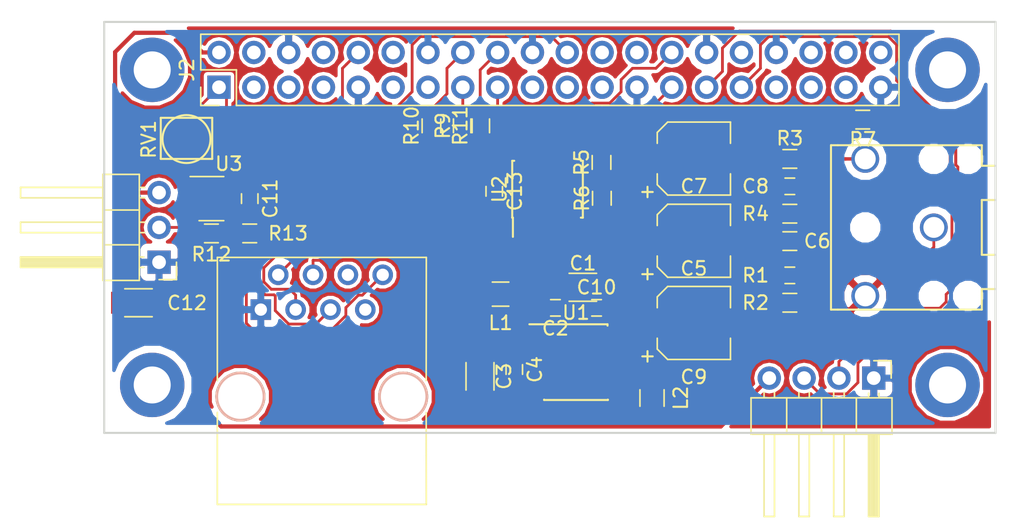
<source format=kicad_pcb>
(kicad_pcb (version 4) (host pcbnew 4.0.7)

  (general
    (links 101)
    (no_connects 36)
    (area 124.924999 49.924999 190.075001 80.075001)
    (thickness 1.6)
    (drawings 9)
    (tracks 184)
    (zones 0)
    (modules 40)
    (nets 48)
  )

  (page A4)
  (layers
    (0 F.Cu signal)
    (31 B.Cu signal)
    (32 B.Adhes user)
    (33 F.Adhes user)
    (34 B.Paste user)
    (35 F.Paste user)
    (36 B.SilkS user)
    (37 F.SilkS user)
    (38 B.Mask user)
    (39 F.Mask user)
    (40 Dwgs.User user)
    (41 Cmts.User user)
    (42 Eco1.User user)
    (43 Eco2.User user)
    (44 Edge.Cuts user)
    (45 Margin user)
    (46 B.CrtYd user hide)
    (47 F.CrtYd user hide)
    (48 B.Fab user hide)
    (49 F.Fab user hide)
  )

  (setup
    (last_trace_width 0.2032)
    (trace_clearance 0.2032)
    (zone_clearance 0.254)
    (zone_45_only no)
    (trace_min 0.1524)
    (segment_width 0.2)
    (edge_width 0.15)
    (via_size 0.6096)
    (via_drill 0.3048)
    (via_min_size 0.6096)
    (via_min_drill 0.3048)
    (uvia_size 0.3)
    (uvia_drill 0.1)
    (uvias_allowed no)
    (uvia_min_size 0)
    (uvia_min_drill 0)
    (pcb_text_width 0.3)
    (pcb_text_size 1.5 1.5)
    (mod_edge_width 0.15)
    (mod_text_size 1 1)
    (mod_text_width 0.15)
    (pad_size 1.524 1.524)
    (pad_drill 0.762)
    (pad_to_mask_clearance 0)
    (aux_axis_origin 0 0)
    (grid_origin 153.68918 54.79032)
    (visible_elements FFFFFF7F)
    (pcbplotparams
      (layerselection 0x00030_80000001)
      (usegerberextensions false)
      (excludeedgelayer true)
      (linewidth 0.025400)
      (plotframeref false)
      (viasonmask false)
      (mode 1)
      (useauxorigin false)
      (hpglpennumber 1)
      (hpglpenspeed 20)
      (hpglpendiameter 15)
      (hpglpenoverlay 2)
      (psnegative false)
      (psa4output false)
      (plotreference true)
      (plotvalue true)
      (plotinvisibletext false)
      (padsonsilk false)
      (subtractmaskfromsilk false)
      (outputformat 1)
      (mirror false)
      (drillshape 1)
      (scaleselection 1)
      (outputdirectory ""))
  )

  (net 0 "")
  (net 1 VDDA)
  (net 2 GNDA)
  (net 3 +3V3)
  (net 4 GND)
  (net 5 "Net-(C5-Pad1)")
  (net 6 "Net-(C5-Pad2)")
  (net 7 "Net-(C6-Pad2)")
  (net 8 "Net-(C7-Pad1)")
  (net 9 "Net-(C7-Pad2)")
  (net 10 "Net-(C8-Pad2)")
  (net 11 "Net-(C10-Pad1)")
  (net 12 +5V)
  (net 13 /VID_SELECT_0)
  (net 14 /VID_SELECT_1)
  (net 15 /VID_SELECT_2)
  (net 16 /VID_START)
  (net 17 /RESET)
  (net 18 /RPI_TXO)
  (net 19 /RPI_RXI)
  (net 20 /DISTANCE_ECHO)
  (net 21 /DISTANCE_TRIG)
  (net 22 "Net-(J5-Pad2)")
  (net 23 "Net-(J2-Pad28)")
  (net 24 "Net-(R12-Pad2)")
  (net 25 "Net-(RV1-Pad2)")
  (net 26 "Net-(J2-Pad12)")
  (net 27 "Net-(J2-Pad35)")
  (net 28 "Net-(J2-Pad40)")
  (net 29 "Net-(J2-Pad27)")
  (net 30 "Net-(J2-Pad3)")
  (net 31 "Net-(J2-Pad5)")
  (net 32 "Net-(J2-Pad7)")
  (net 33 "Net-(J2-Pad11)")
  (net 34 "Net-(J2-Pad13)")
  (net 35 "Net-(J2-Pad19)")
  (net 36 "Net-(J2-Pad21)")
  (net 37 "Net-(J2-Pad23)")
  (net 38 "Net-(J2-Pad24)")
  (net 39 "Net-(J2-Pad26)")
  (net 40 "Net-(J2-Pad32)")
  (net 41 "Net-(J2-Pad33)")
  (net 42 "Net-(J2-Pad36)")
  (net 43 "Net-(J2-Pad38)")
  (net 44 "Net-(J6-Pad1)")
  (net 45 "Net-(J7-Pad1)")
  (net 46 "Net-(J8-Pad1)")
  (net 47 "Net-(J9-Pad1)")

  (net_class Default "This is the default net class."
    (clearance 0.2032)
    (trace_width 0.2032)
    (via_dia 0.6096)
    (via_drill 0.3048)
    (uvia_dia 0.3)
    (uvia_drill 0.1)
    (add_net +3V3)
    (add_net /DISTANCE_ECHO)
    (add_net /DISTANCE_TRIG)
    (add_net /RESET)
    (add_net /RPI_RXI)
    (add_net /RPI_TXO)
    (add_net /VID_SELECT_0)
    (add_net /VID_SELECT_1)
    (add_net /VID_SELECT_2)
    (add_net /VID_START)
    (add_net GND)
    (add_net GNDA)
    (add_net "Net-(C10-Pad1)")
    (add_net "Net-(C5-Pad1)")
    (add_net "Net-(C5-Pad2)")
    (add_net "Net-(C6-Pad2)")
    (add_net "Net-(C7-Pad1)")
    (add_net "Net-(C7-Pad2)")
    (add_net "Net-(C8-Pad2)")
    (add_net "Net-(J2-Pad11)")
    (add_net "Net-(J2-Pad12)")
    (add_net "Net-(J2-Pad13)")
    (add_net "Net-(J2-Pad19)")
    (add_net "Net-(J2-Pad21)")
    (add_net "Net-(J2-Pad23)")
    (add_net "Net-(J2-Pad24)")
    (add_net "Net-(J2-Pad26)")
    (add_net "Net-(J2-Pad27)")
    (add_net "Net-(J2-Pad28)")
    (add_net "Net-(J2-Pad3)")
    (add_net "Net-(J2-Pad32)")
    (add_net "Net-(J2-Pad33)")
    (add_net "Net-(J2-Pad35)")
    (add_net "Net-(J2-Pad36)")
    (add_net "Net-(J2-Pad38)")
    (add_net "Net-(J2-Pad40)")
    (add_net "Net-(J2-Pad5)")
    (add_net "Net-(J2-Pad7)")
    (add_net "Net-(J5-Pad2)")
    (add_net "Net-(J6-Pad1)")
    (add_net "Net-(J7-Pad1)")
    (add_net "Net-(J8-Pad1)")
    (add_net "Net-(J9-Pad1)")
    (add_net "Net-(R12-Pad2)")
    (add_net "Net-(RV1-Pad2)")
    (add_net VDDA)
  )

  (net_class Power ""
    (clearance 0.2032)
    (trace_width 0.3048)
    (via_dia 0.6096)
    (via_drill 0.3048)
    (uvia_dia 0.3)
    (uvia_drill 0.1)
    (add_net +5V)
  )

  (module Capacitors_SMD:C_1206 (layer F.Cu) (tedit 58AA84B8) (tstamp 5AA08C34)
    (at 159.905 69.3712)
    (descr "Capacitor SMD 1206, reflow soldering, AVX (see smccp.pdf)")
    (tags "capacitor 1206")
    (path /5AA0636D)
    (attr smd)
    (fp_text reference C1 (at 0 -1.75) (layer F.SilkS)
      (effects (font (size 1 1) (thickness 0.15)))
    )
    (fp_text value 10uF (at 0 2) (layer F.Fab)
      (effects (font (size 1 1) (thickness 0.15)))
    )
    (fp_text user %R (at 0 -1.75) (layer F.Fab)
      (effects (font (size 1 1) (thickness 0.15)))
    )
    (fp_line (start -1.6 0.8) (end -1.6 -0.8) (layer F.Fab) (width 0.1))
    (fp_line (start 1.6 0.8) (end -1.6 0.8) (layer F.Fab) (width 0.1))
    (fp_line (start 1.6 -0.8) (end 1.6 0.8) (layer F.Fab) (width 0.1))
    (fp_line (start -1.6 -0.8) (end 1.6 -0.8) (layer F.Fab) (width 0.1))
    (fp_line (start 1 -1.02) (end -1 -1.02) (layer F.SilkS) (width 0.12))
    (fp_line (start -1 1.02) (end 1 1.02) (layer F.SilkS) (width 0.12))
    (fp_line (start -2.25 -1.05) (end 2.25 -1.05) (layer F.CrtYd) (width 0.05))
    (fp_line (start -2.25 -1.05) (end -2.25 1.05) (layer F.CrtYd) (width 0.05))
    (fp_line (start 2.25 1.05) (end 2.25 -1.05) (layer F.CrtYd) (width 0.05))
    (fp_line (start 2.25 1.05) (end -2.25 1.05) (layer F.CrtYd) (width 0.05))
    (pad 1 smd rect (at -1.5 0) (size 1 1.6) (layers F.Cu F.Paste F.Mask)
      (net 1 VDDA))
    (pad 2 smd rect (at 1.5 0) (size 1 1.6) (layers F.Cu F.Paste F.Mask)
      (net 2 GNDA))
    (model Capacitors_SMD.3dshapes/C_1206.wrl
      (at (xyz 0 0 0))
      (scale (xyz 1 1 1))
      (rotate (xyz 0 0 0))
    )
  )

  (module Capacitors_SMD:C_0603 (layer F.Cu) (tedit 59958EE7) (tstamp 5AA08C3A)
    (at 157.905 70.8712 180)
    (descr "Capacitor SMD 0603, reflow soldering, AVX (see smccp.pdf)")
    (tags "capacitor 0603")
    (path /5AA0631C)
    (attr smd)
    (fp_text reference C2 (at 0 -1.5 180) (layer F.SilkS)
      (effects (font (size 1 1) (thickness 0.15)))
    )
    (fp_text value 0.1uF (at 0 1.5 180) (layer F.Fab)
      (effects (font (size 1 1) (thickness 0.15)))
    )
    (fp_line (start 1.4 0.65) (end -1.4 0.65) (layer F.CrtYd) (width 0.05))
    (fp_line (start 1.4 0.65) (end 1.4 -0.65) (layer F.CrtYd) (width 0.05))
    (fp_line (start -1.4 -0.65) (end -1.4 0.65) (layer F.CrtYd) (width 0.05))
    (fp_line (start -1.4 -0.65) (end 1.4 -0.65) (layer F.CrtYd) (width 0.05))
    (fp_line (start 0.35 0.6) (end -0.35 0.6) (layer F.SilkS) (width 0.12))
    (fp_line (start -0.35 -0.6) (end 0.35 -0.6) (layer F.SilkS) (width 0.12))
    (fp_line (start -0.8 -0.4) (end 0.8 -0.4) (layer F.Fab) (width 0.1))
    (fp_line (start 0.8 -0.4) (end 0.8 0.4) (layer F.Fab) (width 0.1))
    (fp_line (start 0.8 0.4) (end -0.8 0.4) (layer F.Fab) (width 0.1))
    (fp_line (start -0.8 0.4) (end -0.8 -0.4) (layer F.Fab) (width 0.1))
    (fp_text user %R (at 0 0 180) (layer F.Fab)
      (effects (font (size 0.3 0.3) (thickness 0.075)))
    )
    (pad 2 smd rect (at 0.75 0 180) (size 0.8 0.75) (layers F.Cu F.Paste F.Mask)
      (net 2 GNDA))
    (pad 1 smd rect (at -0.75 0 180) (size 0.8 0.75) (layers F.Cu F.Paste F.Mask)
      (net 1 VDDA))
    (model Capacitors_SMD.3dshapes/C_0603.wrl
      (at (xyz 0 0 0))
      (scale (xyz 1 1 1))
      (rotate (xyz 0 0 0))
    )
  )

  (module Capacitors_SMD:C_1206 (layer F.Cu) (tedit 58AA84B8) (tstamp 5AA08C40)
    (at 152.405 75.8712 270)
    (descr "Capacitor SMD 1206, reflow soldering, AVX (see smccp.pdf)")
    (tags "capacitor 1206")
    (path /5AA062E0)
    (attr smd)
    (fp_text reference C3 (at 0 -1.75 270) (layer F.SilkS)
      (effects (font (size 1 1) (thickness 0.15)))
    )
    (fp_text value 10uF (at 0 2 270) (layer F.Fab)
      (effects (font (size 1 1) (thickness 0.15)))
    )
    (fp_text user %R (at 0 -1.75 270) (layer F.Fab)
      (effects (font (size 1 1) (thickness 0.15)))
    )
    (fp_line (start -1.6 0.8) (end -1.6 -0.8) (layer F.Fab) (width 0.1))
    (fp_line (start 1.6 0.8) (end -1.6 0.8) (layer F.Fab) (width 0.1))
    (fp_line (start 1.6 -0.8) (end 1.6 0.8) (layer F.Fab) (width 0.1))
    (fp_line (start -1.6 -0.8) (end 1.6 -0.8) (layer F.Fab) (width 0.1))
    (fp_line (start 1 -1.02) (end -1 -1.02) (layer F.SilkS) (width 0.12))
    (fp_line (start -1 1.02) (end 1 1.02) (layer F.SilkS) (width 0.12))
    (fp_line (start -2.25 -1.05) (end 2.25 -1.05) (layer F.CrtYd) (width 0.05))
    (fp_line (start -2.25 -1.05) (end -2.25 1.05) (layer F.CrtYd) (width 0.05))
    (fp_line (start 2.25 1.05) (end 2.25 -1.05) (layer F.CrtYd) (width 0.05))
    (fp_line (start 2.25 1.05) (end -2.25 1.05) (layer F.CrtYd) (width 0.05))
    (pad 1 smd rect (at -1.5 0 270) (size 1 1.6) (layers F.Cu F.Paste F.Mask)
      (net 3 +3V3))
    (pad 2 smd rect (at 1.5 0 270) (size 1 1.6) (layers F.Cu F.Paste F.Mask)
      (net 4 GND))
    (model Capacitors_SMD.3dshapes/C_1206.wrl
      (at (xyz 0 0 0))
      (scale (xyz 1 1 1))
      (rotate (xyz 0 0 0))
    )
  )

  (module Capacitors_SMD:C_0603 (layer F.Cu) (tedit 59958EE7) (tstamp 5AA08C46)
    (at 154.905 75.3712 270)
    (descr "Capacitor SMD 0603, reflow soldering, AVX (see smccp.pdf)")
    (tags "capacitor 0603")
    (path /5AA06260)
    (attr smd)
    (fp_text reference C4 (at 0 -1.5 270) (layer F.SilkS)
      (effects (font (size 1 1) (thickness 0.15)))
    )
    (fp_text value 0.1uF (at 0 1.5 270) (layer F.Fab)
      (effects (font (size 1 1) (thickness 0.15)))
    )
    (fp_line (start 1.4 0.65) (end -1.4 0.65) (layer F.CrtYd) (width 0.05))
    (fp_line (start 1.4 0.65) (end 1.4 -0.65) (layer F.CrtYd) (width 0.05))
    (fp_line (start -1.4 -0.65) (end -1.4 0.65) (layer F.CrtYd) (width 0.05))
    (fp_line (start -1.4 -0.65) (end 1.4 -0.65) (layer F.CrtYd) (width 0.05))
    (fp_line (start 0.35 0.6) (end -0.35 0.6) (layer F.SilkS) (width 0.12))
    (fp_line (start -0.35 -0.6) (end 0.35 -0.6) (layer F.SilkS) (width 0.12))
    (fp_line (start -0.8 -0.4) (end 0.8 -0.4) (layer F.Fab) (width 0.1))
    (fp_line (start 0.8 -0.4) (end 0.8 0.4) (layer F.Fab) (width 0.1))
    (fp_line (start 0.8 0.4) (end -0.8 0.4) (layer F.Fab) (width 0.1))
    (fp_line (start -0.8 0.4) (end -0.8 -0.4) (layer F.Fab) (width 0.1))
    (fp_text user %R (at 0 0 270) (layer F.Fab)
      (effects (font (size 0.3 0.3) (thickness 0.075)))
    )
    (pad 2 smd rect (at 0.75 0 270) (size 0.8 0.75) (layers F.Cu F.Paste F.Mask)
      (net 4 GND))
    (pad 1 smd rect (at -0.75 0 270) (size 0.8 0.75) (layers F.Cu F.Paste F.Mask)
      (net 3 +3V3))
    (model Capacitors_SMD.3dshapes/C_0603.wrl
      (at (xyz 0 0 0))
      (scale (xyz 1 1 1))
      (rotate (xyz 0 0 0))
    )
  )

  (module Capacitors_SMD:CP_Elec_5x5.3 (layer F.Cu) (tedit 58AA8A8F) (tstamp 5AA08C4C)
    (at 168 66)
    (descr "SMT capacitor, aluminium electrolytic, 5x5.3")
    (path /5AA07184)
    (attr smd)
    (fp_text reference C5 (at 0 2) (layer F.SilkS)
      (effects (font (size 1 1) (thickness 0.15)))
    )
    (fp_text value 47uF (at 0 -3.92) (layer F.Fab)
      (effects (font (size 1 1) (thickness 0.15)))
    )
    (fp_circle (center 0 0) (end 0.3 2.4) (layer F.Fab) (width 0.1))
    (fp_text user + (at -1.37 -0.08) (layer F.Fab)
      (effects (font (size 1 1) (thickness 0.15)))
    )
    (fp_text user + (at -3.38 2.34) (layer F.SilkS)
      (effects (font (size 1 1) (thickness 0.15)))
    )
    (fp_text user %R (at 0 3.92) (layer F.Fab)
      (effects (font (size 1 1) (thickness 0.15)))
    )
    (fp_line (start 2.51 2.49) (end 2.51 -2.54) (layer F.Fab) (width 0.1))
    (fp_line (start -1.84 2.49) (end 2.51 2.49) (layer F.Fab) (width 0.1))
    (fp_line (start -2.51 1.82) (end -1.84 2.49) (layer F.Fab) (width 0.1))
    (fp_line (start -2.51 -1.87) (end -2.51 1.82) (layer F.Fab) (width 0.1))
    (fp_line (start -1.84 -2.54) (end -2.51 -1.87) (layer F.Fab) (width 0.1))
    (fp_line (start 2.51 -2.54) (end -1.84 -2.54) (layer F.Fab) (width 0.1))
    (fp_line (start 2.67 -2.69) (end 2.67 -1.14) (layer F.SilkS) (width 0.12))
    (fp_line (start 2.67 2.64) (end 2.67 1.09) (layer F.SilkS) (width 0.12))
    (fp_line (start -2.67 1.88) (end -2.67 1.09) (layer F.SilkS) (width 0.12))
    (fp_line (start -2.67 -1.93) (end -2.67 -1.14) (layer F.SilkS) (width 0.12))
    (fp_line (start 2.67 -2.69) (end -1.91 -2.69) (layer F.SilkS) (width 0.12))
    (fp_line (start -1.91 -2.69) (end -2.67 -1.93) (layer F.SilkS) (width 0.12))
    (fp_line (start -2.67 1.88) (end -1.91 2.64) (layer F.SilkS) (width 0.12))
    (fp_line (start -1.91 2.64) (end 2.67 2.64) (layer F.SilkS) (width 0.12))
    (fp_line (start -3.95 -2.79) (end 3.95 -2.79) (layer F.CrtYd) (width 0.05))
    (fp_line (start -3.95 -2.79) (end -3.95 2.74) (layer F.CrtYd) (width 0.05))
    (fp_line (start 3.95 2.74) (end 3.95 -2.79) (layer F.CrtYd) (width 0.05))
    (fp_line (start 3.95 2.74) (end -3.95 2.74) (layer F.CrtYd) (width 0.05))
    (pad 1 smd rect (at -2.2 0 180) (size 3 1.6) (layers F.Cu F.Paste F.Mask)
      (net 5 "Net-(C5-Pad1)"))
    (pad 2 smd rect (at 2.2 0 180) (size 3 1.6) (layers F.Cu F.Paste F.Mask)
      (net 6 "Net-(C5-Pad2)"))
    (model Capacitors_SMD.3dshapes/CP_Elec_5x5.3.wrl
      (at (xyz 0 0 0))
      (scale (xyz 1 1 1))
      (rotate (xyz 0 0 180))
    )
  )

  (module Capacitors_SMD:C_0603 (layer F.Cu) (tedit 59958EE7) (tstamp 5AA08C52)
    (at 175 68.5)
    (descr "Capacitor SMD 0603, reflow soldering, AVX (see smccp.pdf)")
    (tags "capacitor 0603")
    (path /5AA07356)
    (attr smd)
    (fp_text reference C6 (at 2 -2.5) (layer F.SilkS)
      (effects (font (size 1 1) (thickness 0.15)))
    )
    (fp_text value 0.01uF (at 0 1.5) (layer F.Fab)
      (effects (font (size 1 1) (thickness 0.15)))
    )
    (fp_line (start 1.4 0.65) (end -1.4 0.65) (layer F.CrtYd) (width 0.05))
    (fp_line (start 1.4 0.65) (end 1.4 -0.65) (layer F.CrtYd) (width 0.05))
    (fp_line (start -1.4 -0.65) (end -1.4 0.65) (layer F.CrtYd) (width 0.05))
    (fp_line (start -1.4 -0.65) (end 1.4 -0.65) (layer F.CrtYd) (width 0.05))
    (fp_line (start 0.35 0.6) (end -0.35 0.6) (layer F.SilkS) (width 0.12))
    (fp_line (start -0.35 -0.6) (end 0.35 -0.6) (layer F.SilkS) (width 0.12))
    (fp_line (start -0.8 -0.4) (end 0.8 -0.4) (layer F.Fab) (width 0.1))
    (fp_line (start 0.8 -0.4) (end 0.8 0.4) (layer F.Fab) (width 0.1))
    (fp_line (start 0.8 0.4) (end -0.8 0.4) (layer F.Fab) (width 0.1))
    (fp_line (start -0.8 0.4) (end -0.8 -0.4) (layer F.Fab) (width 0.1))
    (fp_text user %R (at 0 0) (layer F.Fab)
      (effects (font (size 0.3 0.3) (thickness 0.075)))
    )
    (pad 2 smd rect (at 0.75 0) (size 0.8 0.75) (layers F.Cu F.Paste F.Mask)
      (net 7 "Net-(C6-Pad2)"))
    (pad 1 smd rect (at -0.75 0) (size 0.8 0.75) (layers F.Cu F.Paste F.Mask)
      (net 2 GNDA))
    (model Capacitors_SMD.3dshapes/C_0603.wrl
      (at (xyz 0 0 0))
      (scale (xyz 1 1 1))
      (rotate (xyz 0 0 0))
    )
  )

  (module Capacitors_SMD:CP_Elec_5x5.3 (layer F.Cu) (tedit 58AA8A8F) (tstamp 5AA08C58)
    (at 168 60)
    (descr "SMT capacitor, aluminium electrolytic, 5x5.3")
    (path /5AA0768B)
    (attr smd)
    (fp_text reference C7 (at 0 2) (layer F.SilkS)
      (effects (font (size 1 1) (thickness 0.15)))
    )
    (fp_text value 47uF (at 0 -3.92) (layer F.Fab)
      (effects (font (size 1 1) (thickness 0.15)))
    )
    (fp_circle (center 0 0) (end 0.3 2.4) (layer F.Fab) (width 0.1))
    (fp_text user + (at -1.37 -0.08) (layer F.Fab)
      (effects (font (size 1 1) (thickness 0.15)))
    )
    (fp_text user + (at -3.38 2.34) (layer F.SilkS)
      (effects (font (size 1 1) (thickness 0.15)))
    )
    (fp_text user %R (at 0 3.92) (layer F.Fab)
      (effects (font (size 1 1) (thickness 0.15)))
    )
    (fp_line (start 2.51 2.49) (end 2.51 -2.54) (layer F.Fab) (width 0.1))
    (fp_line (start -1.84 2.49) (end 2.51 2.49) (layer F.Fab) (width 0.1))
    (fp_line (start -2.51 1.82) (end -1.84 2.49) (layer F.Fab) (width 0.1))
    (fp_line (start -2.51 -1.87) (end -2.51 1.82) (layer F.Fab) (width 0.1))
    (fp_line (start -1.84 -2.54) (end -2.51 -1.87) (layer F.Fab) (width 0.1))
    (fp_line (start 2.51 -2.54) (end -1.84 -2.54) (layer F.Fab) (width 0.1))
    (fp_line (start 2.67 -2.69) (end 2.67 -1.14) (layer F.SilkS) (width 0.12))
    (fp_line (start 2.67 2.64) (end 2.67 1.09) (layer F.SilkS) (width 0.12))
    (fp_line (start -2.67 1.88) (end -2.67 1.09) (layer F.SilkS) (width 0.12))
    (fp_line (start -2.67 -1.93) (end -2.67 -1.14) (layer F.SilkS) (width 0.12))
    (fp_line (start 2.67 -2.69) (end -1.91 -2.69) (layer F.SilkS) (width 0.12))
    (fp_line (start -1.91 -2.69) (end -2.67 -1.93) (layer F.SilkS) (width 0.12))
    (fp_line (start -2.67 1.88) (end -1.91 2.64) (layer F.SilkS) (width 0.12))
    (fp_line (start -1.91 2.64) (end 2.67 2.64) (layer F.SilkS) (width 0.12))
    (fp_line (start -3.95 -2.79) (end 3.95 -2.79) (layer F.CrtYd) (width 0.05))
    (fp_line (start -3.95 -2.79) (end -3.95 2.74) (layer F.CrtYd) (width 0.05))
    (fp_line (start 3.95 2.74) (end 3.95 -2.79) (layer F.CrtYd) (width 0.05))
    (fp_line (start 3.95 2.74) (end -3.95 2.74) (layer F.CrtYd) (width 0.05))
    (pad 1 smd rect (at -2.2 0 180) (size 3 1.6) (layers F.Cu F.Paste F.Mask)
      (net 8 "Net-(C7-Pad1)"))
    (pad 2 smd rect (at 2.2 0 180) (size 3 1.6) (layers F.Cu F.Paste F.Mask)
      (net 9 "Net-(C7-Pad2)"))
    (model Capacitors_SMD.3dshapes/CP_Elec_5x5.3.wrl
      (at (xyz 0 0 0))
      (scale (xyz 1 1 1))
      (rotate (xyz 0 0 180))
    )
  )

  (module Capacitors_SMD:C_0603 (layer F.Cu) (tedit 59958EE7) (tstamp 5AA08C5E)
    (at 175 62)
    (descr "Capacitor SMD 0603, reflow soldering, AVX (see smccp.pdf)")
    (tags "capacitor 0603")
    (path /5AA07691)
    (attr smd)
    (fp_text reference C8 (at -2.5 0.000001) (layer F.SilkS)
      (effects (font (size 1 1) (thickness 0.15)))
    )
    (fp_text value 0.01uF (at 0 1.5) (layer F.Fab)
      (effects (font (size 1 1) (thickness 0.15)))
    )
    (fp_line (start 1.4 0.65) (end -1.4 0.65) (layer F.CrtYd) (width 0.05))
    (fp_line (start 1.4 0.65) (end 1.4 -0.65) (layer F.CrtYd) (width 0.05))
    (fp_line (start -1.4 -0.65) (end -1.4 0.65) (layer F.CrtYd) (width 0.05))
    (fp_line (start -1.4 -0.65) (end 1.4 -0.65) (layer F.CrtYd) (width 0.05))
    (fp_line (start 0.35 0.6) (end -0.35 0.6) (layer F.SilkS) (width 0.12))
    (fp_line (start -0.35 -0.6) (end 0.35 -0.6) (layer F.SilkS) (width 0.12))
    (fp_line (start -0.8 -0.4) (end 0.8 -0.4) (layer F.Fab) (width 0.1))
    (fp_line (start 0.8 -0.4) (end 0.8 0.4) (layer F.Fab) (width 0.1))
    (fp_line (start 0.8 0.4) (end -0.8 0.4) (layer F.Fab) (width 0.1))
    (fp_line (start -0.8 0.4) (end -0.8 -0.4) (layer F.Fab) (width 0.1))
    (fp_text user %R (at 0 0) (layer F.Fab)
      (effects (font (size 0.3 0.3) (thickness 0.075)))
    )
    (pad 2 smd rect (at 0.75 0) (size 0.8 0.75) (layers F.Cu F.Paste F.Mask)
      (net 10 "Net-(C8-Pad2)"))
    (pad 1 smd rect (at -0.75 0) (size 0.8 0.75) (layers F.Cu F.Paste F.Mask)
      (net 2 GNDA))
    (model Capacitors_SMD.3dshapes/C_0603.wrl
      (at (xyz 0 0 0))
      (scale (xyz 1 1 1))
      (rotate (xyz 0 0 0))
    )
  )

  (module Capacitors_SMD:CP_Elec_5x5.3 (layer F.Cu) (tedit 58AA8A8F) (tstamp 5AA08C64)
    (at 168 72)
    (descr "SMT capacitor, aluminium electrolytic, 5x5.3")
    (path /5AA085F6)
    (attr smd)
    (fp_text reference C9 (at 0 3.92) (layer F.SilkS)
      (effects (font (size 1 1) (thickness 0.15)))
    )
    (fp_text value 47uF (at 0 -3.92) (layer F.Fab)
      (effects (font (size 1 1) (thickness 0.15)))
    )
    (fp_circle (center 0 0) (end 0.3 2.4) (layer F.Fab) (width 0.1))
    (fp_text user + (at -1.37 -0.08) (layer F.Fab)
      (effects (font (size 1 1) (thickness 0.15)))
    )
    (fp_text user + (at -3.38 2.34) (layer F.SilkS)
      (effects (font (size 1 1) (thickness 0.15)))
    )
    (fp_text user %R (at 0 3.92) (layer F.Fab)
      (effects (font (size 1 1) (thickness 0.15)))
    )
    (fp_line (start 2.51 2.49) (end 2.51 -2.54) (layer F.Fab) (width 0.1))
    (fp_line (start -1.84 2.49) (end 2.51 2.49) (layer F.Fab) (width 0.1))
    (fp_line (start -2.51 1.82) (end -1.84 2.49) (layer F.Fab) (width 0.1))
    (fp_line (start -2.51 -1.87) (end -2.51 1.82) (layer F.Fab) (width 0.1))
    (fp_line (start -1.84 -2.54) (end -2.51 -1.87) (layer F.Fab) (width 0.1))
    (fp_line (start 2.51 -2.54) (end -1.84 -2.54) (layer F.Fab) (width 0.1))
    (fp_line (start 2.67 -2.69) (end 2.67 -1.14) (layer F.SilkS) (width 0.12))
    (fp_line (start 2.67 2.64) (end 2.67 1.09) (layer F.SilkS) (width 0.12))
    (fp_line (start -2.67 1.88) (end -2.67 1.09) (layer F.SilkS) (width 0.12))
    (fp_line (start -2.67 -1.93) (end -2.67 -1.14) (layer F.SilkS) (width 0.12))
    (fp_line (start 2.67 -2.69) (end -1.91 -2.69) (layer F.SilkS) (width 0.12))
    (fp_line (start -1.91 -2.69) (end -2.67 -1.93) (layer F.SilkS) (width 0.12))
    (fp_line (start -2.67 1.88) (end -1.91 2.64) (layer F.SilkS) (width 0.12))
    (fp_line (start -1.91 2.64) (end 2.67 2.64) (layer F.SilkS) (width 0.12))
    (fp_line (start -3.95 -2.79) (end 3.95 -2.79) (layer F.CrtYd) (width 0.05))
    (fp_line (start -3.95 -2.79) (end -3.95 2.74) (layer F.CrtYd) (width 0.05))
    (fp_line (start 3.95 2.74) (end 3.95 -2.79) (layer F.CrtYd) (width 0.05))
    (fp_line (start 3.95 2.74) (end -3.95 2.74) (layer F.CrtYd) (width 0.05))
    (pad 1 smd rect (at -2.2 0 180) (size 3 1.6) (layers F.Cu F.Paste F.Mask)
      (net 11 "Net-(C10-Pad1)"))
    (pad 2 smd rect (at 2.2 0 180) (size 3 1.6) (layers F.Cu F.Paste F.Mask)
      (net 2 GNDA))
    (model Capacitors_SMD.3dshapes/CP_Elec_5x5.3.wrl
      (at (xyz 0 0 0))
      (scale (xyz 1 1 1))
      (rotate (xyz 0 0 180))
    )
  )

  (module Capacitors_SMD:C_0603 (layer F.Cu) (tedit 59958EE7) (tstamp 5AA08C6A)
    (at 160.905 70.8712)
    (descr "Capacitor SMD 0603, reflow soldering, AVX (see smccp.pdf)")
    (tags "capacitor 0603")
    (path /5AA086A1)
    (attr smd)
    (fp_text reference C10 (at 0 -1.5) (layer F.SilkS)
      (effects (font (size 1 1) (thickness 0.15)))
    )
    (fp_text value 0.1uF (at 0 1.5) (layer F.Fab)
      (effects (font (size 1 1) (thickness 0.15)))
    )
    (fp_line (start 1.4 0.65) (end -1.4 0.65) (layer F.CrtYd) (width 0.05))
    (fp_line (start 1.4 0.65) (end 1.4 -0.65) (layer F.CrtYd) (width 0.05))
    (fp_line (start -1.4 -0.65) (end -1.4 0.65) (layer F.CrtYd) (width 0.05))
    (fp_line (start -1.4 -0.65) (end 1.4 -0.65) (layer F.CrtYd) (width 0.05))
    (fp_line (start 0.35 0.6) (end -0.35 0.6) (layer F.SilkS) (width 0.12))
    (fp_line (start -0.35 -0.6) (end 0.35 -0.6) (layer F.SilkS) (width 0.12))
    (fp_line (start -0.8 -0.4) (end 0.8 -0.4) (layer F.Fab) (width 0.1))
    (fp_line (start 0.8 -0.4) (end 0.8 0.4) (layer F.Fab) (width 0.1))
    (fp_line (start 0.8 0.4) (end -0.8 0.4) (layer F.Fab) (width 0.1))
    (fp_line (start -0.8 0.4) (end -0.8 -0.4) (layer F.Fab) (width 0.1))
    (fp_text user %R (at 0 0) (layer F.Fab)
      (effects (font (size 0.3 0.3) (thickness 0.075)))
    )
    (pad 2 smd rect (at 0.75 0) (size 0.8 0.75) (layers F.Cu F.Paste F.Mask)
      (net 2 GNDA))
    (pad 1 smd rect (at -0.75 0) (size 0.8 0.75) (layers F.Cu F.Paste F.Mask)
      (net 11 "Net-(C10-Pad1)"))
    (model Capacitors_SMD.3dshapes/C_0603.wrl
      (at (xyz 0 0 0))
      (scale (xyz 1 1 1))
      (rotate (xyz 0 0 0))
    )
  )

  (module Capacitors_SMD:C_0603 (layer F.Cu) (tedit 59958EE7) (tstamp 5AA08C70)
    (at 135.612 62.898 270)
    (descr "Capacitor SMD 0603, reflow soldering, AVX (see smccp.pdf)")
    (tags "capacitor 0603")
    (path /5AA04E26)
    (attr smd)
    (fp_text reference C11 (at 0 -1.5 270) (layer F.SilkS)
      (effects (font (size 1 1) (thickness 0.15)))
    )
    (fp_text value 0.1uF (at 0 1.5 270) (layer F.Fab)
      (effects (font (size 1 1) (thickness 0.15)))
    )
    (fp_line (start 1.4 0.65) (end -1.4 0.65) (layer F.CrtYd) (width 0.05))
    (fp_line (start 1.4 0.65) (end 1.4 -0.65) (layer F.CrtYd) (width 0.05))
    (fp_line (start -1.4 -0.65) (end -1.4 0.65) (layer F.CrtYd) (width 0.05))
    (fp_line (start -1.4 -0.65) (end 1.4 -0.65) (layer F.CrtYd) (width 0.05))
    (fp_line (start 0.35 0.6) (end -0.35 0.6) (layer F.SilkS) (width 0.12))
    (fp_line (start -0.35 -0.6) (end 0.35 -0.6) (layer F.SilkS) (width 0.12))
    (fp_line (start -0.8 -0.4) (end 0.8 -0.4) (layer F.Fab) (width 0.1))
    (fp_line (start 0.8 -0.4) (end 0.8 0.4) (layer F.Fab) (width 0.1))
    (fp_line (start 0.8 0.4) (end -0.8 0.4) (layer F.Fab) (width 0.1))
    (fp_line (start -0.8 0.4) (end -0.8 -0.4) (layer F.Fab) (width 0.1))
    (fp_text user %R (at 0 0 270) (layer F.Fab)
      (effects (font (size 0.3 0.3) (thickness 0.075)))
    )
    (pad 2 smd rect (at 0.75 0 270) (size 0.8 0.75) (layers F.Cu F.Paste F.Mask)
      (net 4 GND))
    (pad 1 smd rect (at -0.75 0 270) (size 0.8 0.75) (layers F.Cu F.Paste F.Mask)
      (net 3 +3V3))
    (model Capacitors_SMD.3dshapes/C_0603.wrl
      (at (xyz 0 0 0))
      (scale (xyz 1 1 1))
      (rotate (xyz 0 0 0))
    )
  )

  (module Capacitors_SMD:C_1206 (layer F.Cu) (tedit 58AA84B8) (tstamp 5AA08C76)
    (at 127.5 70.5)
    (descr "Capacitor SMD 1206, reflow soldering, AVX (see smccp.pdf)")
    (tags "capacitor 1206")
    (path /5AA04A09)
    (attr smd)
    (fp_text reference C12 (at 3.54 0.018) (layer F.SilkS)
      (effects (font (size 1 1) (thickness 0.15)))
    )
    (fp_text value 10uF (at 0 2) (layer F.Fab)
      (effects (font (size 1 1) (thickness 0.15)))
    )
    (fp_text user %R (at 0 -1.75) (layer F.Fab)
      (effects (font (size 1 1) (thickness 0.15)))
    )
    (fp_line (start -1.6 0.8) (end -1.6 -0.8) (layer F.Fab) (width 0.1))
    (fp_line (start 1.6 0.8) (end -1.6 0.8) (layer F.Fab) (width 0.1))
    (fp_line (start 1.6 -0.8) (end 1.6 0.8) (layer F.Fab) (width 0.1))
    (fp_line (start -1.6 -0.8) (end 1.6 -0.8) (layer F.Fab) (width 0.1))
    (fp_line (start 1 -1.02) (end -1 -1.02) (layer F.SilkS) (width 0.12))
    (fp_line (start -1 1.02) (end 1 1.02) (layer F.SilkS) (width 0.12))
    (fp_line (start -2.25 -1.05) (end 2.25 -1.05) (layer F.CrtYd) (width 0.05))
    (fp_line (start -2.25 -1.05) (end -2.25 1.05) (layer F.CrtYd) (width 0.05))
    (fp_line (start 2.25 1.05) (end 2.25 -1.05) (layer F.CrtYd) (width 0.05))
    (fp_line (start 2.25 1.05) (end -2.25 1.05) (layer F.CrtYd) (width 0.05))
    (pad 1 smd rect (at -1.5 0) (size 1 1.6) (layers F.Cu F.Paste F.Mask)
      (net 12 +5V))
    (pad 2 smd rect (at 1.5 0) (size 1 1.6) (layers F.Cu F.Paste F.Mask)
      (net 4 GND))
    (model Capacitors_SMD.3dshapes/C_1206.wrl
      (at (xyz 0 0 0))
      (scale (xyz 1 1 1))
      (rotate (xyz 0 0 0))
    )
  )

  (module Capacitors_SMD:C_0603 (layer F.Cu) (tedit 59958EE7) (tstamp 5AA08C7C)
    (at 153.4428 62.3646 270)
    (descr "Capacitor SMD 0603, reflow soldering, AVX (see smccp.pdf)")
    (tags "capacitor 0603")
    (path /5AA077A9)
    (attr smd)
    (fp_text reference C13 (at 0 -1.5 270) (layer F.SilkS)
      (effects (font (size 1 1) (thickness 0.15)))
    )
    (fp_text value 0.1uF (at 0 1.5 270) (layer F.Fab)
      (effects (font (size 1 1) (thickness 0.15)))
    )
    (fp_line (start 1.4 0.65) (end -1.4 0.65) (layer F.CrtYd) (width 0.05))
    (fp_line (start 1.4 0.65) (end 1.4 -0.65) (layer F.CrtYd) (width 0.05))
    (fp_line (start -1.4 -0.65) (end -1.4 0.65) (layer F.CrtYd) (width 0.05))
    (fp_line (start -1.4 -0.65) (end 1.4 -0.65) (layer F.CrtYd) (width 0.05))
    (fp_line (start 0.35 0.6) (end -0.35 0.6) (layer F.SilkS) (width 0.12))
    (fp_line (start -0.35 -0.6) (end 0.35 -0.6) (layer F.SilkS) (width 0.12))
    (fp_line (start -0.8 -0.4) (end 0.8 -0.4) (layer F.Fab) (width 0.1))
    (fp_line (start 0.8 -0.4) (end 0.8 0.4) (layer F.Fab) (width 0.1))
    (fp_line (start 0.8 0.4) (end -0.8 0.4) (layer F.Fab) (width 0.1))
    (fp_line (start -0.8 0.4) (end -0.8 -0.4) (layer F.Fab) (width 0.1))
    (fp_text user %R (at 0 0 270) (layer F.Fab)
      (effects (font (size 0.3 0.3) (thickness 0.075)))
    )
    (pad 2 smd rect (at 0.75 0 270) (size 0.8 0.75) (layers F.Cu F.Paste F.Mask)
      (net 4 GND))
    (pad 1 smd rect (at -0.75 0 270) (size 0.8 0.75) (layers F.Cu F.Paste F.Mask)
      (net 3 +3V3))
    (model Capacitors_SMD.3dshapes/C_0603.wrl
      (at (xyz 0 0 0))
      (scale (xyz 1 1 1))
      (rotate (xyz 0 0 0))
    )
  )

  (module escape:SJ1-3523N (layer F.Cu) (tedit 5AA0A0CE) (tstamp 5AA08C9A)
    (at 185.5 65 180)
    (path /5AA07A45)
    (fp_text reference J1 (at 2.5 2.5 180) (layer F.SilkS) hide
      (effects (font (size 1 1) (thickness 0.15)))
    )
    (fp_text value Audio-Jack-3 (at 1.5 7 180) (layer F.Fab)
      (effects (font (size 1 1) (thickness 0.15)))
    )
    (fp_text user "PCB Edge" (at -5.5 0 270) (layer F.Fab)
      (effects (font (size 1 1) (thickness 0.15)))
    )
    (fp_line (start -4.5 -6) (end -4.5 6) (layer F.Fab) (width 0.15))
    (fp_line (start -3.5 -4.5) (end -4 -4.5) (layer F.SilkS) (width 0.15))
    (fp_line (start -3.5 -6) (end -3.5 -4.5) (layer F.SilkS) (width 0.15))
    (fp_line (start 7.5 6) (end 7.5 2) (layer F.SilkS) (width 0.15))
    (fp_line (start 7 6) (end 7.5 6) (layer F.SilkS) (width 0.15))
    (fp_line (start 7.5 -6) (end 7 -6) (layer F.SilkS) (width 0.15))
    (fp_line (start 7.5 2) (end 7.5 -6) (layer F.SilkS) (width 0.15))
    (fp_line (start -3.5 4.5) (end -4.5 4.5) (layer F.SilkS) (width 0.15))
    (fp_line (start -3.5 6) (end -3.5 4.5) (layer F.SilkS) (width 0.15))
    (fp_line (start -4 -4.5) (end -4.5 -4.5) (layer F.SilkS) (width 0.15))
    (fp_line (start -4.5 2) (end -4.5 4.5) (layer F.SilkS) (width 0.15))
    (fp_line (start -4.5 -2) (end -4.5 -4.5) (layer F.SilkS) (width 0.15))
    (fp_line (start -3.5 -2) (end -4.5 -2) (layer F.SilkS) (width 0.15))
    (fp_line (start -3.5 2) (end -3.5 -2) (layer F.SilkS) (width 0.15))
    (fp_line (start -4.5 2) (end -3.5 2) (layer F.SilkS) (width 0.15))
    (fp_line (start 7 -6) (end -3.5 -6) (layer F.SilkS) (width 0.15))
    (fp_line (start -3.5 6) (end 7 6) (layer F.SilkS) (width 0.15))
    (pad 3 thru_hole circle (at 5 -5 180) (size 2.032 2.032) (drill 1.524) (layers *.Cu *.Mask)
      (net 2 GNDA))
    (pad 1 thru_hole circle (at 0 0 180) (size 2.032 2.032) (drill 1.524) (layers *.Cu *.Mask)
      (net 7 "Net-(C6-Pad2)"))
    (pad 2 thru_hole circle (at 5 5 180) (size 2.032 2.032) (drill 1.524) (layers *.Cu *.Mask)
      (net 10 "Net-(C8-Pad2)"))
    (pad "" np_thru_hole circle (at 0 -5 180) (size 1.1938 1.1938) (drill 1.1938) (layers *.Cu *.Mask))
    (pad "" np_thru_hole circle (at 0 5 180) (size 1.1938 1.1938) (drill 1.1938) (layers *.Cu *.Mask))
    (pad "" np_thru_hole circle (at 5 0 180) (size 1.1938 1.1938) (drill 1.1938) (layers *.Cu *.Mask))
    (pad "" np_thru_hole circle (at -2.5 -5 180) (size 1.1938 1.1938) (drill 1.1938) (layers *.Cu *.Mask))
    (pad "" np_thru_hole circle (at -2.5 5 180) (size 1.1938 1.1938) (drill 1.1938) (layers *.Cu *.Mask))
  )

  (module Connectors:RJ45_8 (layer F.Cu) (tedit 5AA0A0BC) (tstamp 5AA08CA8)
    (at 136.42 71)
    (tags RJ45)
    (path /5AA03C76)
    (fp_text reference J3 (at 4.7 11.18) (layer F.SilkS) hide
      (effects (font (size 1 1) (thickness 0.15)))
    )
    (fp_text value RJ45 (at 4.59 6.25) (layer F.Fab)
      (effects (font (size 1 1) (thickness 0.15)))
    )
    (fp_line (start -3.17 14.22) (end 12.07 14.22) (layer F.SilkS) (width 0.12))
    (fp_line (start 12.07 -3.81) (end 12.06 5.18) (layer F.SilkS) (width 0.12))
    (fp_line (start 12.07 -3.81) (end -3.17 -3.81) (layer F.SilkS) (width 0.12))
    (fp_line (start -3.17 -3.81) (end -3.17 5.19) (layer F.SilkS) (width 0.12))
    (fp_line (start 12.06 7.52) (end 12.07 14.22) (layer F.SilkS) (width 0.12))
    (fp_line (start -3.17 7.51) (end -3.17 14.22) (layer F.SilkS) (width 0.12))
    (fp_line (start -3.56 -4.06) (end 12.46 -4.06) (layer F.CrtYd) (width 0.05))
    (fp_line (start -3.56 -4.06) (end -3.56 14.47) (layer F.CrtYd) (width 0.05))
    (fp_line (start 12.46 14.47) (end 12.46 -4.06) (layer F.CrtYd) (width 0.05))
    (fp_line (start 12.46 14.47) (end -3.56 14.47) (layer F.CrtYd) (width 0.05))
    (pad Hole np_thru_hole circle (at 10.38 6.35) (size 3.65 3.65) (drill 3.25) (layers *.Cu *.SilkS *.Mask))
    (pad Hole np_thru_hole circle (at -1.49 6.35) (size 3.65 3.65) (drill 3.25) (layers *.Cu *.SilkS *.Mask))
    (pad 1 thru_hole rect (at 0 0) (size 1.5 1.5) (drill 0.9) (layers *.Cu *.Mask)
      (net 4 GND))
    (pad 2 thru_hole circle (at 1.27 -2.54) (size 1.5 1.5) (drill 0.9) (layers *.Cu *.Mask)
      (net 13 /VID_SELECT_0))
    (pad 3 thru_hole circle (at 2.54 0) (size 1.5 1.5) (drill 0.9) (layers *.Cu *.Mask)
      (net 14 /VID_SELECT_1))
    (pad 4 thru_hole circle (at 3.81 -2.54) (size 1.5 1.5) (drill 0.9) (layers *.Cu *.Mask)
      (net 15 /VID_SELECT_2))
    (pad 5 thru_hole circle (at 5.08 0) (size 1.5 1.5) (drill 0.9) (layers *.Cu *.Mask)
      (net 16 /VID_START))
    (pad 6 thru_hole circle (at 6.35 -2.54) (size 1.5 1.5) (drill 0.9) (layers *.Cu *.Mask)
      (net 17 /RESET))
    (pad 7 thru_hole circle (at 7.62 0) (size 1.5 1.5) (drill 0.9) (layers *.Cu *.Mask)
      (net 18 /RPI_TXO))
    (pad 8 thru_hole circle (at 8.89 -2.54) (size 1.5 1.5) (drill 0.9) (layers *.Cu *.Mask)
      (net 19 /RPI_RXI))
    (model ${KISYS3DMOD}/Connectors.3dshapes/RJ45_8.wrl
      (at (xyz 0.18 -0.25 0))
      (scale (xyz 0.4 0.4 0.4))
      (rotate (xyz 0 0 0))
    )
  )

  (module Pin_Headers:Pin_Header_Angled_1x04_Pitch2.54mm (layer F.Cu) (tedit 5AA0A0C9) (tstamp 5AA08CB0)
    (at 181.12 76 270)
    (descr "Through hole angled pin header, 1x04, 2.54mm pitch, 6mm pin length, single row")
    (tags "Through hole angled pin header THT 1x04 2.54mm single row")
    (path /5AA03E87)
    (fp_text reference J4 (at 4.385 -2.27 270) (layer F.SilkS) hide
      (effects (font (size 1 1) (thickness 0.15)))
    )
    (fp_text value Ultrasonic (at 4.385 9.89 270) (layer F.Fab)
      (effects (font (size 1 1) (thickness 0.15)))
    )
    (fp_line (start 2.135 -1.27) (end 4.04 -1.27) (layer F.Fab) (width 0.1))
    (fp_line (start 4.04 -1.27) (end 4.04 8.89) (layer F.Fab) (width 0.1))
    (fp_line (start 4.04 8.89) (end 1.5 8.89) (layer F.Fab) (width 0.1))
    (fp_line (start 1.5 8.89) (end 1.5 -0.635) (layer F.Fab) (width 0.1))
    (fp_line (start 1.5 -0.635) (end 2.135 -1.27) (layer F.Fab) (width 0.1))
    (fp_line (start -0.32 -0.32) (end 1.5 -0.32) (layer F.Fab) (width 0.1))
    (fp_line (start -0.32 -0.32) (end -0.32 0.32) (layer F.Fab) (width 0.1))
    (fp_line (start -0.32 0.32) (end 1.5 0.32) (layer F.Fab) (width 0.1))
    (fp_line (start 4.04 -0.32) (end 10.04 -0.32) (layer F.Fab) (width 0.1))
    (fp_line (start 10.04 -0.32) (end 10.04 0.32) (layer F.Fab) (width 0.1))
    (fp_line (start 4.04 0.32) (end 10.04 0.32) (layer F.Fab) (width 0.1))
    (fp_line (start -0.32 2.22) (end 1.5 2.22) (layer F.Fab) (width 0.1))
    (fp_line (start -0.32 2.22) (end -0.32 2.86) (layer F.Fab) (width 0.1))
    (fp_line (start -0.32 2.86) (end 1.5 2.86) (layer F.Fab) (width 0.1))
    (fp_line (start 4.04 2.22) (end 10.04 2.22) (layer F.Fab) (width 0.1))
    (fp_line (start 10.04 2.22) (end 10.04 2.86) (layer F.Fab) (width 0.1))
    (fp_line (start 4.04 2.86) (end 10.04 2.86) (layer F.Fab) (width 0.1))
    (fp_line (start -0.32 4.76) (end 1.5 4.76) (layer F.Fab) (width 0.1))
    (fp_line (start -0.32 4.76) (end -0.32 5.4) (layer F.Fab) (width 0.1))
    (fp_line (start -0.32 5.4) (end 1.5 5.4) (layer F.Fab) (width 0.1))
    (fp_line (start 4.04 4.76) (end 10.04 4.76) (layer F.Fab) (width 0.1))
    (fp_line (start 10.04 4.76) (end 10.04 5.4) (layer F.Fab) (width 0.1))
    (fp_line (start 4.04 5.4) (end 10.04 5.4) (layer F.Fab) (width 0.1))
    (fp_line (start -0.32 7.3) (end 1.5 7.3) (layer F.Fab) (width 0.1))
    (fp_line (start -0.32 7.3) (end -0.32 7.94) (layer F.Fab) (width 0.1))
    (fp_line (start -0.32 7.94) (end 1.5 7.94) (layer F.Fab) (width 0.1))
    (fp_line (start 4.04 7.3) (end 10.04 7.3) (layer F.Fab) (width 0.1))
    (fp_line (start 10.04 7.3) (end 10.04 7.94) (layer F.Fab) (width 0.1))
    (fp_line (start 4.04 7.94) (end 10.04 7.94) (layer F.Fab) (width 0.1))
    (fp_line (start 1.44 -1.33) (end 1.44 8.95) (layer F.SilkS) (width 0.12))
    (fp_line (start 1.44 8.95) (end 4.1 8.95) (layer F.SilkS) (width 0.12))
    (fp_line (start 4.1 8.95) (end 4.1 -1.33) (layer F.SilkS) (width 0.12))
    (fp_line (start 4.1 -1.33) (end 1.44 -1.33) (layer F.SilkS) (width 0.12))
    (fp_line (start 4.1 -0.38) (end 10.1 -0.38) (layer F.SilkS) (width 0.12))
    (fp_line (start 10.1 -0.38) (end 10.1 0.38) (layer F.SilkS) (width 0.12))
    (fp_line (start 10.1 0.38) (end 4.1 0.38) (layer F.SilkS) (width 0.12))
    (fp_line (start 4.1 -0.32) (end 10.1 -0.32) (layer F.SilkS) (width 0.12))
    (fp_line (start 4.1 -0.2) (end 10.1 -0.2) (layer F.SilkS) (width 0.12))
    (fp_line (start 4.1 -0.08) (end 10.1 -0.08) (layer F.SilkS) (width 0.12))
    (fp_line (start 4.1 0.04) (end 10.1 0.04) (layer F.SilkS) (width 0.12))
    (fp_line (start 4.1 0.16) (end 10.1 0.16) (layer F.SilkS) (width 0.12))
    (fp_line (start 4.1 0.28) (end 10.1 0.28) (layer F.SilkS) (width 0.12))
    (fp_line (start 1.11 -0.38) (end 1.44 -0.38) (layer F.SilkS) (width 0.12))
    (fp_line (start 1.11 0.38) (end 1.44 0.38) (layer F.SilkS) (width 0.12))
    (fp_line (start 1.44 1.27) (end 4.1 1.27) (layer F.SilkS) (width 0.12))
    (fp_line (start 4.1 2.16) (end 10.1 2.16) (layer F.SilkS) (width 0.12))
    (fp_line (start 10.1 2.16) (end 10.1 2.92) (layer F.SilkS) (width 0.12))
    (fp_line (start 10.1 2.92) (end 4.1 2.92) (layer F.SilkS) (width 0.12))
    (fp_line (start 1.042929 2.16) (end 1.44 2.16) (layer F.SilkS) (width 0.12))
    (fp_line (start 1.042929 2.92) (end 1.44 2.92) (layer F.SilkS) (width 0.12))
    (fp_line (start 1.44 3.81) (end 4.1 3.81) (layer F.SilkS) (width 0.12))
    (fp_line (start 4.1 4.7) (end 10.1 4.7) (layer F.SilkS) (width 0.12))
    (fp_line (start 10.1 4.7) (end 10.1 5.46) (layer F.SilkS) (width 0.12))
    (fp_line (start 10.1 5.46) (end 4.1 5.46) (layer F.SilkS) (width 0.12))
    (fp_line (start 1.042929 4.7) (end 1.44 4.7) (layer F.SilkS) (width 0.12))
    (fp_line (start 1.042929 5.46) (end 1.44 5.46) (layer F.SilkS) (width 0.12))
    (fp_line (start 1.44 6.35) (end 4.1 6.35) (layer F.SilkS) (width 0.12))
    (fp_line (start 4.1 7.24) (end 10.1 7.24) (layer F.SilkS) (width 0.12))
    (fp_line (start 10.1 7.24) (end 10.1 8) (layer F.SilkS) (width 0.12))
    (fp_line (start 10.1 8) (end 4.1 8) (layer F.SilkS) (width 0.12))
    (fp_line (start 1.042929 7.24) (end 1.44 7.24) (layer F.SilkS) (width 0.12))
    (fp_line (start 1.042929 8) (end 1.44 8) (layer F.SilkS) (width 0.12))
    (fp_line (start -1.27 0) (end -1.27 -1.27) (layer F.SilkS) (width 0.12))
    (fp_line (start -1.27 -1.27) (end 0 -1.27) (layer F.SilkS) (width 0.12))
    (fp_line (start -1.8 -1.8) (end -1.8 9.4) (layer F.CrtYd) (width 0.05))
    (fp_line (start -1.8 9.4) (end 10.55 9.4) (layer F.CrtYd) (width 0.05))
    (fp_line (start 10.55 9.4) (end 10.55 -1.8) (layer F.CrtYd) (width 0.05))
    (fp_line (start 10.55 -1.8) (end -1.8 -1.8) (layer F.CrtYd) (width 0.05))
    (fp_text user %R (at 2.77 3.81 360) (layer F.Fab)
      (effects (font (size 1 1) (thickness 0.15)))
    )
    (pad 1 thru_hole rect (at 0 0 270) (size 1.7 1.7) (drill 1) (layers *.Cu *.Mask)
      (net 4 GND))
    (pad 2 thru_hole oval (at 0 2.54 270) (size 1.7 1.7) (drill 1) (layers *.Cu *.Mask)
      (net 20 /DISTANCE_ECHO))
    (pad 3 thru_hole oval (at 0 5.08 270) (size 1.7 1.7) (drill 1) (layers *.Cu *.Mask)
      (net 21 /DISTANCE_TRIG))
    (pad 4 thru_hole oval (at 0 7.62 270) (size 1.7 1.7) (drill 1) (layers *.Cu *.Mask)
      (net 12 +5V))
    (model ${KISYS3DMOD}/Pin_Headers.3dshapes/Pin_Header_Angled_1x04_Pitch2.54mm.wrl
      (at (xyz 0 0 0))
      (scale (xyz 1 1 1))
      (rotate (xyz 0 0 0))
    )
  )

  (module Pin_Headers:Pin_Header_Angled_1x03_Pitch2.54mm (layer F.Cu) (tedit 5AA0A0B4) (tstamp 5AA08CB7)
    (at 129 67.54 180)
    (descr "Through hole angled pin header, 1x03, 2.54mm pitch, 6mm pin length, single row")
    (tags "Through hole angled pin header THT 1x03 2.54mm single row")
    (path /5AA03E34)
    (fp_text reference J5 (at 4.385 -2.27 180) (layer F.SilkS) hide
      (effects (font (size 1 1) (thickness 0.15)))
    )
    (fp_text value "Analog Trig" (at 4.385 7.35 180) (layer F.Fab)
      (effects (font (size 1 1) (thickness 0.15)))
    )
    (fp_line (start 2.135 -1.27) (end 4.04 -1.27) (layer F.Fab) (width 0.1))
    (fp_line (start 4.04 -1.27) (end 4.04 6.35) (layer F.Fab) (width 0.1))
    (fp_line (start 4.04 6.35) (end 1.5 6.35) (layer F.Fab) (width 0.1))
    (fp_line (start 1.5 6.35) (end 1.5 -0.635) (layer F.Fab) (width 0.1))
    (fp_line (start 1.5 -0.635) (end 2.135 -1.27) (layer F.Fab) (width 0.1))
    (fp_line (start -0.32 -0.32) (end 1.5 -0.32) (layer F.Fab) (width 0.1))
    (fp_line (start -0.32 -0.32) (end -0.32 0.32) (layer F.Fab) (width 0.1))
    (fp_line (start -0.32 0.32) (end 1.5 0.32) (layer F.Fab) (width 0.1))
    (fp_line (start 4.04 -0.32) (end 10.04 -0.32) (layer F.Fab) (width 0.1))
    (fp_line (start 10.04 -0.32) (end 10.04 0.32) (layer F.Fab) (width 0.1))
    (fp_line (start 4.04 0.32) (end 10.04 0.32) (layer F.Fab) (width 0.1))
    (fp_line (start -0.32 2.22) (end 1.5 2.22) (layer F.Fab) (width 0.1))
    (fp_line (start -0.32 2.22) (end -0.32 2.86) (layer F.Fab) (width 0.1))
    (fp_line (start -0.32 2.86) (end 1.5 2.86) (layer F.Fab) (width 0.1))
    (fp_line (start 4.04 2.22) (end 10.04 2.22) (layer F.Fab) (width 0.1))
    (fp_line (start 10.04 2.22) (end 10.04 2.86) (layer F.Fab) (width 0.1))
    (fp_line (start 4.04 2.86) (end 10.04 2.86) (layer F.Fab) (width 0.1))
    (fp_line (start -0.32 4.76) (end 1.5 4.76) (layer F.Fab) (width 0.1))
    (fp_line (start -0.32 4.76) (end -0.32 5.4) (layer F.Fab) (width 0.1))
    (fp_line (start -0.32 5.4) (end 1.5 5.4) (layer F.Fab) (width 0.1))
    (fp_line (start 4.04 4.76) (end 10.04 4.76) (layer F.Fab) (width 0.1))
    (fp_line (start 10.04 4.76) (end 10.04 5.4) (layer F.Fab) (width 0.1))
    (fp_line (start 4.04 5.4) (end 10.04 5.4) (layer F.Fab) (width 0.1))
    (fp_line (start 1.44 -1.33) (end 1.44 6.41) (layer F.SilkS) (width 0.12))
    (fp_line (start 1.44 6.41) (end 4.1 6.41) (layer F.SilkS) (width 0.12))
    (fp_line (start 4.1 6.41) (end 4.1 -1.33) (layer F.SilkS) (width 0.12))
    (fp_line (start 4.1 -1.33) (end 1.44 -1.33) (layer F.SilkS) (width 0.12))
    (fp_line (start 4.1 -0.38) (end 10.1 -0.38) (layer F.SilkS) (width 0.12))
    (fp_line (start 10.1 -0.38) (end 10.1 0.38) (layer F.SilkS) (width 0.12))
    (fp_line (start 10.1 0.38) (end 4.1 0.38) (layer F.SilkS) (width 0.12))
    (fp_line (start 4.1 -0.32) (end 10.1 -0.32) (layer F.SilkS) (width 0.12))
    (fp_line (start 4.1 -0.2) (end 10.1 -0.2) (layer F.SilkS) (width 0.12))
    (fp_line (start 4.1 -0.08) (end 10.1 -0.08) (layer F.SilkS) (width 0.12))
    (fp_line (start 4.1 0.04) (end 10.1 0.04) (layer F.SilkS) (width 0.12))
    (fp_line (start 4.1 0.16) (end 10.1 0.16) (layer F.SilkS) (width 0.12))
    (fp_line (start 4.1 0.28) (end 10.1 0.28) (layer F.SilkS) (width 0.12))
    (fp_line (start 1.11 -0.38) (end 1.44 -0.38) (layer F.SilkS) (width 0.12))
    (fp_line (start 1.11 0.38) (end 1.44 0.38) (layer F.SilkS) (width 0.12))
    (fp_line (start 1.44 1.27) (end 4.1 1.27) (layer F.SilkS) (width 0.12))
    (fp_line (start 4.1 2.16) (end 10.1 2.16) (layer F.SilkS) (width 0.12))
    (fp_line (start 10.1 2.16) (end 10.1 2.92) (layer F.SilkS) (width 0.12))
    (fp_line (start 10.1 2.92) (end 4.1 2.92) (layer F.SilkS) (width 0.12))
    (fp_line (start 1.042929 2.16) (end 1.44 2.16) (layer F.SilkS) (width 0.12))
    (fp_line (start 1.042929 2.92) (end 1.44 2.92) (layer F.SilkS) (width 0.12))
    (fp_line (start 1.44 3.81) (end 4.1 3.81) (layer F.SilkS) (width 0.12))
    (fp_line (start 4.1 4.7) (end 10.1 4.7) (layer F.SilkS) (width 0.12))
    (fp_line (start 10.1 4.7) (end 10.1 5.46) (layer F.SilkS) (width 0.12))
    (fp_line (start 10.1 5.46) (end 4.1 5.46) (layer F.SilkS) (width 0.12))
    (fp_line (start 1.042929 4.7) (end 1.44 4.7) (layer F.SilkS) (width 0.12))
    (fp_line (start 1.042929 5.46) (end 1.44 5.46) (layer F.SilkS) (width 0.12))
    (fp_line (start -1.27 0) (end -1.27 -1.27) (layer F.SilkS) (width 0.12))
    (fp_line (start -1.27 -1.27) (end 0 -1.27) (layer F.SilkS) (width 0.12))
    (fp_line (start -1.8 -1.8) (end -1.8 6.85) (layer F.CrtYd) (width 0.05))
    (fp_line (start -1.8 6.85) (end 10.55 6.85) (layer F.CrtYd) (width 0.05))
    (fp_line (start 10.55 6.85) (end 10.55 -1.8) (layer F.CrtYd) (width 0.05))
    (fp_line (start 10.55 -1.8) (end -1.8 -1.8) (layer F.CrtYd) (width 0.05))
    (fp_text user %R (at 2.77 2.54 270) (layer F.Fab)
      (effects (font (size 1 1) (thickness 0.15)))
    )
    (pad 1 thru_hole rect (at 0 0 180) (size 1.7 1.7) (drill 1) (layers *.Cu *.Mask)
      (net 4 GND))
    (pad 2 thru_hole oval (at 0 2.54 180) (size 1.7 1.7) (drill 1) (layers *.Cu *.Mask)
      (net 22 "Net-(J5-Pad2)"))
    (pad 3 thru_hole oval (at 0 5.08 180) (size 1.7 1.7) (drill 1) (layers *.Cu *.Mask)
      (net 12 +5V))
    (model ${KISYS3DMOD}/Pin_Headers.3dshapes/Pin_Header_Angled_1x03_Pitch2.54mm.wrl
      (at (xyz 0 0 0))
      (scale (xyz 1 1 1))
      (rotate (xyz 0 0 0))
    )
  )

  (module Inductors_SMD:L_0805 (layer F.Cu) (tedit 58307B54) (tstamp 5AA08CD1)
    (at 153.905 69.8712 180)
    (descr "Resistor SMD 0805, reflow soldering, Vishay (see dcrcw.pdf)")
    (tags "resistor 0805")
    (path /5AA06167)
    (attr smd)
    (fp_text reference L1 (at 0 -2.1 180) (layer F.SilkS)
      (effects (font (size 1 1) (thickness 0.15)))
    )
    (fp_text value Ferrite_Bead (at -0.25 -1.55 180) (layer F.Fab)
      (effects (font (size 1 1) (thickness 0.15)))
    )
    (fp_text user %R (at 0 0 180) (layer F.Fab)
      (effects (font (size 0.5 0.5) (thickness 0.075)))
    )
    (fp_line (start -1 0.62) (end -1 -0.62) (layer F.Fab) (width 0.1))
    (fp_line (start 1 0.62) (end -1 0.62) (layer F.Fab) (width 0.1))
    (fp_line (start 1 -0.62) (end 1 0.62) (layer F.Fab) (width 0.1))
    (fp_line (start -1 -0.62) (end 1 -0.62) (layer F.Fab) (width 0.1))
    (fp_line (start -1.6 -1) (end 1.6 -1) (layer F.CrtYd) (width 0.05))
    (fp_line (start -1.6 1) (end 1.6 1) (layer F.CrtYd) (width 0.05))
    (fp_line (start -1.6 -1) (end -1.6 1) (layer F.CrtYd) (width 0.05))
    (fp_line (start 1.6 -1) (end 1.6 1) (layer F.CrtYd) (width 0.05))
    (fp_line (start 0.6 0.88) (end -0.6 0.88) (layer F.SilkS) (width 0.12))
    (fp_line (start -0.6 -0.88) (end 0.6 -0.88) (layer F.SilkS) (width 0.12))
    (pad 1 smd rect (at -0.95 0 180) (size 0.7 1.3) (layers F.Cu F.Paste F.Mask)
      (net 1 VDDA))
    (pad 2 smd rect (at 0.95 0 180) (size 0.7 1.3) (layers F.Cu F.Paste F.Mask)
      (net 3 +3V3))
    (model ${KISYS3DMOD}/Inductors_SMD.3dshapes/L_0805.wrl
      (at (xyz 0 0 0))
      (scale (xyz 1 1 1))
      (rotate (xyz 0 0 0))
    )
  )

  (module Inductors_SMD:L_0805 (layer F.Cu) (tedit 58307B54) (tstamp 5AA08CD7)
    (at 164.949 77.4522 270)
    (descr "Resistor SMD 0805, reflow soldering, Vishay (see dcrcw.pdf)")
    (tags "resistor 0805")
    (path /5AA0AA5C)
    (attr smd)
    (fp_text reference L2 (at 0 -2.1 270) (layer F.SilkS)
      (effects (font (size 1 1) (thickness 0.15)))
    )
    (fp_text value Ferrite_Bead (at 0 2.1 270) (layer F.Fab)
      (effects (font (size 1 1) (thickness 0.15)))
    )
    (fp_text user %R (at 0 0 270) (layer F.Fab)
      (effects (font (size 0.5 0.5) (thickness 0.075)))
    )
    (fp_line (start -1 0.62) (end -1 -0.62) (layer F.Fab) (width 0.1))
    (fp_line (start 1 0.62) (end -1 0.62) (layer F.Fab) (width 0.1))
    (fp_line (start 1 -0.62) (end 1 0.62) (layer F.Fab) (width 0.1))
    (fp_line (start -1 -0.62) (end 1 -0.62) (layer F.Fab) (width 0.1))
    (fp_line (start -1.6 -1) (end 1.6 -1) (layer F.CrtYd) (width 0.05))
    (fp_line (start -1.6 1) (end 1.6 1) (layer F.CrtYd) (width 0.05))
    (fp_line (start -1.6 -1) (end -1.6 1) (layer F.CrtYd) (width 0.05))
    (fp_line (start 1.6 -1) (end 1.6 1) (layer F.CrtYd) (width 0.05))
    (fp_line (start 0.6 0.88) (end -0.6 0.88) (layer F.SilkS) (width 0.12))
    (fp_line (start -0.6 -0.88) (end 0.6 -0.88) (layer F.SilkS) (width 0.12))
    (pad 1 smd rect (at -0.95 0 270) (size 0.7 1.3) (layers F.Cu F.Paste F.Mask)
      (net 2 GNDA))
    (pad 2 smd rect (at 0.95 0 270) (size 0.7 1.3) (layers F.Cu F.Paste F.Mask)
      (net 4 GND))
    (model ${KISYS3DMOD}/Inductors_SMD.3dshapes/L_0805.wrl
      (at (xyz 0 0 0))
      (scale (xyz 1 1 1))
      (rotate (xyz 0 0 0))
    )
  )

  (module Resistors_SMD:R_0603 (layer F.Cu) (tedit 58E0A804) (tstamp 5AA08CDD)
    (at 175 66 180)
    (descr "Resistor SMD 0603, reflow soldering, Vishay (see dcrcw.pdf)")
    (tags "resistor 0603")
    (path /5AA07050)
    (attr smd)
    (fp_text reference R1 (at 2.5 -2.5 180) (layer F.SilkS)
      (effects (font (size 1 1) (thickness 0.15)))
    )
    (fp_text value 100 (at 0 1.5 180) (layer F.Fab)
      (effects (font (size 1 1) (thickness 0.15)))
    )
    (fp_text user %R (at 0 0 180) (layer F.Fab)
      (effects (font (size 0.4 0.4) (thickness 0.075)))
    )
    (fp_line (start -0.8 0.4) (end -0.8 -0.4) (layer F.Fab) (width 0.1))
    (fp_line (start 0.8 0.4) (end -0.8 0.4) (layer F.Fab) (width 0.1))
    (fp_line (start 0.8 -0.4) (end 0.8 0.4) (layer F.Fab) (width 0.1))
    (fp_line (start -0.8 -0.4) (end 0.8 -0.4) (layer F.Fab) (width 0.1))
    (fp_line (start 0.5 0.68) (end -0.5 0.68) (layer F.SilkS) (width 0.12))
    (fp_line (start -0.5 -0.68) (end 0.5 -0.68) (layer F.SilkS) (width 0.12))
    (fp_line (start -1.25 -0.7) (end 1.25 -0.7) (layer F.CrtYd) (width 0.05))
    (fp_line (start -1.25 -0.7) (end -1.25 0.7) (layer F.CrtYd) (width 0.05))
    (fp_line (start 1.25 0.7) (end 1.25 -0.7) (layer F.CrtYd) (width 0.05))
    (fp_line (start 1.25 0.7) (end -1.25 0.7) (layer F.CrtYd) (width 0.05))
    (pad 1 smd rect (at -0.75 0 180) (size 0.5 0.9) (layers F.Cu F.Paste F.Mask)
      (net 7 "Net-(C6-Pad2)"))
    (pad 2 smd rect (at 0.75 0 180) (size 0.5 0.9) (layers F.Cu F.Paste F.Mask)
      (net 6 "Net-(C5-Pad2)"))
    (model ${KISYS3DMOD}/Resistors_SMD.3dshapes/R_0603.wrl
      (at (xyz 0 0 0))
      (scale (xyz 1 1 1))
      (rotate (xyz 0 0 0))
    )
  )

  (module Resistors_SMD:R_0603 (layer F.Cu) (tedit 58E0A804) (tstamp 5AA08CE3)
    (at 175 70.5 180)
    (descr "Resistor SMD 0603, reflow soldering, Vishay (see dcrcw.pdf)")
    (tags "resistor 0603")
    (path /5AA06FED)
    (attr smd)
    (fp_text reference R2 (at 2.5 0 180) (layer F.SilkS)
      (effects (font (size 1 1) (thickness 0.15)))
    )
    (fp_text value 220 (at 0 1.5 180) (layer F.Fab)
      (effects (font (size 1 1) (thickness 0.15)))
    )
    (fp_text user %R (at 0 0 180) (layer F.Fab)
      (effects (font (size 0.4 0.4) (thickness 0.075)))
    )
    (fp_line (start -0.8 0.4) (end -0.8 -0.4) (layer F.Fab) (width 0.1))
    (fp_line (start 0.8 0.4) (end -0.8 0.4) (layer F.Fab) (width 0.1))
    (fp_line (start 0.8 -0.4) (end 0.8 0.4) (layer F.Fab) (width 0.1))
    (fp_line (start -0.8 -0.4) (end 0.8 -0.4) (layer F.Fab) (width 0.1))
    (fp_line (start 0.5 0.68) (end -0.5 0.68) (layer F.SilkS) (width 0.12))
    (fp_line (start -0.5 -0.68) (end 0.5 -0.68) (layer F.SilkS) (width 0.12))
    (fp_line (start -1.25 -0.7) (end 1.25 -0.7) (layer F.CrtYd) (width 0.05))
    (fp_line (start -1.25 -0.7) (end -1.25 0.7) (layer F.CrtYd) (width 0.05))
    (fp_line (start 1.25 0.7) (end 1.25 -0.7) (layer F.CrtYd) (width 0.05))
    (fp_line (start 1.25 0.7) (end -1.25 0.7) (layer F.CrtYd) (width 0.05))
    (pad 1 smd rect (at -0.75 0 180) (size 0.5 0.9) (layers F.Cu F.Paste F.Mask)
      (net 6 "Net-(C5-Pad2)"))
    (pad 2 smd rect (at 0.75 0 180) (size 0.5 0.9) (layers F.Cu F.Paste F.Mask)
      (net 2 GNDA))
    (model ${KISYS3DMOD}/Resistors_SMD.3dshapes/R_0603.wrl
      (at (xyz 0 0 0))
      (scale (xyz 1 1 1))
      (rotate (xyz 0 0 0))
    )
  )

  (module Resistors_SMD:R_0603 (layer F.Cu) (tedit 58E0A804) (tstamp 5AA08CE9)
    (at 175 60 180)
    (descr "Resistor SMD 0603, reflow soldering, Vishay (see dcrcw.pdf)")
    (tags "resistor 0603")
    (path /5AA07685)
    (attr smd)
    (fp_text reference R3 (at 0 1.5 180) (layer F.SilkS)
      (effects (font (size 1 1) (thickness 0.15)))
    )
    (fp_text value 100 (at 0 1.5 180) (layer F.Fab)
      (effects (font (size 1 1) (thickness 0.15)))
    )
    (fp_text user %R (at 0 0 180) (layer F.Fab)
      (effects (font (size 0.4 0.4) (thickness 0.075)))
    )
    (fp_line (start -0.8 0.4) (end -0.8 -0.4) (layer F.Fab) (width 0.1))
    (fp_line (start 0.8 0.4) (end -0.8 0.4) (layer F.Fab) (width 0.1))
    (fp_line (start 0.8 -0.4) (end 0.8 0.4) (layer F.Fab) (width 0.1))
    (fp_line (start -0.8 -0.4) (end 0.8 -0.4) (layer F.Fab) (width 0.1))
    (fp_line (start 0.5 0.68) (end -0.5 0.68) (layer F.SilkS) (width 0.12))
    (fp_line (start -0.5 -0.68) (end 0.5 -0.68) (layer F.SilkS) (width 0.12))
    (fp_line (start -1.25 -0.7) (end 1.25 -0.7) (layer F.CrtYd) (width 0.05))
    (fp_line (start -1.25 -0.7) (end -1.25 0.7) (layer F.CrtYd) (width 0.05))
    (fp_line (start 1.25 0.7) (end 1.25 -0.7) (layer F.CrtYd) (width 0.05))
    (fp_line (start 1.25 0.7) (end -1.25 0.7) (layer F.CrtYd) (width 0.05))
    (pad 1 smd rect (at -0.75 0 180) (size 0.5 0.9) (layers F.Cu F.Paste F.Mask)
      (net 10 "Net-(C8-Pad2)"))
    (pad 2 smd rect (at 0.75 0 180) (size 0.5 0.9) (layers F.Cu F.Paste F.Mask)
      (net 9 "Net-(C7-Pad2)"))
    (model ${KISYS3DMOD}/Resistors_SMD.3dshapes/R_0603.wrl
      (at (xyz 0 0 0))
      (scale (xyz 1 1 1))
      (rotate (xyz 0 0 0))
    )
  )

  (module Resistors_SMD:R_0603 (layer F.Cu) (tedit 58E0A804) (tstamp 5AA08CEF)
    (at 175 64 180)
    (descr "Resistor SMD 0603, reflow soldering, Vishay (see dcrcw.pdf)")
    (tags "resistor 0603")
    (path /5AA0767F)
    (attr smd)
    (fp_text reference R4 (at 2.5 0 180) (layer F.SilkS)
      (effects (font (size 1 1) (thickness 0.15)))
    )
    (fp_text value 220 (at 0 1.5 180) (layer F.Fab)
      (effects (font (size 1 1) (thickness 0.15)))
    )
    (fp_text user %R (at 0 0 180) (layer F.Fab)
      (effects (font (size 0.4 0.4) (thickness 0.075)))
    )
    (fp_line (start -0.8 0.4) (end -0.8 -0.4) (layer F.Fab) (width 0.1))
    (fp_line (start 0.8 0.4) (end -0.8 0.4) (layer F.Fab) (width 0.1))
    (fp_line (start 0.8 -0.4) (end 0.8 0.4) (layer F.Fab) (width 0.1))
    (fp_line (start -0.8 -0.4) (end 0.8 -0.4) (layer F.Fab) (width 0.1))
    (fp_line (start 0.5 0.68) (end -0.5 0.68) (layer F.SilkS) (width 0.12))
    (fp_line (start -0.5 -0.68) (end 0.5 -0.68) (layer F.SilkS) (width 0.12))
    (fp_line (start -1.25 -0.7) (end 1.25 -0.7) (layer F.CrtYd) (width 0.05))
    (fp_line (start -1.25 -0.7) (end -1.25 0.7) (layer F.CrtYd) (width 0.05))
    (fp_line (start 1.25 0.7) (end 1.25 -0.7) (layer F.CrtYd) (width 0.05))
    (fp_line (start 1.25 0.7) (end -1.25 0.7) (layer F.CrtYd) (width 0.05))
    (pad 1 smd rect (at -0.75 0 180) (size 0.5 0.9) (layers F.Cu F.Paste F.Mask)
      (net 9 "Net-(C7-Pad2)"))
    (pad 2 smd rect (at 0.75 0 180) (size 0.5 0.9) (layers F.Cu F.Paste F.Mask)
      (net 2 GNDA))
    (model ${KISYS3DMOD}/Resistors_SMD.3dshapes/R_0603.wrl
      (at (xyz 0 0 0))
      (scale (xyz 1 1 1))
      (rotate (xyz 0 0 0))
    )
  )

  (module Resistors_SMD:R_0603 (layer F.Cu) (tedit 58E0A804) (tstamp 5AA08CF5)
    (at 161.266 60.2564 90)
    (descr "Resistor SMD 0603, reflow soldering, Vishay (see dcrcw.pdf)")
    (tags "resistor 0603")
    (path /5AA0F4CD)
    (attr smd)
    (fp_text reference R5 (at 0 -1.45 90) (layer F.SilkS)
      (effects (font (size 1 1) (thickness 0.15)))
    )
    (fp_text value 3.9k (at 0 1.5 90) (layer F.Fab)
      (effects (font (size 1 1) (thickness 0.15)))
    )
    (fp_text user %R (at 0 0 90) (layer F.Fab)
      (effects (font (size 0.4 0.4) (thickness 0.075)))
    )
    (fp_line (start -0.8 0.4) (end -0.8 -0.4) (layer F.Fab) (width 0.1))
    (fp_line (start 0.8 0.4) (end -0.8 0.4) (layer F.Fab) (width 0.1))
    (fp_line (start 0.8 -0.4) (end 0.8 0.4) (layer F.Fab) (width 0.1))
    (fp_line (start -0.8 -0.4) (end 0.8 -0.4) (layer F.Fab) (width 0.1))
    (fp_line (start 0.5 0.68) (end -0.5 0.68) (layer F.SilkS) (width 0.12))
    (fp_line (start -0.5 -0.68) (end 0.5 -0.68) (layer F.SilkS) (width 0.12))
    (fp_line (start -1.25 -0.7) (end 1.25 -0.7) (layer F.CrtYd) (width 0.05))
    (fp_line (start -1.25 -0.7) (end -1.25 0.7) (layer F.CrtYd) (width 0.05))
    (fp_line (start 1.25 0.7) (end 1.25 -0.7) (layer F.CrtYd) (width 0.05))
    (fp_line (start 1.25 0.7) (end -1.25 0.7) (layer F.CrtYd) (width 0.05))
    (pad 1 smd rect (at -0.75 0 90) (size 0.5 0.9) (layers F.Cu F.Paste F.Mask)
      (net 3 +3V3))
    (pad 2 smd rect (at 0.75 0 90) (size 0.5 0.9) (layers F.Cu F.Paste F.Mask)
      (net 29 "Net-(J2-Pad27)"))
    (model ${KISYS3DMOD}/Resistors_SMD.3dshapes/R_0603.wrl
      (at (xyz 0 0 0))
      (scale (xyz 1 1 1))
      (rotate (xyz 0 0 0))
    )
  )

  (module Resistors_SMD:R_0603 (layer F.Cu) (tedit 58E0A804) (tstamp 5AA08CFB)
    (at 161.2914 62.8726 90)
    (descr "Resistor SMD 0603, reflow soldering, Vishay (see dcrcw.pdf)")
    (tags "resistor 0603")
    (path /5AA0F340)
    (attr smd)
    (fp_text reference R6 (at 0 -1.45 90) (layer F.SilkS)
      (effects (font (size 1 1) (thickness 0.15)))
    )
    (fp_text value 3.9k (at 0 1.5 90) (layer F.Fab)
      (effects (font (size 1 1) (thickness 0.15)))
    )
    (fp_text user %R (at 0 0 90) (layer F.Fab)
      (effects (font (size 0.4 0.4) (thickness 0.075)))
    )
    (fp_line (start -0.8 0.4) (end -0.8 -0.4) (layer F.Fab) (width 0.1))
    (fp_line (start 0.8 0.4) (end -0.8 0.4) (layer F.Fab) (width 0.1))
    (fp_line (start 0.8 -0.4) (end 0.8 0.4) (layer F.Fab) (width 0.1))
    (fp_line (start -0.8 -0.4) (end 0.8 -0.4) (layer F.Fab) (width 0.1))
    (fp_line (start 0.5 0.68) (end -0.5 0.68) (layer F.SilkS) (width 0.12))
    (fp_line (start -0.5 -0.68) (end 0.5 -0.68) (layer F.SilkS) (width 0.12))
    (fp_line (start -1.25 -0.7) (end 1.25 -0.7) (layer F.CrtYd) (width 0.05))
    (fp_line (start -1.25 -0.7) (end -1.25 0.7) (layer F.CrtYd) (width 0.05))
    (fp_line (start 1.25 0.7) (end 1.25 -0.7) (layer F.CrtYd) (width 0.05))
    (fp_line (start 1.25 0.7) (end -1.25 0.7) (layer F.CrtYd) (width 0.05))
    (pad 1 smd rect (at -0.75 0 90) (size 0.5 0.9) (layers F.Cu F.Paste F.Mask)
      (net 3 +3V3))
    (pad 2 smd rect (at 0.75 0 90) (size 0.5 0.9) (layers F.Cu F.Paste F.Mask)
      (net 23 "Net-(J2-Pad28)"))
    (model ${KISYS3DMOD}/Resistors_SMD.3dshapes/R_0603.wrl
      (at (xyz 0 0 0))
      (scale (xyz 1 1 1))
      (rotate (xyz 0 0 0))
    )
  )

  (module Resistors_SMD:R_0603 (layer F.Cu) (tedit 58E0A804) (tstamp 5AA08D01)
    (at 180.316 57.1322 180)
    (descr "Resistor SMD 0603, reflow soldering, Vishay (see dcrcw.pdf)")
    (tags "resistor 0603")
    (path /5AA0DF60)
    (attr smd)
    (fp_text reference R7 (at 0 -1.45 180) (layer F.SilkS)
      (effects (font (size 1 1) (thickness 0.15)))
    )
    (fp_text value 10k (at 0 1.5 180) (layer F.Fab)
      (effects (font (size 1 1) (thickness 0.15)))
    )
    (fp_text user %R (at 0 0 180) (layer F.Fab)
      (effects (font (size 0.4 0.4) (thickness 0.075)))
    )
    (fp_line (start -0.8 0.4) (end -0.8 -0.4) (layer F.Fab) (width 0.1))
    (fp_line (start 0.8 0.4) (end -0.8 0.4) (layer F.Fab) (width 0.1))
    (fp_line (start 0.8 -0.4) (end 0.8 0.4) (layer F.Fab) (width 0.1))
    (fp_line (start -0.8 -0.4) (end 0.8 -0.4) (layer F.Fab) (width 0.1))
    (fp_line (start 0.5 0.68) (end -0.5 0.68) (layer F.SilkS) (width 0.12))
    (fp_line (start -0.5 -0.68) (end 0.5 -0.68) (layer F.SilkS) (width 0.12))
    (fp_line (start -1.25 -0.7) (end 1.25 -0.7) (layer F.CrtYd) (width 0.05))
    (fp_line (start -1.25 -0.7) (end -1.25 0.7) (layer F.CrtYd) (width 0.05))
    (fp_line (start 1.25 0.7) (end 1.25 -0.7) (layer F.CrtYd) (width 0.05))
    (fp_line (start 1.25 0.7) (end -1.25 0.7) (layer F.CrtYd) (width 0.05))
    (pad 1 smd rect (at -0.75 0 180) (size 0.5 0.9) (layers F.Cu F.Paste F.Mask)
      (net 4 GND))
    (pad 2 smd rect (at 0.75 0 180) (size 0.5 0.9) (layers F.Cu F.Paste F.Mask)
      (net 17 /RESET))
    (model ${KISYS3DMOD}/Resistors_SMD.3dshapes/R_0603.wrl
      (at (xyz 0 0 0))
      (scale (xyz 1 1 1))
      (rotate (xyz 0 0 0))
    )
  )

  (module Resistors_SMD:R_0603 (layer F.Cu) (tedit 58E0A804) (tstamp 5AA08D0D)
    (at 151.14918 57.58432 90)
    (descr "Resistor SMD 0603, reflow soldering, Vishay (see dcrcw.pdf)")
    (tags "resistor 0603")
    (path /5AA0D12E)
    (attr smd)
    (fp_text reference R9 (at 0 -1.45 90) (layer F.SilkS)
      (effects (font (size 1 1) (thickness 0.15)))
    )
    (fp_text value 10k (at 0 1.5 90) (layer F.Fab)
      (effects (font (size 1 1) (thickness 0.15)))
    )
    (fp_text user %R (at 0 0 90) (layer F.Fab)
      (effects (font (size 0.4 0.4) (thickness 0.075)))
    )
    (fp_line (start -0.8 0.4) (end -0.8 -0.4) (layer F.Fab) (width 0.1))
    (fp_line (start 0.8 0.4) (end -0.8 0.4) (layer F.Fab) (width 0.1))
    (fp_line (start 0.8 -0.4) (end 0.8 0.4) (layer F.Fab) (width 0.1))
    (fp_line (start -0.8 -0.4) (end 0.8 -0.4) (layer F.Fab) (width 0.1))
    (fp_line (start 0.5 0.68) (end -0.5 0.68) (layer F.SilkS) (width 0.12))
    (fp_line (start -0.5 -0.68) (end 0.5 -0.68) (layer F.SilkS) (width 0.12))
    (fp_line (start -1.25 -0.7) (end 1.25 -0.7) (layer F.CrtYd) (width 0.05))
    (fp_line (start -1.25 -0.7) (end -1.25 0.7) (layer F.CrtYd) (width 0.05))
    (fp_line (start 1.25 0.7) (end 1.25 -0.7) (layer F.CrtYd) (width 0.05))
    (fp_line (start 1.25 0.7) (end -1.25 0.7) (layer F.CrtYd) (width 0.05))
    (pad 1 smd rect (at -0.75 0 90) (size 0.5 0.9) (layers F.Cu F.Paste F.Mask)
      (net 4 GND))
    (pad 2 smd rect (at 0.75 0 90) (size 0.5 0.9) (layers F.Cu F.Paste F.Mask)
      (net 13 /VID_SELECT_0))
    (model ${KISYS3DMOD}/Resistors_SMD.3dshapes/R_0603.wrl
      (at (xyz 0 0 0))
      (scale (xyz 1 1 1))
      (rotate (xyz 0 0 0))
    )
  )

  (module Resistors_SMD:R_0603 (layer F.Cu) (tedit 58E0A804) (tstamp 5AA08D13)
    (at 148.86318 57.58432 90)
    (descr "Resistor SMD 0603, reflow soldering, Vishay (see dcrcw.pdf)")
    (tags "resistor 0603")
    (path /5AA0D098)
    (attr smd)
    (fp_text reference R10 (at 0 -1.45 90) (layer F.SilkS)
      (effects (font (size 1 1) (thickness 0.15)))
    )
    (fp_text value 10k (at 0 1.5 90) (layer F.Fab)
      (effects (font (size 1 1) (thickness 0.15)))
    )
    (fp_text user %R (at 0 0 90) (layer F.Fab)
      (effects (font (size 0.4 0.4) (thickness 0.075)))
    )
    (fp_line (start -0.8 0.4) (end -0.8 -0.4) (layer F.Fab) (width 0.1))
    (fp_line (start 0.8 0.4) (end -0.8 0.4) (layer F.Fab) (width 0.1))
    (fp_line (start 0.8 -0.4) (end 0.8 0.4) (layer F.Fab) (width 0.1))
    (fp_line (start -0.8 -0.4) (end 0.8 -0.4) (layer F.Fab) (width 0.1))
    (fp_line (start 0.5 0.68) (end -0.5 0.68) (layer F.SilkS) (width 0.12))
    (fp_line (start -0.5 -0.68) (end 0.5 -0.68) (layer F.SilkS) (width 0.12))
    (fp_line (start -1.25 -0.7) (end 1.25 -0.7) (layer F.CrtYd) (width 0.05))
    (fp_line (start -1.25 -0.7) (end -1.25 0.7) (layer F.CrtYd) (width 0.05))
    (fp_line (start 1.25 0.7) (end 1.25 -0.7) (layer F.CrtYd) (width 0.05))
    (fp_line (start 1.25 0.7) (end -1.25 0.7) (layer F.CrtYd) (width 0.05))
    (pad 1 smd rect (at -0.75 0 90) (size 0.5 0.9) (layers F.Cu F.Paste F.Mask)
      (net 4 GND))
    (pad 2 smd rect (at 0.75 0 90) (size 0.5 0.9) (layers F.Cu F.Paste F.Mask)
      (net 14 /VID_SELECT_1))
    (model ${KISYS3DMOD}/Resistors_SMD.3dshapes/R_0603.wrl
      (at (xyz 0 0 0))
      (scale (xyz 1 1 1))
      (rotate (xyz 0 0 0))
    )
  )

  (module Resistors_SMD:R_0603 (layer F.Cu) (tedit 58E0A804) (tstamp 5AA08D19)
    (at 152.41918 57.58432 90)
    (descr "Resistor SMD 0603, reflow soldering, Vishay (see dcrcw.pdf)")
    (tags "resistor 0603")
    (path /5AA0CFEF)
    (attr smd)
    (fp_text reference R11 (at 0 -1.45 90) (layer F.SilkS)
      (effects (font (size 1 1) (thickness 0.15)))
    )
    (fp_text value 10k (at 0 1.5 90) (layer F.Fab)
      (effects (font (size 1 1) (thickness 0.15)))
    )
    (fp_text user %R (at 0 0 90) (layer F.Fab)
      (effects (font (size 0.4 0.4) (thickness 0.075)))
    )
    (fp_line (start -0.8 0.4) (end -0.8 -0.4) (layer F.Fab) (width 0.1))
    (fp_line (start 0.8 0.4) (end -0.8 0.4) (layer F.Fab) (width 0.1))
    (fp_line (start 0.8 -0.4) (end 0.8 0.4) (layer F.Fab) (width 0.1))
    (fp_line (start -0.8 -0.4) (end 0.8 -0.4) (layer F.Fab) (width 0.1))
    (fp_line (start 0.5 0.68) (end -0.5 0.68) (layer F.SilkS) (width 0.12))
    (fp_line (start -0.5 -0.68) (end 0.5 -0.68) (layer F.SilkS) (width 0.12))
    (fp_line (start -1.25 -0.7) (end 1.25 -0.7) (layer F.CrtYd) (width 0.05))
    (fp_line (start -1.25 -0.7) (end -1.25 0.7) (layer F.CrtYd) (width 0.05))
    (fp_line (start 1.25 0.7) (end 1.25 -0.7) (layer F.CrtYd) (width 0.05))
    (fp_line (start 1.25 0.7) (end -1.25 0.7) (layer F.CrtYd) (width 0.05))
    (pad 1 smd rect (at -0.75 0 90) (size 0.5 0.9) (layers F.Cu F.Paste F.Mask)
      (net 4 GND))
    (pad 2 smd rect (at 0.75 0 90) (size 0.5 0.9) (layers F.Cu F.Paste F.Mask)
      (net 15 /VID_SELECT_2))
    (model ${KISYS3DMOD}/Resistors_SMD.3dshapes/R_0603.wrl
      (at (xyz 0 0 0))
      (scale (xyz 1 1 1))
      (rotate (xyz 0 0 0))
    )
  )

  (module Resistors_SMD:R_0603 (layer F.Cu) (tedit 58E0A804) (tstamp 5AA08D1F)
    (at 132.818 65.438)
    (descr "Resistor SMD 0603, reflow soldering, Vishay (see dcrcw.pdf)")
    (tags "resistor 0603")
    (path /5AA04BF5)
    (attr smd)
    (fp_text reference R12 (at 0 1.524) (layer F.SilkS)
      (effects (font (size 1 1) (thickness 0.15)))
    )
    (fp_text value 5.1k (at 0 1.5) (layer F.Fab)
      (effects (font (size 1 1) (thickness 0.15)))
    )
    (fp_text user %R (at 0 0) (layer F.Fab)
      (effects (font (size 0.4 0.4) (thickness 0.075)))
    )
    (fp_line (start -0.8 0.4) (end -0.8 -0.4) (layer F.Fab) (width 0.1))
    (fp_line (start 0.8 0.4) (end -0.8 0.4) (layer F.Fab) (width 0.1))
    (fp_line (start 0.8 -0.4) (end 0.8 0.4) (layer F.Fab) (width 0.1))
    (fp_line (start -0.8 -0.4) (end 0.8 -0.4) (layer F.Fab) (width 0.1))
    (fp_line (start 0.5 0.68) (end -0.5 0.68) (layer F.SilkS) (width 0.12))
    (fp_line (start -0.5 -0.68) (end 0.5 -0.68) (layer F.SilkS) (width 0.12))
    (fp_line (start -1.25 -0.7) (end 1.25 -0.7) (layer F.CrtYd) (width 0.05))
    (fp_line (start -1.25 -0.7) (end -1.25 0.7) (layer F.CrtYd) (width 0.05))
    (fp_line (start 1.25 0.7) (end 1.25 -0.7) (layer F.CrtYd) (width 0.05))
    (fp_line (start 1.25 0.7) (end -1.25 0.7) (layer F.CrtYd) (width 0.05))
    (pad 1 smd rect (at -0.75 0) (size 0.5 0.9) (layers F.Cu F.Paste F.Mask)
      (net 3 +3V3))
    (pad 2 smd rect (at 0.75 0) (size 0.5 0.9) (layers F.Cu F.Paste F.Mask)
      (net 24 "Net-(R12-Pad2)"))
    (model ${KISYS3DMOD}/Resistors_SMD.3dshapes/R_0603.wrl
      (at (xyz 0 0 0))
      (scale (xyz 1 1 1))
      (rotate (xyz 0 0 0))
    )
  )

  (module Resistors_SMD:R_0603 (layer F.Cu) (tedit 58E0A804) (tstamp 5AA08D25)
    (at 135.612 65.438 180)
    (descr "Resistor SMD 0603, reflow soldering, Vishay (see dcrcw.pdf)")
    (tags "resistor 0603")
    (path /5AA0BA8C)
    (attr smd)
    (fp_text reference R13 (at -2.794 0 180) (layer F.SilkS)
      (effects (font (size 1 1) (thickness 0.15)))
    )
    (fp_text value 1k (at 0 1.5 180) (layer F.Fab)
      (effects (font (size 1 1) (thickness 0.15)))
    )
    (fp_text user %R (at 0 0 180) (layer F.Fab)
      (effects (font (size 0.4 0.4) (thickness 0.075)))
    )
    (fp_line (start -0.8 0.4) (end -0.8 -0.4) (layer F.Fab) (width 0.1))
    (fp_line (start 0.8 0.4) (end -0.8 0.4) (layer F.Fab) (width 0.1))
    (fp_line (start 0.8 -0.4) (end 0.8 0.4) (layer F.Fab) (width 0.1))
    (fp_line (start -0.8 -0.4) (end 0.8 -0.4) (layer F.Fab) (width 0.1))
    (fp_line (start 0.5 0.68) (end -0.5 0.68) (layer F.SilkS) (width 0.12))
    (fp_line (start -0.5 -0.68) (end 0.5 -0.68) (layer F.SilkS) (width 0.12))
    (fp_line (start -1.25 -0.7) (end 1.25 -0.7) (layer F.CrtYd) (width 0.05))
    (fp_line (start -1.25 -0.7) (end -1.25 0.7) (layer F.CrtYd) (width 0.05))
    (fp_line (start 1.25 0.7) (end 1.25 -0.7) (layer F.CrtYd) (width 0.05))
    (fp_line (start 1.25 0.7) (end -1.25 0.7) (layer F.CrtYd) (width 0.05))
    (pad 1 smd rect (at -0.75 0 180) (size 0.5 0.9) (layers F.Cu F.Paste F.Mask)
      (net 16 /VID_START))
    (pad 2 smd rect (at 0.75 0 180) (size 0.5 0.9) (layers F.Cu F.Paste F.Mask)
      (net 24 "Net-(R12-Pad2)"))
    (model ${KISYS3DMOD}/Resistors_SMD.3dshapes/R_0603.wrl
      (at (xyz 0 0 0))
      (scale (xyz 1 1 1))
      (rotate (xyz 0 0 0))
    )
  )

  (module lts:Bournes_TC33x-2 (layer F.Cu) (tedit 5A831980) (tstamp 5AA08D2C)
    (at 131 58.5 270)
    (path /5AA03AD1)
    (fp_text reference RV1 (at 0.08 2.754 270) (layer F.SilkS)
      (effects (font (size 1 1) (thickness 0.15)))
    )
    (fp_text value POT (at 0.3 2.9 270) (layer F.Fab)
      (effects (font (size 1 1) (thickness 0.15)))
    )
    (fp_line (start -1.5 1.875) (end -1.5 -1.875) (layer F.SilkS) (width 0.15))
    (fp_line (start 1.5 1.875) (end -1.5 1.875) (layer F.SilkS) (width 0.15))
    (fp_line (start 1.5 -1.875) (end 1.5 1.875) (layer F.SilkS) (width 0.15))
    (fp_line (start -1.5 -1.875) (end 1.5 -1.875) (layer F.SilkS) (width 0.15))
    (fp_circle (center 0.05 0) (end 1.8 0) (layer F.SilkS) (width 0.15))
    (pad 2 smd rect (at 0 -1.25 270) (size 1.6 1.5) (layers F.Cu F.Paste F.Mask)
      (net 25 "Net-(RV1-Pad2)"))
    (pad 1 smd rect (at -1 1.25 270) (size 1.2 1.2) (layers F.Cu F.Paste F.Mask)
      (net 3 +3V3))
    (pad 3 smd rect (at 1 1.25 270) (size 1.2 1.2) (layers F.Cu F.Paste F.Mask)
      (net 4 GND))
  )

  (module Housings_SSOP:SSOP-16_4.4x5.2mm_Pitch0.65mm (layer F.Cu) (tedit 57AFAF45) (tstamp 5AA08D40)
    (at 159.405 74.8712)
    (descr "SSOP16: plastic shrink small outline package; 16 leads; body width 4.4 mm; (see NXP SSOP-TSSOP-VSO-REFLOW.pdf and sot369-1_po.pdf)")
    (tags "SSOP 0.65")
    (path /5AA0375A)
    (attr smd)
    (fp_text reference U1 (at 0 -3.65) (layer F.SilkS)
      (effects (font (size 1 1) (thickness 0.15)))
    )
    (fp_text value UDA1334A (at 0 3.65) (layer F.Fab)
      (effects (font (size 1 1) (thickness 0.15)))
    )
    (fp_line (start -1.2 -2.6) (end 2.2 -2.6) (layer F.Fab) (width 0.15))
    (fp_line (start 2.2 -2.6) (end 2.2 2.6) (layer F.Fab) (width 0.15))
    (fp_line (start 2.2 2.6) (end -2.2 2.6) (layer F.Fab) (width 0.15))
    (fp_line (start -2.2 2.6) (end -2.2 -1.6) (layer F.Fab) (width 0.15))
    (fp_line (start -2.2 -1.6) (end -1.2 -2.6) (layer F.Fab) (width 0.15))
    (fp_line (start -3.65 -2.9) (end -3.65 2.9) (layer F.CrtYd) (width 0.05))
    (fp_line (start 3.65 -2.9) (end 3.65 2.9) (layer F.CrtYd) (width 0.05))
    (fp_line (start -3.65 -2.9) (end 3.65 -2.9) (layer F.CrtYd) (width 0.05))
    (fp_line (start -3.65 2.9) (end 3.65 2.9) (layer F.CrtYd) (width 0.05))
    (fp_line (start 2.3 -2.8) (end 2.3 -2.7) (layer F.SilkS) (width 0.15))
    (fp_line (start 2.325 2.725) (end 2.325 2.7) (layer F.SilkS) (width 0.15))
    (fp_line (start -2.325 2.725) (end -2.325 2.7) (layer F.SilkS) (width 0.15))
    (fp_line (start -3.4 -2.8) (end 2.3 -2.8) (layer F.SilkS) (width 0.15))
    (fp_line (start -2.325 2.725) (end 2.325 2.725) (layer F.SilkS) (width 0.15))
    (fp_text user %R (at 0 0) (layer F.Fab)
      (effects (font (size 0.8 0.8) (thickness 0.15)))
    )
    (pad 1 smd rect (at -2.9 -2.275) (size 1 0.4) (layers F.Cu F.Paste F.Mask)
      (net 26 "Net-(J2-Pad12)"))
    (pad 2 smd rect (at -2.9 -1.625) (size 1 0.4) (layers F.Cu F.Paste F.Mask)
      (net 27 "Net-(J2-Pad35)"))
    (pad 3 smd rect (at -2.9 -0.975) (size 1 0.4) (layers F.Cu F.Paste F.Mask)
      (net 28 "Net-(J2-Pad40)"))
    (pad 4 smd rect (at -2.9 -0.325) (size 1 0.4) (layers F.Cu F.Paste F.Mask)
      (net 3 +3V3))
    (pad 5 smd rect (at -2.9 0.325) (size 1 0.4) (layers F.Cu F.Paste F.Mask)
      (net 4 GND))
    (pad 6 smd rect (at -2.9 0.975) (size 1 0.4) (layers F.Cu F.Paste F.Mask)
      (net 4 GND))
    (pad 7 smd rect (at -2.9 1.625) (size 1 0.4) (layers F.Cu F.Paste F.Mask)
      (net 4 GND))
    (pad 8 smd rect (at -2.9 2.275) (size 1 0.4) (layers F.Cu F.Paste F.Mask)
      (net 4 GND))
    (pad 9 smd rect (at 2.9 2.275) (size 1 0.4) (layers F.Cu F.Paste F.Mask)
      (net 4 GND))
    (pad 10 smd rect (at 2.9 1.625) (size 1 0.4) (layers F.Cu F.Paste F.Mask)
      (net 4 GND))
    (pad 11 smd rect (at 2.9 0.975) (size 1 0.4) (layers F.Cu F.Paste F.Mask)
      (net 4 GND))
    (pad 12 smd rect (at 2.9 0.325) (size 1 0.4) (layers F.Cu F.Paste F.Mask)
      (net 11 "Net-(C10-Pad1)"))
    (pad 13 smd rect (at 2.9 -0.325) (size 1 0.4) (layers F.Cu F.Paste F.Mask)
      (net 1 VDDA))
    (pad 14 smd rect (at 2.9 -0.975) (size 1 0.4) (layers F.Cu F.Paste F.Mask)
      (net 5 "Net-(C5-Pad1)"))
    (pad 15 smd rect (at 2.9 -1.625) (size 1 0.4) (layers F.Cu F.Paste F.Mask)
      (net 2 GNDA))
    (pad 16 smd rect (at 2.9 -2.275) (size 1 0.4) (layers F.Cu F.Paste F.Mask)
      (net 8 "Net-(C7-Pad1)"))
    (model ${KISYS3DMOD}/Housings_SSOP.3dshapes/SSOP-16_4.4x5.2mm_Pitch0.65mm.wrl
      (at (xyz 0 0 0))
      (scale (xyz 1 1 1))
      (rotate (xyz 0 0 0))
    )
  )

  (module Housings_SOIC:SOIC-8_3.9x4.9mm_Pitch1.27mm (layer F.Cu) (tedit 58CD0CDA) (tstamp 5AA08D4C)
    (at 157.329 62.2122 90)
    (descr "8-Lead Plastic Small Outline (SN) - Narrow, 3.90 mm Body [SOIC] (see Microchip Packaging Specification 00000049BS.pdf)")
    (tags "SOIC 1.27")
    (path /5AA0EAF5)
    (attr smd)
    (fp_text reference U2 (at 0 -3.5 90) (layer F.SilkS)
      (effects (font (size 1 1) (thickness 0.15)))
    )
    (fp_text value AT24C32 (at 0 3.5 90) (layer F.Fab)
      (effects (font (size 1 1) (thickness 0.15)))
    )
    (fp_text user %R (at 0 0 90) (layer F.Fab)
      (effects (font (size 1 1) (thickness 0.15)))
    )
    (fp_line (start -0.95 -2.45) (end 1.95 -2.45) (layer F.Fab) (width 0.1))
    (fp_line (start 1.95 -2.45) (end 1.95 2.45) (layer F.Fab) (width 0.1))
    (fp_line (start 1.95 2.45) (end -1.95 2.45) (layer F.Fab) (width 0.1))
    (fp_line (start -1.95 2.45) (end -1.95 -1.45) (layer F.Fab) (width 0.1))
    (fp_line (start -1.95 -1.45) (end -0.95 -2.45) (layer F.Fab) (width 0.1))
    (fp_line (start -3.73 -2.7) (end -3.73 2.7) (layer F.CrtYd) (width 0.05))
    (fp_line (start 3.73 -2.7) (end 3.73 2.7) (layer F.CrtYd) (width 0.05))
    (fp_line (start -3.73 -2.7) (end 3.73 -2.7) (layer F.CrtYd) (width 0.05))
    (fp_line (start -3.73 2.7) (end 3.73 2.7) (layer F.CrtYd) (width 0.05))
    (fp_line (start -2.075 -2.575) (end -2.075 -2.525) (layer F.SilkS) (width 0.15))
    (fp_line (start 2.075 -2.575) (end 2.075 -2.43) (layer F.SilkS) (width 0.15))
    (fp_line (start 2.075 2.575) (end 2.075 2.43) (layer F.SilkS) (width 0.15))
    (fp_line (start -2.075 2.575) (end -2.075 2.43) (layer F.SilkS) (width 0.15))
    (fp_line (start -2.075 -2.575) (end 2.075 -2.575) (layer F.SilkS) (width 0.15))
    (fp_line (start -2.075 2.575) (end 2.075 2.575) (layer F.SilkS) (width 0.15))
    (fp_line (start -2.075 -2.525) (end -3.475 -2.525) (layer F.SilkS) (width 0.15))
    (pad 1 smd rect (at -2.7 -1.905 90) (size 1.55 0.6) (layers F.Cu F.Paste F.Mask)
      (net 4 GND))
    (pad 2 smd rect (at -2.7 -0.635 90) (size 1.55 0.6) (layers F.Cu F.Paste F.Mask)
      (net 4 GND))
    (pad 3 smd rect (at -2.7 0.635 90) (size 1.55 0.6) (layers F.Cu F.Paste F.Mask)
      (net 4 GND))
    (pad 4 smd rect (at -2.7 1.905 90) (size 1.55 0.6) (layers F.Cu F.Paste F.Mask)
      (net 4 GND))
    (pad 5 smd rect (at 2.7 1.905 90) (size 1.55 0.6) (layers F.Cu F.Paste F.Mask)
      (net 29 "Net-(J2-Pad27)"))
    (pad 6 smd rect (at 2.7 0.635 90) (size 1.55 0.6) (layers F.Cu F.Paste F.Mask)
      (net 23 "Net-(J2-Pad28)"))
    (pad 7 smd rect (at 2.7 -0.635 90) (size 1.55 0.6) (layers F.Cu F.Paste F.Mask)
      (net 4 GND))
    (pad 8 smd rect (at 2.7 -1.905 90) (size 1.55 0.6) (layers F.Cu F.Paste F.Mask)
      (net 3 +3V3))
    (model ${KISYS3DMOD}/Housings_SOIC.3dshapes/SOIC-8_3.9x4.9mm_Pitch1.27mm.wrl
      (at (xyz 0 0 0))
      (scale (xyz 1 1 1))
      (rotate (xyz 0 0 0))
    )
  )

  (module TO_SOT_Packages_SMD:SOT-23-5 (layer F.Cu) (tedit 58CE4E7E) (tstamp 5AA08D55)
    (at 132.818 62.898)
    (descr "5-pin SOT23 package")
    (tags SOT-23-5)
    (path /5AA039F9)
    (attr smd)
    (fp_text reference U3 (at 1.27 -2.54) (layer F.SilkS)
      (effects (font (size 1 1) (thickness 0.15)))
    )
    (fp_text value LMV331 (at 0 2.9) (layer F.Fab)
      (effects (font (size 1 1) (thickness 0.15)))
    )
    (fp_text user %R (at 0 0 90) (layer F.Fab)
      (effects (font (size 0.5 0.5) (thickness 0.075)))
    )
    (fp_line (start -0.9 1.61) (end 0.9 1.61) (layer F.SilkS) (width 0.12))
    (fp_line (start 0.9 -1.61) (end -1.55 -1.61) (layer F.SilkS) (width 0.12))
    (fp_line (start -1.9 -1.8) (end 1.9 -1.8) (layer F.CrtYd) (width 0.05))
    (fp_line (start 1.9 -1.8) (end 1.9 1.8) (layer F.CrtYd) (width 0.05))
    (fp_line (start 1.9 1.8) (end -1.9 1.8) (layer F.CrtYd) (width 0.05))
    (fp_line (start -1.9 1.8) (end -1.9 -1.8) (layer F.CrtYd) (width 0.05))
    (fp_line (start -0.9 -0.9) (end -0.25 -1.55) (layer F.Fab) (width 0.1))
    (fp_line (start 0.9 -1.55) (end -0.25 -1.55) (layer F.Fab) (width 0.1))
    (fp_line (start -0.9 -0.9) (end -0.9 1.55) (layer F.Fab) (width 0.1))
    (fp_line (start 0.9 1.55) (end -0.9 1.55) (layer F.Fab) (width 0.1))
    (fp_line (start 0.9 -1.55) (end 0.9 1.55) (layer F.Fab) (width 0.1))
    (pad 1 smd rect (at -1.1 -0.95) (size 1.06 0.65) (layers F.Cu F.Paste F.Mask)
      (net 22 "Net-(J5-Pad2)"))
    (pad 2 smd rect (at -1.1 0) (size 1.06 0.65) (layers F.Cu F.Paste F.Mask)
      (net 4 GND))
    (pad 3 smd rect (at -1.1 0.95) (size 1.06 0.65) (layers F.Cu F.Paste F.Mask)
      (net 25 "Net-(RV1-Pad2)"))
    (pad 4 smd rect (at 1.1 0.95) (size 1.06 0.65) (layers F.Cu F.Paste F.Mask)
      (net 24 "Net-(R12-Pad2)"))
    (pad 5 smd rect (at 1.1 -0.95) (size 1.06 0.65) (layers F.Cu F.Paste F.Mask)
      (net 3 +3V3))
    (model ${KISYS3DMOD}/TO_SOT_Packages_SMD.3dshapes/SOT-23-5.wrl
      (at (xyz 0 0 0))
      (scale (xyz 1 1 1))
      (rotate (xyz 0 0 0))
    )
  )

  (module Pin_Headers:Pin_Header_Straight_2x20_Pitch2.54mm locked (layer F.Cu) (tedit 59650533) (tstamp 5AA09189)
    (at 133.37 54.77 90)
    (descr "Through hole straight pin header, 2x20, 2.54mm pitch, double rows")
    (tags "Through hole pin header THT 2x20 2.54mm double row")
    (path /5AA18F38)
    (fp_text reference J2 (at 1.27 -2.33 90) (layer F.SilkS)
      (effects (font (size 1 1) (thickness 0.15)))
    )
    (fp_text value Raspberry_Pi_2_3 (at 1.27 50.59 90) (layer F.Fab)
      (effects (font (size 1 1) (thickness 0.15)))
    )
    (fp_line (start 0 -1.27) (end 3.81 -1.27) (layer F.Fab) (width 0.1))
    (fp_line (start 3.81 -1.27) (end 3.81 49.53) (layer F.Fab) (width 0.1))
    (fp_line (start 3.81 49.53) (end -1.27 49.53) (layer F.Fab) (width 0.1))
    (fp_line (start -1.27 49.53) (end -1.27 0) (layer F.Fab) (width 0.1))
    (fp_line (start -1.27 0) (end 0 -1.27) (layer F.Fab) (width 0.1))
    (fp_line (start -1.33 49.59) (end 3.87 49.59) (layer F.SilkS) (width 0.12))
    (fp_line (start -1.33 1.27) (end -1.33 49.59) (layer F.SilkS) (width 0.12))
    (fp_line (start 3.87 -1.33) (end 3.87 49.59) (layer F.SilkS) (width 0.12))
    (fp_line (start -1.33 1.27) (end 1.27 1.27) (layer F.SilkS) (width 0.12))
    (fp_line (start 1.27 1.27) (end 1.27 -1.33) (layer F.SilkS) (width 0.12))
    (fp_line (start 1.27 -1.33) (end 3.87 -1.33) (layer F.SilkS) (width 0.12))
    (fp_line (start -1.33 0) (end -1.33 -1.33) (layer F.SilkS) (width 0.12))
    (fp_line (start -1.33 -1.33) (end 0 -1.33) (layer F.SilkS) (width 0.12))
    (fp_line (start -1.8 -1.8) (end -1.8 50.05) (layer F.CrtYd) (width 0.05))
    (fp_line (start -1.8 50.05) (end 4.35 50.05) (layer F.CrtYd) (width 0.05))
    (fp_line (start 4.35 50.05) (end 4.35 -1.8) (layer F.CrtYd) (width 0.05))
    (fp_line (start 4.35 -1.8) (end -1.8 -1.8) (layer F.CrtYd) (width 0.05))
    (fp_text user %R (at 1.27 24.13 180) (layer F.Fab)
      (effects (font (size 1 1) (thickness 0.15)))
    )
    (pad 1 thru_hole rect (at 0 0 90) (size 1.7 1.7) (drill 1) (layers *.Cu *.Mask)
      (net 3 +3V3))
    (pad 2 thru_hole oval (at 2.54 0 90) (size 1.7 1.7) (drill 1) (layers *.Cu *.Mask)
      (net 12 +5V))
    (pad 3 thru_hole oval (at 0 2.54 90) (size 1.7 1.7) (drill 1) (layers *.Cu *.Mask)
      (net 30 "Net-(J2-Pad3)"))
    (pad 4 thru_hole oval (at 2.54 2.54 90) (size 1.7 1.7) (drill 1) (layers *.Cu *.Mask)
      (net 12 +5V))
    (pad 5 thru_hole oval (at 0 5.08 90) (size 1.7 1.7) (drill 1) (layers *.Cu *.Mask)
      (net 31 "Net-(J2-Pad5)"))
    (pad 6 thru_hole oval (at 2.54 5.08 90) (size 1.7 1.7) (drill 1) (layers *.Cu *.Mask)
      (net 4 GND))
    (pad 7 thru_hole oval (at 0 7.62 90) (size 1.7 1.7) (drill 1) (layers *.Cu *.Mask)
      (net 32 "Net-(J2-Pad7)"))
    (pad 8 thru_hole oval (at 2.54 7.62 90) (size 1.7 1.7) (drill 1) (layers *.Cu *.Mask)
      (net 18 /RPI_TXO))
    (pad 9 thru_hole oval (at 0 10.16 90) (size 1.7 1.7) (drill 1) (layers *.Cu *.Mask)
      (net 4 GND))
    (pad 10 thru_hole oval (at 2.54 10.16 90) (size 1.7 1.7) (drill 1) (layers *.Cu *.Mask)
      (net 19 /RPI_RXI))
    (pad 11 thru_hole oval (at 0 12.7 90) (size 1.7 1.7) (drill 1) (layers *.Cu *.Mask)
      (net 33 "Net-(J2-Pad11)"))
    (pad 12 thru_hole oval (at 2.54 12.7 90) (size 1.7 1.7) (drill 1) (layers *.Cu *.Mask)
      (net 26 "Net-(J2-Pad12)"))
    (pad 13 thru_hole oval (at 0 15.24 90) (size 1.7 1.7) (drill 1) (layers *.Cu *.Mask)
      (net 34 "Net-(J2-Pad13)"))
    (pad 14 thru_hole oval (at 2.54 15.24 90) (size 1.7 1.7) (drill 1) (layers *.Cu *.Mask)
      (net 4 GND))
    (pad 15 thru_hole oval (at 0 17.78 90) (size 1.7 1.7) (drill 1) (layers *.Cu *.Mask)
      (net 13 /VID_SELECT_0))
    (pad 16 thru_hole oval (at 2.54 17.78 90) (size 1.7 1.7) (drill 1) (layers *.Cu *.Mask)
      (net 14 /VID_SELECT_1))
    (pad 17 thru_hole oval (at 0 20.32 90) (size 1.7 1.7) (drill 1) (layers *.Cu *.Mask)
      (net 3 +3V3))
    (pad 18 thru_hole oval (at 2.54 20.32 90) (size 1.7 1.7) (drill 1) (layers *.Cu *.Mask)
      (net 15 /VID_SELECT_2))
    (pad 19 thru_hole oval (at 0 22.86 90) (size 1.7 1.7) (drill 1) (layers *.Cu *.Mask)
      (net 35 "Net-(J2-Pad19)"))
    (pad 20 thru_hole oval (at 2.54 22.86 90) (size 1.7 1.7) (drill 1) (layers *.Cu *.Mask)
      (net 4 GND))
    (pad 21 thru_hole oval (at 0 25.4 90) (size 1.7 1.7) (drill 1) (layers *.Cu *.Mask)
      (net 36 "Net-(J2-Pad21)"))
    (pad 22 thru_hole oval (at 2.54 25.4 90) (size 1.7 1.7) (drill 1) (layers *.Cu *.Mask)
      (net 16 /VID_START))
    (pad 23 thru_hole oval (at 0 27.94 90) (size 1.7 1.7) (drill 1) (layers *.Cu *.Mask)
      (net 37 "Net-(J2-Pad23)"))
    (pad 24 thru_hole oval (at 2.54 27.94 90) (size 1.7 1.7) (drill 1) (layers *.Cu *.Mask)
      (net 38 "Net-(J2-Pad24)"))
    (pad 25 thru_hole oval (at 0 30.48 90) (size 1.7 1.7) (drill 1) (layers *.Cu *.Mask)
      (net 4 GND))
    (pad 26 thru_hole oval (at 2.54 30.48 90) (size 1.7 1.7) (drill 1) (layers *.Cu *.Mask)
      (net 39 "Net-(J2-Pad26)"))
    (pad 27 thru_hole oval (at 0 33.02 90) (size 1.7 1.7) (drill 1) (layers *.Cu *.Mask)
      (net 29 "Net-(J2-Pad27)"))
    (pad 28 thru_hole oval (at 2.54 33.02 90) (size 1.7 1.7) (drill 1) (layers *.Cu *.Mask)
      (net 23 "Net-(J2-Pad28)"))
    (pad 29 thru_hole oval (at 0 35.56 90) (size 1.7 1.7) (drill 1) (layers *.Cu *.Mask)
      (net 21 /DISTANCE_TRIG))
    (pad 30 thru_hole oval (at 2.54 35.56 90) (size 1.7 1.7) (drill 1) (layers *.Cu *.Mask)
      (net 4 GND))
    (pad 31 thru_hole oval (at 0 38.1 90) (size 1.7 1.7) (drill 1) (layers *.Cu *.Mask)
      (net 20 /DISTANCE_ECHO))
    (pad 32 thru_hole oval (at 2.54 38.1 90) (size 1.7 1.7) (drill 1) (layers *.Cu *.Mask)
      (net 40 "Net-(J2-Pad32)"))
    (pad 33 thru_hole oval (at 0 40.64 90) (size 1.7 1.7) (drill 1) (layers *.Cu *.Mask)
      (net 41 "Net-(J2-Pad33)"))
    (pad 34 thru_hole oval (at 2.54 40.64 90) (size 1.7 1.7) (drill 1) (layers *.Cu *.Mask)
      (net 4 GND))
    (pad 35 thru_hole oval (at 0 43.18 90) (size 1.7 1.7) (drill 1) (layers *.Cu *.Mask)
      (net 27 "Net-(J2-Pad35)"))
    (pad 36 thru_hole oval (at 2.54 43.18 90) (size 1.7 1.7) (drill 1) (layers *.Cu *.Mask)
      (net 42 "Net-(J2-Pad36)"))
    (pad 37 thru_hole oval (at 0 45.72 90) (size 1.7 1.7) (drill 1) (layers *.Cu *.Mask)
      (net 17 /RESET))
    (pad 38 thru_hole oval (at 2.54 45.72 90) (size 1.7 1.7) (drill 1) (layers *.Cu *.Mask)
      (net 43 "Net-(J2-Pad38)"))
    (pad 39 thru_hole oval (at 0 48.26 90) (size 1.7 1.7) (drill 1) (layers *.Cu *.Mask)
      (net 4 GND))
    (pad 40 thru_hole oval (at 2.54 48.26 90) (size 1.7 1.7) (drill 1) (layers *.Cu *.Mask)
      (net 28 "Net-(J2-Pad40)"))
    (model ${KISYS3DMOD}/Pin_Headers.3dshapes/Pin_Header_Straight_2x20_Pitch2.54mm.wrl
      (at (xyz 0 0 0))
      (scale (xyz 1 1 1))
      (rotate (xyz 0 0 0))
    )
  )

  (module Mounting_Holes:MountingHole_2.7mm_M2.5_DIN965_Pad locked (layer F.Cu) (tedit 5AA0A0D7) (tstamp 5AA09878)
    (at 128.5 53.5)
    (descr "Mounting Hole 2.7mm, M2.5, DIN965")
    (tags "mounting hole 2.7mm m2.5 din965")
    (path /5AA0B5B8)
    (attr virtual)
    (fp_text reference J6 (at 0 -3.35) (layer F.SilkS) hide
      (effects (font (size 1 1) (thickness 0.15)))
    )
    (fp_text value Conn_01x01 (at 0 3.35) (layer F.Fab)
      (effects (font (size 1 1) (thickness 0.15)))
    )
    (fp_text user %R (at 0.3 0) (layer F.Fab)
      (effects (font (size 1 1) (thickness 0.15)))
    )
    (fp_circle (center 0 0) (end 2.35 0) (layer Cmts.User) (width 0.15))
    (fp_circle (center 0 0) (end 2.6 0) (layer F.CrtYd) (width 0.05))
    (pad 1 thru_hole circle (at 0 0) (size 4.7 4.7) (drill 2.7) (layers *.Cu *.Mask)
      (net 44 "Net-(J6-Pad1)"))
  )

  (module Mounting_Holes:MountingHole_2.7mm_M2.5_DIN965_Pad locked (layer F.Cu) (tedit 5AA0A0B8) (tstamp 5AA0987C)
    (at 128.5 76.5)
    (descr "Mounting Hole 2.7mm, M2.5, DIN965")
    (tags "mounting hole 2.7mm m2.5 din965")
    (path /5AA0B7AE)
    (attr virtual)
    (fp_text reference J7 (at 0 -3.35) (layer F.SilkS) hide
      (effects (font (size 1 1) (thickness 0.15)))
    )
    (fp_text value Conn_01x01 (at 0 3.35) (layer F.Fab)
      (effects (font (size 1 1) (thickness 0.15)))
    )
    (fp_text user %R (at 0.3 0) (layer F.Fab)
      (effects (font (size 1 1) (thickness 0.15)))
    )
    (fp_circle (center 0 0) (end 2.35 0) (layer Cmts.User) (width 0.15))
    (fp_circle (center 0 0) (end 2.6 0) (layer F.CrtYd) (width 0.05))
    (pad 1 thru_hole circle (at 0 0) (size 4.7 4.7) (drill 2.7) (layers *.Cu *.Mask)
      (net 45 "Net-(J7-Pad1)"))
  )

  (module Mounting_Holes:MountingHole_2.7mm_M2.5_DIN965_Pad locked (layer F.Cu) (tedit 5AA0A0D2) (tstamp 5AA09880)
    (at 186.5 53.5)
    (descr "Mounting Hole 2.7mm, M2.5, DIN965")
    (tags "mounting hole 2.7mm m2.5 din965")
    (path /5AA0B83B)
    (attr virtual)
    (fp_text reference J8 (at 0 -3.35) (layer F.SilkS) hide
      (effects (font (size 1 1) (thickness 0.15)))
    )
    (fp_text value Conn_01x01 (at 0 3.35) (layer F.Fab)
      (effects (font (size 1 1) (thickness 0.15)))
    )
    (fp_text user %R (at 0.3 0) (layer F.Fab)
      (effects (font (size 1 1) (thickness 0.15)))
    )
    (fp_circle (center 0 0) (end 2.35 0) (layer Cmts.User) (width 0.15))
    (fp_circle (center 0 0) (end 2.6 0) (layer F.CrtYd) (width 0.05))
    (pad 1 thru_hole circle (at 0 0) (size 4.7 4.7) (drill 2.7) (layers *.Cu *.Mask)
      (net 46 "Net-(J8-Pad1)"))
  )

  (module Mounting_Holes:MountingHole_2.7mm_M2.5_DIN965_Pad locked (layer F.Cu) (tedit 5AA0A0CC) (tstamp 5AA09884)
    (at 186.5 76.5)
    (descr "Mounting Hole 2.7mm, M2.5, DIN965")
    (tags "mounting hole 2.7mm m2.5 din965")
    (path /5AA0B91F)
    (attr virtual)
    (fp_text reference J9 (at 0 -3.35) (layer F.SilkS) hide
      (effects (font (size 1 1) (thickness 0.15)))
    )
    (fp_text value Conn_01x01 (at 0 3.35) (layer F.Fab)
      (effects (font (size 1 1) (thickness 0.15)))
    )
    (fp_text user %R (at 0.3 0) (layer F.Fab)
      (effects (font (size 1 1) (thickness 0.15)))
    )
    (fp_circle (center 0 0) (end 2.35 0) (layer Cmts.User) (width 0.15))
    (fp_circle (center 0 0) (end 2.6 0) (layer F.CrtYd) (width 0.05))
    (pad 1 thru_hole circle (at 0 0) (size 4.7 4.7) (drill 2.7) (layers *.Cu *.Mask)
      (net 47 "Net-(J9-Pad1)"))
  )

  (gr_line (start 117.5 65) (end 192 65) (layer Cmts.User) (width 0.2))
  (gr_line (start 128.5 65) (end 117.5 65) (layer Cmts.User) (width 0.2))
  (gr_line (start 157.5 53.5) (end 157.5 86.5) (layer Cmts.User) (width 0.2))
  (gr_line (start 157.5 53.5) (end 157.5 48.5) (layer Cmts.User) (width 0.2))
  (gr_line (start 128.5 53.5) (end 186.5 53.5) (layer Cmts.User) (width 0.2))
  (gr_line (start 125 80) (end 125 50) (layer Edge.Cuts) (width 0.15))
  (gr_line (start 190 80) (end 125 80) (layer Edge.Cuts) (width 0.15))
  (gr_line (start 190 50) (end 190 80) (layer Edge.Cuts) (width 0.15))
  (gr_line (start 125 50) (end 190 50) (layer Edge.Cuts) (width 0.15))

  (segment (start 161.2914 63.6226) (end 161.9446 63.6226) (width 0.2032) (layer F.Cu) (net 3))
  (segment (start 161.9446 63.6226) (end 162.046201 63.520999) (width 0.2032) (layer F.Cu) (net 3))
  (segment (start 162.046201 63.520999) (end 162.046201 61.586601) (width 0.2032) (layer F.Cu) (net 3))
  (segment (start 162.046201 61.586601) (end 161.466 61.0064) (width 0.2032) (layer F.Cu) (net 3))
  (segment (start 161.466 61.0064) (end 161.266 61.0064) (width 0.2032) (layer F.Cu) (net 3))
  (segment (start 155.424 59.5122) (end 155.424 59.9872) (width 0.2032) (layer F.Cu) (net 3))
  (segment (start 155.424 59.9872) (end 159.0594 63.6226) (width 0.2032) (layer F.Cu) (net 3))
  (segment (start 159.0594 63.6226) (end 160.6382 63.6226) (width 0.2032) (layer F.Cu) (net 3))
  (segment (start 160.6382 63.6226) (end 161.2914 63.6226) (width 0.2032) (layer F.Cu) (net 3))
  (segment (start 153.69 54.77) (end 153.69 58.2814) (width 0.2032) (layer F.Cu) (net 3))
  (segment (start 153.69 58.2814) (end 154.9208 59.5122) (width 0.2032) (layer F.Cu) (net 3))
  (segment (start 154.9208 59.5122) (end 155.424 59.5122) (width 0.2032) (layer F.Cu) (net 3))
  (segment (start 135.612 62.148) (end 134.118 62.148) (width 0.2032) (layer F.Cu) (net 3))
  (segment (start 134.118 62.148) (end 133.918 61.948) (width 0.2032) (layer F.Cu) (net 3))
  (segment (start 133.918 61.948) (end 133.918 55.318) (width 0.2032) (layer F.Cu) (net 3))
  (segment (start 133.918 55.318) (end 133.37 54.77) (width 0.2032) (layer F.Cu) (net 3))
  (segment (start 132.068 65.438) (end 132.068 64.7848) (width 0.2032) (layer F.Cu) (net 3))
  (segment (start 133.083199 63.769601) (end 133.083199 63.311001) (width 0.2032) (layer F.Cu) (net 3))
  (segment (start 132.068 64.7848) (end 133.083199 63.769601) (width 0.2032) (layer F.Cu) (net 3))
  (segment (start 133.083199 63.311001) (end 133.918 62.4762) (width 0.2032) (layer F.Cu) (net 3))
  (segment (start 133.918 62.4762) (end 133.918 61.948) (width 0.2032) (layer F.Cu) (net 3))
  (segment (start 134.1 55.5) (end 133.37 54.77) (width 0.2032) (layer F.Cu) (net 3))
  (segment (start 129.75 57.5) (end 130.64 57.5) (width 0.2032) (layer F.Cu) (net 3))
  (segment (start 130.64 57.5) (end 133.37 54.77) (width 0.2032) (layer F.Cu) (net 3))
  (segment (start 174.25 66) (end 174.25 66.2) (width 0.25) (layer F.Cu) (net 6))
  (segment (start 174.25 66.2) (end 175.024999 66.974999) (width 0.25) (layer F.Cu) (net 6))
  (segment (start 175.024999 66.974999) (end 175.024999 69.074999) (width 0.25) (layer F.Cu) (net 6))
  (segment (start 175.024999 69.074999) (end 175.75 69.8) (width 0.25) (layer F.Cu) (net 6))
  (segment (start 175.75 69.8) (end 175.75 70.5) (width 0.25) (layer F.Cu) (net 6))
  (segment (start 170.2 66) (end 174.25 66) (width 0.25) (layer F.Cu) (net 6))
  (segment (start 175.75 68.5) (end 175.75 67) (width 0.2032) (layer F.Cu) (net 7))
  (segment (start 175.75 67) (end 175.75 66) (width 0.2032) (layer F.Cu) (net 7))
  (segment (start 185.5 65) (end 185.5 66.43684) (width 0.2032) (layer F.Cu) (net 7))
  (segment (start 185.5 66.43684) (end 184.93684 67) (width 0.2032) (layer F.Cu) (net 7))
  (segment (start 184.93684 67) (end 175.75 67) (width 0.2032) (layer F.Cu) (net 7))
  (segment (start 170.2 60) (end 171.95 60) (width 0.25) (layer F.Cu) (net 9))
  (segment (start 171.95 60) (end 174.25 60) (width 0.25) (layer F.Cu) (net 9))
  (segment (start 175.75 64) (end 175.25 64) (width 0.25) (layer F.Cu) (net 9))
  (segment (start 175.25 64) (end 174.975001 63.725001) (width 0.25) (layer F.Cu) (net 9))
  (segment (start 174.975001 63.725001) (end 174.975001 61.425001) (width 0.25) (layer F.Cu) (net 9))
  (segment (start 174.975001 61.425001) (end 174.25 60.7) (width 0.25) (layer F.Cu) (net 9))
  (segment (start 174.25 60.7) (end 174.25 60) (width 0.25) (layer F.Cu) (net 9))
  (segment (start 175.75 62) (end 175.75 60) (width 0.25) (layer F.Cu) (net 10))
  (segment (start 180.5 60) (end 179.06316 60) (width 0.25) (layer F.Cu) (net 10))
  (segment (start 179.06316 60) (end 175.75 60) (width 0.25) (layer F.Cu) (net 10))
  (segment (start 165.1 72) (end 165.8 72) (width 0.2032) (layer F.Cu) (net 11))
  (segment (start 126 70.5) (end 127 70.5) (width 0.3048) (layer F.Cu) (net 12))
  (segment (start 131.9036 77.9094) (end 133.524801 79.530601) (width 0.3048) (layer F.Cu) (net 12))
  (segment (start 133.524801 79.530601) (end 169.969399 79.530601) (width 0.3048) (layer F.Cu) (net 12))
  (segment (start 127 70.5) (end 131.9036 75.4036) (width 0.3048) (layer F.Cu) (net 12))
  (segment (start 131.9036 75.4036) (end 131.9036 77.9094) (width 0.3048) (layer F.Cu) (net 12))
  (segment (start 169.969399 79.530601) (end 173.5 76) (width 0.3048) (layer F.Cu) (net 12))
  (segment (start 125.794399 52.201311) (end 125.794399 62.5) (width 0.3048) (layer F.Cu) (net 12))
  (segment (start 125.794399 62.5) (end 125.794399 69.189599) (width 0.3048) (layer F.Cu) (net 12))
  (segment (start 129 62.46) (end 125.834399 62.46) (width 0.3048) (layer F.Cu) (net 12))
  (segment (start 125.834399 62.46) (end 125.794399 62.5) (width 0.3048) (layer F.Cu) (net 12))
  (segment (start 133.37 52.23) (end 132.167919 52.23) (width 0.3048) (layer F.Cu) (net 12))
  (segment (start 132.167919 52.23) (end 130.732318 50.794399) (width 0.3048) (layer F.Cu) (net 12))
  (segment (start 130.732318 50.794399) (end 127.201311 50.794399) (width 0.3048) (layer F.Cu) (net 12))
  (segment (start 127.201311 50.794399) (end 125.794399 52.201311) (width 0.3048) (layer F.Cu) (net 12))
  (segment (start 125.794399 69.189599) (end 126 69.3952) (width 0.3048) (layer F.Cu) (net 12))
  (segment (start 126 69.3952) (end 126 70.5) (width 0.3048) (layer F.Cu) (net 12))
  (segment (start 137.69 68.46) (end 139.16768 66.98232) (width 0.2032) (layer F.Cu) (net 13))
  (segment (start 139.16768 66.98232) (end 144.29118 66.98232) (width 0.2032) (layer F.Cu) (net 13))
  (segment (start 144.29118 66.98232) (end 149.87918 61.39432) (width 0.2032) (layer F.Cu) (net 13))
  (segment (start 149.87918 61.39432) (end 149.87918 57.90432) (width 0.2032) (layer F.Cu) (net 13))
  (segment (start 149.87918 57.90432) (end 150.94918 56.83432) (width 0.2032) (layer F.Cu) (net 13))
  (segment (start 150.94918 56.83432) (end 151.14918 56.83432) (width 0.2032) (layer F.Cu) (net 13))
  (segment (start 151.14918 56.83432) (end 151.14918 54.77082) (width 0.2032) (layer F.Cu) (net 13))
  (segment (start 151.14918 54.77082) (end 151.15 54.77) (width 0.2032) (layer F.Cu) (net 13))
  (segment (start 151.15 55) (end 151.15 54.77) (width 0.2032) (layer F.Cu) (net 13))
  (segment (start 136.635199 67.953695) (end 147.754574 56.83432) (width 0.2032) (layer F.Cu) (net 14))
  (segment (start 147.754574 56.83432) (end 148.86318 56.83432) (width 0.2032) (layer F.Cu) (net 14))
  (segment (start 151.15 52.23) (end 149.995199 53.384801) (width 0.2032) (layer F.Cu) (net 14))
  (segment (start 149.995199 53.384801) (end 149.995199 55.249101) (width 0.2032) (layer F.Cu) (net 14))
  (segment (start 149.995199 55.249101) (end 148.86318 56.38112) (width 0.2032) (layer F.Cu) (net 14))
  (segment (start 148.86318 56.38112) (end 148.86318 56.83432) (width 0.2032) (layer F.Cu) (net 14))
  (segment (start 137.183695 69.514801) (end 136.635199 68.966305) (width 0.2032) (layer F.Cu) (net 14))
  (segment (start 138.535461 69.514801) (end 137.183695 69.514801) (width 0.2032) (layer F.Cu) (net 14))
  (segment (start 136.635199 68.966305) (end 136.635199 67.953695) (width 0.2032) (layer F.Cu) (net 14))
  (segment (start 138.96 69.93934) (end 138.535461 69.514801) (width 0.2032) (layer F.Cu) (net 14))
  (segment (start 138.96 71) (end 138.96 69.93934) (width 0.2032) (layer F.Cu) (net 14))
  (segment (start 152.41918 56.83432) (end 152.41918 53.50082) (width 0.2032) (layer F.Cu) (net 15))
  (segment (start 152.41918 53.50082) (end 152.840001 53.079999) (width 0.2032) (layer F.Cu) (net 15))
  (segment (start 140.23 67.399106) (end 144.603036 67.399106) (width 0.2032) (layer F.Cu) (net 15))
  (segment (start 153.173981 58.828161) (end 153.173981 57.389121) (width 0.2032) (layer F.Cu) (net 15))
  (segment (start 144.603036 67.399106) (end 153.173981 58.828161) (width 0.2032) (layer F.Cu) (net 15))
  (segment (start 153.173981 57.389121) (end 152.61918 56.83432) (width 0.2032) (layer F.Cu) (net 15))
  (segment (start 152.61918 56.83432) (end 152.41918 56.83432) (width 0.2032) (layer F.Cu) (net 15))
  (segment (start 140.23 68.46) (end 140.23 67.399106) (width 0.2032) (layer F.Cu) (net 15))
  (segment (start 152.840001 53.079999) (end 153.69 52.23) (width 0.2032) (layer F.Cu) (net 15))
  (segment (start 136.362 65.438) (end 137.111106 65.438) (width 0.2032) (layer F.Cu) (net 16))
  (segment (start 137.111106 65.438) (end 147.455199 55.093907) (width 0.2032) (layer F.Cu) (net 16))
  (segment (start 147.455199 55.093907) (end 147.455199 51.675695) (width 0.2032) (layer F.Cu) (net 16))
  (segment (start 147.455199 51.675695) (end 148.055695 51.075199) (width 0.2032) (layer F.Cu) (net 16))
  (segment (start 148.055695 51.075199) (end 157.615199 51.075199) (width 0.2032) (layer F.Cu) (net 16))
  (segment (start 157.615199 51.075199) (end 157.920001 51.380001) (width 0.2032) (layer F.Cu) (net 16))
  (segment (start 157.920001 51.380001) (end 158.77 52.23) (width 0.2032) (layer F.Cu) (net 16))
  (segment (start 136.742412 69.921212) (end 136.228788 69.407588) (width 0.2032) (layer F.Cu) (net 16))
  (segment (start 136.228788 69.407588) (end 136.228788 66.224412) (width 0.2032) (layer F.Cu) (net 16))
  (segment (start 136.228788 66.224412) (end 136.362 66.0912) (width 0.2032) (layer F.Cu) (net 16))
  (segment (start 136.362 66.0912) (end 136.362 65.438) (width 0.2032) (layer F.Cu) (net 16))
  (segment (start 140.445199 72.054801) (end 138.453695 72.054801) (width 0.2032) (layer F.Cu) (net 16))
  (segment (start 141.5 71) (end 140.445199 72.054801) (width 0.2032) (layer F.Cu) (net 16))
  (segment (start 138.453695 72.054801) (end 137.474801 71.075907) (width 0.2032) (layer F.Cu) (net 16))
  (segment (start 137.474801 71.075907) (end 137.474801 70.006159) (width 0.2032) (layer F.Cu) (net 16))
  (segment (start 137.474801 70.006159) (end 137.389854 69.921212) (width 0.2032) (layer F.Cu) (net 16))
  (segment (start 137.389854 69.921212) (end 136.742412 69.921212) (width 0.2032) (layer F.Cu) (net 16))
  (segment (start 142.375199 53.384801) (end 142.680001 53.079999) (width 0.2032) (layer F.Cu) (net 19))
  (segment (start 135.365199 71.993841) (end 135.365199 66.183443) (width 0.2032) (layer F.Cu) (net 19))
  (segment (start 142.375199 58.208443) (end 142.375199 53.384801) (width 0.2032) (layer F.Cu) (net 19))
  (segment (start 142.680001 53.079999) (end 143.53 52.23) (width 0.2032) (layer F.Cu) (net 19))
  (segment (start 135.807199 65.741443) (end 135.807199 64.776443) (width 0.2032) (layer F.Cu) (net 19))
  (segment (start 135.807199 64.776443) (end 142.375199 58.208443) (width 0.2032) (layer F.Cu) (net 19))
  (segment (start 135.365199 66.183443) (end 135.807199 65.741443) (width 0.2032) (layer F.Cu) (net 19))
  (segment (start 143.824801 69.945199) (end 143.533695 69.945199) (width 0.2032) (layer F.Cu) (net 19))
  (segment (start 141.599894 72.461212) (end 135.83257 72.461212) (width 0.2032) (layer F.Cu) (net 19))
  (segment (start 142.6224 70.856494) (end 142.6224 71.438706) (width 0.2032) (layer F.Cu) (net 19))
  (segment (start 143.533695 69.945199) (end 142.6224 70.856494) (width 0.2032) (layer F.Cu) (net 19))
  (segment (start 135.83257 72.461212) (end 135.365199 71.993841) (width 0.2032) (layer F.Cu) (net 19))
  (segment (start 142.6224 71.438706) (end 141.599894 72.461212) (width 0.2032) (layer F.Cu) (net 19))
  (segment (start 145.31 68.46) (end 143.824801 69.945199) (width 0.2032) (layer F.Cu) (net 19))
  (segment (start 172.855199 53.384801) (end 172.319999 53.920001) (width 0.2032) (layer F.Cu) (net 20))
  (segment (start 186.691888 58.195744) (end 182.784801 54.288657) (width 0.2032) (layer F.Cu) (net 20))
  (segment (start 186.820801 60.73007) (end 186.691888 60.601157) (width 0.2032) (layer F.Cu) (net 20))
  (segment (start 178.58 74.797919) (end 186.820801 66.557118) (width 0.2032) (layer F.Cu) (net 20))
  (segment (start 186.820801 66.557118) (end 186.820801 60.73007) (width 0.2032) (layer F.Cu) (net 20))
  (segment (start 182.784801 51.675695) (end 182.184305 51.075199) (width 0.2032) (layer F.Cu) (net 20))
  (segment (start 172.319999 53.920001) (end 171.47 54.77) (width 0.2032) (layer F.Cu) (net 20))
  (segment (start 182.784801 54.288657) (end 182.784801 51.675695) (width 0.2032) (layer F.Cu) (net 20))
  (segment (start 182.184305 51.075199) (end 173.455695 51.075199) (width 0.2032) (layer F.Cu) (net 20))
  (segment (start 173.455695 51.075199) (end 172.855199 51.675695) (width 0.2032) (layer F.Cu) (net 20))
  (segment (start 178.58 76) (end 178.58 74.797919) (width 0.2032) (layer F.Cu) (net 20))
  (segment (start 186.691888 60.601157) (end 186.691888 58.195744) (width 0.2032) (layer F.Cu) (net 20))
  (segment (start 172.855199 51.675695) (end 172.855199 53.384801) (width 0.2032) (layer F.Cu) (net 20))
  (segment (start 187.098299 60.432817) (end 187.098299 58.027404) (width 0.2032) (layer F.Cu) (net 21))
  (segment (start 187.098299 58.027404) (end 183.191212 54.120318) (width 0.2032) (layer F.Cu) (net 21))
  (segment (start 183.191212 54.120318) (end 183.191212 51.507355) (width 0.2032) (layer F.Cu) (net 21))
  (segment (start 183.191212 51.507355) (end 182.352645 50.668788) (width 0.2032) (layer F.Cu) (net 21))
  (segment (start 182.352645 50.668788) (end 171.322106 50.668788) (width 0.2032) (layer F.Cu) (net 21))
  (segment (start 171.322106 50.668788) (end 170.084801 51.906093) (width 0.2032) (layer F.Cu) (net 21))
  (segment (start 170.084801 51.906093) (end 170.084801 53.615199) (width 0.2032) (layer F.Cu) (net 21))
  (segment (start 170.084801 53.615199) (end 169.779999 53.920001) (width 0.2032) (layer F.Cu) (net 21))
  (segment (start 169.779999 53.920001) (end 168.93 54.77) (width 0.2032) (layer F.Cu) (net 21))
  (segment (start 187.098299 58.027405) (end 183.845199 54.774305) (width 0.2032) (layer F.Cu) (net 21))
  (segment (start 179.965199 74.906159) (end 183.969657 70.901701) (width 0.2032) (layer F.Cu) (net 21))
  (segment (start 176.04 76) (end 177.194801 77.154801) (width 0.2032) (layer F.Cu) (net 21))
  (segment (start 187.098299 60.432817) (end 187.098299 58.027405) (width 0.2032) (layer F.Cu) (net 21))
  (segment (start 187.2502 60.584718) (end 187.098299 60.432817) (width 0.2032) (layer F.Cu) (net 21))
  (segment (start 187.2502 69.038906) (end 187.2502 60.584718) (width 0.2032) (layer F.Cu) (net 21))
  (segment (start 177.194801 77.154801) (end 179.134305 77.154801) (width 0.2032) (layer F.Cu) (net 21))
  (segment (start 179.134305 77.154801) (end 179.965199 76.323907) (width 0.2032) (layer F.Cu) (net 21))
  (segment (start 179.965199 76.323907) (end 179.965199 74.906159) (width 0.2032) (layer F.Cu) (net 21))
  (segment (start 183.969657 70.901701) (end 185.932817 70.901701) (width 0.2032) (layer F.Cu) (net 21))
  (segment (start 185.932817 70.901701) (end 186.401701 70.432817) (width 0.2032) (layer F.Cu) (net 21))
  (segment (start 186.401701 70.432817) (end 186.401701 69.887405) (width 0.2032) (layer F.Cu) (net 21))
  (segment (start 186.401701 69.887405) (end 187.2502 69.038906) (width 0.2032) (layer F.Cu) (net 21))
  (segment (start 129 65) (end 130.5066 65) (width 0.2032) (layer F.Cu) (net 22))
  (segment (start 130.5066 65) (end 130.5066 62.4262) (width 0.2032) (layer F.Cu) (net 22))
  (segment (start 130.5066 62.4262) (end 130.9848 61.948) (width 0.2032) (layer F.Cu) (net 22))
  (segment (start 130.9848 61.948) (end 131.718 61.948) (width 0.2032) (layer F.Cu) (net 22))
  (segment (start 157.964 59.5122) (end 157.964 60.4904) (width 0.2032) (layer F.Cu) (net 23))
  (segment (start 157.964 60.4904) (end 159.5962 62.1226) (width 0.2032) (layer F.Cu) (net 23))
  (segment (start 159.5962 62.1226) (end 160.6382 62.1226) (width 0.2032) (layer F.Cu) (net 23))
  (segment (start 160.6382 62.1226) (end 161.2914 62.1226) (width 0.2032) (layer F.Cu) (net 23))
  (segment (start 157.964 59.5122) (end 157.964 58.534) (width 0.2032) (layer F.Cu) (net 23))
  (segment (start 157.964 58.534) (end 160.573199 55.924801) (width 0.2032) (layer F.Cu) (net 23))
  (segment (start 160.573199 55.924801) (end 161.864305 55.924801) (width 0.2032) (layer F.Cu) (net 23))
  (segment (start 161.864305 55.924801) (end 162.695199 55.093907) (width 0.2032) (layer F.Cu) (net 23))
  (segment (start 162.695199 55.093907) (end 162.695199 54.215695) (width 0.2032) (layer F.Cu) (net 23))
  (segment (start 162.695199 54.215695) (end 163.526093 53.384801) (width 0.2032) (layer F.Cu) (net 23))
  (segment (start 163.526093 53.384801) (end 165.235199 53.384801) (width 0.2032) (layer F.Cu) (net 23))
  (segment (start 165.235199 53.384801) (end 165.540001 53.079999) (width 0.2032) (layer F.Cu) (net 23))
  (segment (start 165.540001 53.079999) (end 166.39 52.23) (width 0.2032) (layer F.Cu) (net 23))
  (segment (start 133.568 65.438) (end 133.568 64.198) (width 0.2032) (layer F.Cu) (net 24))
  (segment (start 133.568 64.198) (end 133.918 63.848) (width 0.2032) (layer F.Cu) (net 24))
  (segment (start 134.862 65.438) (end 133.568 65.438) (width 0.2032) (layer F.Cu) (net 24))
  (segment (start 131.718 63.848) (end 132.171642 63.848) (width 0.2032) (layer F.Cu) (net 25))
  (segment (start 132.171642 63.848) (end 132.552801 63.466841) (width 0.2032) (layer F.Cu) (net 25))
  (segment (start 132.552801 59.806001) (end 132.25 59.5032) (width 0.2032) (layer F.Cu) (net 25))
  (segment (start 132.552801 63.466841) (end 132.552801 59.806001) (width 0.2032) (layer F.Cu) (net 25))
  (segment (start 132.25 59.5032) (end 132.25 58.5) (width 0.2032) (layer F.Cu) (net 25))
  (segment (start 166.39 54.77) (end 161.6478 59.5122) (width 0.2032) (layer F.Cu) (net 29))
  (segment (start 161.6478 59.5122) (end 159.234 59.5122) (width 0.2032) (layer F.Cu) (net 29))

  (zone (net 4) (net_name GND) (layer F.Cu) (tstamp 0) (hatch edge 0.508)
    (connect_pads (clearance 0.254))
    (min_thickness 0.254)
    (fill yes (arc_segments 16) (thermal_gap 0.508) (thermal_bridge_width 0.508))
    (polygon
      (pts
        (xy 124.5 49.5) (xy 124.5 80.5) (xy 190.5 80.5) (xy 190.5 49.5)
      )
    )
    (filled_polygon
      (pts
        (xy 177.952704 51.7348) (xy 177.859 52.205883) (xy 177.859 52.254117) (xy 177.952704 52.7252) (xy 178.219552 53.124565)
        (xy 178.618917 53.391413) (xy 179.09 53.485117) (xy 179.561083 53.391413) (xy 179.960448 53.124565) (xy 180.227296 52.7252)
        (xy 180.321 52.254117) (xy 180.321 52.205883) (xy 180.227296 51.7348) (xy 180.109027 51.557799) (xy 180.610973 51.557799)
        (xy 180.492704 51.7348) (xy 180.399 52.205883) (xy 180.399 52.254117) (xy 180.492704 52.7252) (xy 180.759552 53.124565)
        (xy 181.144512 53.381788) (xy 180.863076 53.498355) (xy 180.434817 53.888642) (xy 180.235083 54.313947) (xy 180.227296 54.2748)
        (xy 179.960448 53.875435) (xy 179.561083 53.608587) (xy 179.09 53.514883) (xy 178.618917 53.608587) (xy 178.219552 53.875435)
        (xy 177.952704 54.2748) (xy 177.859 54.745883) (xy 177.859 54.794117) (xy 177.952704 55.2652) (xy 178.219552 55.664565)
        (xy 178.618917 55.931413) (xy 179.09 56.025117) (xy 179.561083 55.931413) (xy 179.960448 55.664565) (xy 180.227296 55.2652)
        (xy 180.235083 55.226053) (xy 180.434817 55.651358) (xy 180.863076 56.041645) (xy 180.938998 56.073091) (xy 180.938998 56.203948)
        (xy 180.78225 56.0472) (xy 180.689691 56.0472) (xy 180.456302 56.143873) (xy 180.277673 56.322501) (xy 180.181 56.55589)
        (xy 180.181 56.557501) (xy 180.177897 56.54101) (xy 180.094454 56.411335) (xy 179.967134 56.324341) (xy 179.816 56.293736)
        (xy 179.316 56.293736) (xy 179.17481 56.320303) (xy 179.045135 56.403746) (xy 178.958141 56.531066) (xy 178.927536 56.6822)
        (xy 178.927536 57.5822) (xy 178.954103 57.72339) (xy 179.037546 57.853065) (xy 179.055013 57.865) (xy 175.5 57.865)
        (xy 175.376118 57.877201) (xy 174.610751 58.029442) (xy 174.381846 58.124258) (xy 173.732999 58.557803) (xy 173.557803 58.732999)
        (xy 173.124258 59.381846) (xy 173.077802 59.494) (xy 172.088464 59.494) (xy 172.088464 59.2) (xy 172.061897 59.05881)
        (xy 171.978454 58.929135) (xy 171.851134 58.842141) (xy 171.7 58.811536) (xy 168.7 58.811536) (xy 168.55881 58.838103)
        (xy 168.429135 58.921546) (xy 168.342141 59.048866) (xy 168.311536 59.2) (xy 168.311536 60.8) (xy 168.338103 60.94119)
        (xy 168.421546 61.070865) (xy 168.548866 61.157859) (xy 168.7 61.188464) (xy 171.7 61.188464) (xy 171.84119 61.161897)
        (xy 171.970865 61.078454) (xy 172.057859 60.951134) (xy 172.088464 60.8) (xy 172.088464 60.506) (xy 172.865 60.506)
        (xy 172.865 65.494) (xy 172.088464 65.494) (xy 172.088464 65.2) (xy 172.061897 65.05881) (xy 171.978454 64.929135)
        (xy 171.851134 64.842141) (xy 171.7 64.811536) (xy 168.7 64.811536) (xy 168.55881 64.838103) (xy 168.429135 64.921546)
        (xy 168.342141 65.048866) (xy 168.311536 65.2) (xy 168.311536 66.8) (xy 168.338103 66.94119) (xy 168.421546 67.070865)
        (xy 168.548866 67.157859) (xy 168.7 67.188464) (xy 171.7 67.188464) (xy 171.84119 67.161897) (xy 171.970865 67.078454)
        (xy 172.057859 66.951134) (xy 172.088464 66.8) (xy 172.088464 66.506) (xy 172.865 66.506) (xy 172.865 69.5)
        (xy 172.877201 69.623882) (xy 173.029442 70.389249) (xy 173.124258 70.618154) (xy 173.557803 71.267001) (xy 173.732999 71.442197)
        (xy 174.381846 71.875742) (xy 174.610751 71.970558) (xy 175.376118 72.122799) (xy 175.5 72.135) (xy 180.560419 72.135)
        (xy 178.23875 74.456669) (xy 178.134136 74.613236) (xy 178.0974 74.797919) (xy 178.0974 74.846282) (xy 177.709552 75.105435)
        (xy 177.442704 75.5048) (xy 177.349 75.975883) (xy 177.349 76.024117) (xy 177.442704 76.4952) (xy 177.560973 76.672201)
        (xy 177.394701 76.672201) (xy 177.183999 76.461499) (xy 177.271 76.024117) (xy 177.271 75.975883) (xy 177.177296 75.5048)
        (xy 176.910448 75.105435) (xy 176.511083 74.838587) (xy 176.04 74.744883) (xy 175.568917 74.838587) (xy 175.169552 75.105435)
        (xy 174.902704 75.5048) (xy 174.809 75.975883) (xy 174.809 76.024117) (xy 174.902704 76.4952) (xy 175.169552 76.894565)
        (xy 175.568917 77.161413) (xy 176.04 77.255117) (xy 176.511083 77.161413) (xy 176.515777 77.158277) (xy 176.853551 77.496051)
        (xy 177.010118 77.600665) (xy 177.194801 77.637401) (xy 179.134305 77.637401) (xy 179.318988 77.600665) (xy 179.475555 77.496051)
        (xy 179.74679 77.224815) (xy 179.910301 77.388327) (xy 180.14369 77.485) (xy 180.83425 77.485) (xy 180.993 77.32625)
        (xy 180.993 76.127) (xy 181.247 76.127) (xy 181.247 77.32625) (xy 181.40575 77.485) (xy 182.09631 77.485)
        (xy 182.329699 77.388327) (xy 182.508327 77.209698) (xy 182.578267 77.040846) (xy 183.768527 77.040846) (xy 184.183421 78.044966)
        (xy 184.950993 78.813879) (xy 185.954387 79.230524) (xy 187.040846 79.231473) (xy 188.044966 78.816579) (xy 188.813879 78.049007)
        (xy 189.230524 77.045613) (xy 189.231473 75.959154) (xy 188.816579 74.955034) (xy 188.049007 74.186121) (xy 187.045613 73.769476)
        (xy 185.959154 73.768527) (xy 184.955034 74.183421) (xy 184.186121 74.950993) (xy 183.769476 75.954387) (xy 183.768527 77.040846)
        (xy 182.578267 77.040846) (xy 182.605 76.976309) (xy 182.605 76.28575) (xy 182.44625 76.127) (xy 181.247 76.127)
        (xy 180.993 76.127) (xy 180.973 76.127) (xy 180.973 75.873) (xy 180.993 75.873) (xy 180.993 74.67375)
        (xy 181.247 74.67375) (xy 181.247 75.873) (xy 182.44625 75.873) (xy 182.605 75.71425) (xy 182.605 75.023691)
        (xy 182.508327 74.790302) (xy 182.329699 74.611673) (xy 182.09631 74.515) (xy 181.40575 74.515) (xy 181.247 74.67375)
        (xy 180.993 74.67375) (xy 180.936554 74.617304) (xy 183.418858 72.135) (xy 188.5 72.135) (xy 188.623882 72.122799)
        (xy 189.389249 71.970558) (xy 189.544 71.906458) (xy 189.544 79.544) (xy 170.710342 79.544) (xy 173.082309 77.172033)
        (xy 173.5 77.255117) (xy 173.971083 77.161413) (xy 174.370448 76.894565) (xy 174.637296 76.4952) (xy 174.731 76.024117)
        (xy 174.731 75.975883) (xy 174.637296 75.5048) (xy 174.370448 75.105435) (xy 173.971083 74.838587) (xy 173.5 74.744883)
        (xy 173.028917 74.838587) (xy 172.629552 75.105435) (xy 172.362704 75.5048) (xy 172.269 75.975883) (xy 172.269 76.024117)
        (xy 172.344081 76.401577) (xy 169.748457 78.997201) (xy 166.184836 78.997201) (xy 166.234 78.878509) (xy 166.234 78.68795)
        (xy 166.07525 78.5292) (xy 165.076 78.5292) (xy 165.076 78.5492) (xy 164.822 78.5492) (xy 164.822 78.5292)
        (xy 163.82275 78.5292) (xy 163.664 78.68795) (xy 163.664 78.878509) (xy 163.713164 78.997201) (xy 148.272402 78.997201)
        (xy 148.669065 78.60123) (xy 149.005616 77.790726) (xy 149.005732 77.65695) (xy 150.97 77.65695) (xy 150.97 77.997509)
        (xy 151.066673 78.230898) (xy 151.245301 78.409527) (xy 151.47869 78.5062) (xy 152.11925 78.5062) (xy 152.278 78.34745)
        (xy 152.278 77.4982) (xy 152.532 77.4982) (xy 152.532 78.34745) (xy 152.69075 78.5062) (xy 153.33131 78.5062)
        (xy 153.564699 78.409527) (xy 153.743327 78.230898) (xy 153.84 77.997509) (xy 153.84 77.65695) (xy 153.68125 77.4982)
        (xy 152.532 77.4982) (xy 152.278 77.4982) (xy 151.12875 77.4982) (xy 150.97 77.65695) (xy 149.005732 77.65695)
        (xy 149.006382 76.913125) (xy 148.93687 76.744891) (xy 150.97 76.744891) (xy 150.97 77.08545) (xy 151.12875 77.2442)
        (xy 152.278 77.2442) (xy 152.278 76.39495) (xy 152.532 76.39495) (xy 152.532 77.2442) (xy 153.68125 77.2442)
        (xy 153.84 77.08545) (xy 153.84 76.744891) (xy 153.743327 76.511502) (xy 153.638776 76.40695) (xy 153.895 76.40695)
        (xy 153.895 76.647509) (xy 153.991673 76.880898) (xy 154.170301 77.059527) (xy 154.40369 77.1562) (xy 154.61925 77.1562)
        (xy 154.778 76.99745) (xy 154.778 76.2482) (xy 154.05375 76.2482) (xy 153.895 76.40695) (xy 153.638776 76.40695)
        (xy 153.564699 76.332873) (xy 153.33131 76.2362) (xy 152.69075 76.2362) (xy 152.532 76.39495) (xy 152.278 76.39495)
        (xy 152.11925 76.2362) (xy 151.47869 76.2362) (xy 151.245301 76.332873) (xy 151.066673 76.511502) (xy 150.97 76.744891)
        (xy 148.93687 76.744891) (xy 148.671246 76.102034) (xy 148.164988 75.594891) (xy 153.895 75.594891) (xy 153.895 75.83545)
        (xy 154.05375 75.9942) (xy 154.778 75.9942) (xy 154.778 75.9742) (xy 155.032 75.9742) (xy 155.032 75.9942)
        (xy 155.052 75.9942) (xy 155.052 76.2482) (xy 155.032 76.2482) (xy 155.032 76.99745) (xy 155.19075 77.1562)
        (xy 155.37 77.1562) (xy 155.37 77.273202) (xy 155.501748 77.273202) (xy 155.37 77.40495) (xy 155.37 77.47251)
        (xy 155.466673 77.705899) (xy 155.645302 77.884527) (xy 155.878691 77.9812) (xy 156.21925 77.9812) (xy 156.378 77.82245)
        (xy 156.378 77.2462) (xy 156.358 77.2462) (xy 156.358 77.19245) (xy 156.378 77.17245) (xy 156.378 75.6992)
        (xy 156.632 75.6992) (xy 156.632 77.17245) (xy 156.70575 77.2462) (xy 156.632 77.2462) (xy 156.632 77.82245)
        (xy 156.79075 77.9812) (xy 157.131309 77.9812) (xy 157.364698 77.884527) (xy 157.543327 77.705899) (xy 157.64 77.47251)
        (xy 157.64 77.40495) (xy 157.48125 77.2462) (xy 157.336517 77.2462) (xy 157.364698 77.234527) (xy 157.543327 77.055899)
        (xy 157.59408 76.93337) (xy 157.64 76.88745) (xy 157.64 76.75495) (xy 157.59408 76.70903) (xy 157.543327 76.586501)
        (xy 157.453025 76.4962) (xy 157.543327 76.405899) (xy 157.59408 76.28337) (xy 157.64 76.23745) (xy 157.64 76.10495)
        (xy 157.59408 76.05903) (xy 157.543327 75.936501) (xy 157.453025 75.8462) (xy 157.543327 75.755899) (xy 157.59408 75.63337)
        (xy 157.64 75.58745) (xy 157.64 75.51989) (xy 161.17 75.51989) (xy 161.17 75.58745) (xy 161.32875 75.7462)
        (xy 161.473483 75.7462) (xy 161.445302 75.757873) (xy 161.266673 75.936501) (xy 161.21592 76.05903) (xy 161.17 76.10495)
        (xy 161.17 76.23745) (xy 161.21592 76.28337) (xy 161.266673 76.405899) (xy 161.356975 76.4962) (xy 161.266673 76.586501)
        (xy 161.21592 76.70903) (xy 161.17 76.75495) (xy 161.17 76.88745) (xy 161.21592 76.93337) (xy 161.266673 77.055899)
        (xy 161.445302 77.234527) (xy 161.473483 77.2462) (xy 161.32875 77.2462) (xy 161.17 77.40495) (xy 161.17 77.47251)
        (xy 161.266673 77.705899) (xy 161.445302 77.884527) (xy 161.678691 77.9812) (xy 162.01925 77.9812) (xy 162.178 77.82245)
        (xy 162.178 77.2462) (xy 162.10425 77.2462) (xy 162.178 77.17245) (xy 162.178 76.3492) (xy 162.432 76.3492)
        (xy 162.432 77.17245) (xy 162.50575 77.2462) (xy 162.432 77.2462) (xy 162.432 77.82245) (xy 162.59075 77.9812)
        (xy 162.931309 77.9812) (xy 163.064836 77.925891) (xy 163.664 77.925891) (xy 163.664 78.11645) (xy 163.82275 78.2752)
        (xy 164.822 78.2752) (xy 164.822 77.57595) (xy 165.076 77.57595) (xy 165.076 78.2752) (xy 166.07525 78.2752)
        (xy 166.234 78.11645) (xy 166.234 77.925891) (xy 166.137327 77.692502) (xy 165.958699 77.513873) (xy 165.72531 77.4172)
        (xy 165.23475 77.4172) (xy 165.076 77.57595) (xy 164.822 77.57595) (xy 164.66325 77.4172) (xy 164.17269 77.4172)
        (xy 163.939301 77.513873) (xy 163.760673 77.692502) (xy 163.664 77.925891) (xy 163.064836 77.925891) (xy 163.164698 77.884527)
        (xy 163.343327 77.705899) (xy 163.44 77.47251) (xy 163.44 77.40495) (xy 163.28125 77.2462) (xy 163.136517 77.2462)
        (xy 163.164698 77.234527) (xy 163.343327 77.055899) (xy 163.39408 76.93337) (xy 163.44 76.88745) (xy 163.44 76.75495)
        (xy 163.39408 76.70903) (xy 163.343327 76.586501) (xy 163.253025 76.4962) (xy 163.343327 76.405899) (xy 163.39408 76.28337)
        (xy 163.44 76.23745) (xy 163.44 76.1522) (xy 163.910536 76.1522) (xy 163.910536 76.8522) (xy 163.937103 76.99339)
        (xy 164.020546 77.123065) (xy 164.147866 77.210059) (xy 164.299 77.240664) (xy 165.599 77.240664) (xy 165.74019 77.214097)
        (xy 165.869865 77.130654) (xy 165.956859 77.003334) (xy 165.987464 76.8522) (xy 165.987464 76.1522) (xy 165.960897 76.01101)
        (xy 165.877454 75.881335) (xy 165.750134 75.794341) (xy 165.599 75.763736) (xy 164.299 75.763736) (xy 164.15781 75.790303)
        (xy 164.028135 75.873746) (xy 163.941141 76.001066) (xy 163.910536 76.1522) (xy 163.44 76.1522) (xy 163.44 76.10495)
        (xy 163.39408 76.05903) (xy 163.343327 75.936501) (xy 163.164698 75.757873) (xy 163.136517 75.7462) (xy 163.28125 75.7462)
        (xy 163.44 75.58745) (xy 163.44 75.51989) (xy 163.343327 75.286501) (xy 163.193464 75.136639) (xy 163.193464 74.9962)
        (xy 163.16908 74.866612) (xy 163.193464 74.7462) (xy 163.193464 74.3462) (xy 163.16908 74.216612) (xy 163.193464 74.0962)
        (xy 163.193464 73.6962) (xy 163.16908 73.566612) (xy 163.193464 73.4462) (xy 163.193464 73.0462) (xy 163.16908 72.916612)
        (xy 163.193464 72.7962) (xy 163.193464 72.3962) (xy 163.166897 72.25501) (xy 163.083454 72.125335) (xy 162.956134 72.038341)
        (xy 162.805 72.007736) (xy 161.805 72.007736) (xy 161.66381 72.034303) (xy 161.534135 72.117746) (xy 161.447141 72.245066)
        (xy 161.416536 72.3962) (xy 161.416536 72.7962) (xy 161.44092 72.925788) (xy 161.416536 73.0462) (xy 161.416536 73.4462)
        (xy 161.44092 73.575788) (xy 161.416536 73.6962) (xy 161.416536 74.0962) (xy 161.44092 74.225788) (xy 161.416536 74.3462)
        (xy 161.416536 74.7462) (xy 161.44092 74.875788) (xy 161.416536 74.9962) (xy 161.416536 75.136639) (xy 161.266673 75.286501)
        (xy 161.17 75.51989) (xy 157.64 75.51989) (xy 157.64 75.45495) (xy 157.59408 75.40903) (xy 157.543327 75.286501)
        (xy 157.364698 75.107873) (xy 157.336517 75.0962) (xy 157.48125 75.0962) (xy 157.64 74.93745) (xy 157.64 74.86989)
        (xy 157.543327 74.636501) (xy 157.393464 74.486639) (xy 157.393464 74.3462) (xy 157.36908 74.216612) (xy 157.393464 74.0962)
        (xy 157.393464 73.6962) (xy 157.36908 73.566612) (xy 157.393464 73.4462) (xy 157.393464 73.0462) (xy 157.36908 72.916612)
        (xy 157.393464 72.7962) (xy 157.393464 72.3962) (xy 157.366897 72.25501) (xy 157.283454 72.125335) (xy 157.156134 72.038341)
        (xy 157.005 72.007736) (xy 156.005 72.007736) (xy 155.86381 72.034303) (xy 155.734135 72.117746) (xy 155.647141 72.245066)
        (xy 155.616536 72.3962) (xy 155.616536 72.7962) (xy 155.64092 72.925788) (xy 155.616536 73.0462) (xy 155.616536 73.4462)
        (xy 155.64092 73.575788) (xy 155.616536 73.6962) (xy 155.616536 74.040598) (xy 155.558454 73.950335) (xy 155.431134 73.863341)
        (xy 155.28 73.832736) (xy 154.53 73.832736) (xy 154.38881 73.859303) (xy 154.259135 73.942746) (xy 154.172141 74.070066)
        (xy 154.141536 74.2212) (xy 154.141536 75.0212) (xy 154.168103 75.16239) (xy 154.178972 75.179281) (xy 154.170301 75.182873)
        (xy 153.991673 75.361502) (xy 153.895 75.594891) (xy 148.164988 75.594891) (xy 148.05123 75.480935) (xy 147.240726 75.144384)
        (xy 146.363125 75.143618) (xy 145.552034 75.478754) (xy 144.930935 76.09877) (xy 144.594384 76.909274) (xy 144.593618 77.786875)
        (xy 144.928754 78.597966) (xy 145.327293 78.997201) (xy 136.402402 78.997201) (xy 136.799065 78.60123) (xy 137.135616 77.790726)
        (xy 137.136382 76.913125) (xy 136.801246 76.102034) (xy 136.18123 75.480935) (xy 135.370726 75.144384) (xy 134.493125 75.143618)
        (xy 133.682034 75.478754) (xy 133.060935 76.09877) (xy 132.724384 76.909274) (xy 132.723618 77.786875) (xy 132.856137 78.107595)
        (xy 132.437 77.688458) (xy 132.437 75.403605) (xy 132.437001 75.4036) (xy 132.396397 75.199477) (xy 132.371616 75.16239)
        (xy 132.280771 75.026429) (xy 132.280768 75.026427) (xy 131.125542 73.8712) (xy 151.216536 73.8712) (xy 151.216536 74.8712)
        (xy 151.243103 75.01239) (xy 151.326546 75.142065) (xy 151.453866 75.229059) (xy 151.605 75.259664) (xy 153.205 75.259664)
        (xy 153.34619 75.233097) (xy 153.475865 75.149654) (xy 153.562859 75.022334) (xy 153.593464 74.8712) (xy 153.593464 73.8712)
        (xy 153.566897 73.73001) (xy 153.483454 73.600335) (xy 153.356134 73.513341) (xy 153.205 73.482736) (xy 151.605 73.482736)
        (xy 151.46381 73.509303) (xy 151.334135 73.592746) (xy 151.247141 73.720066) (xy 151.216536 73.8712) (xy 131.125542 73.8712)
        (xy 129.127002 71.87266) (xy 129.127002 71.776252) (xy 129.28575 71.935) (xy 129.626309 71.935) (xy 129.859698 71.838327)
        (xy 130.038327 71.659699) (xy 130.135 71.42631) (xy 130.135 70.78575) (xy 129.97625 70.627) (xy 129.127 70.627)
        (xy 129.127 70.647) (xy 128.873 70.647) (xy 128.873 70.627) (xy 128.02375 70.627) (xy 127.952546 70.698204)
        (xy 127.377171 70.122829) (xy 127.204123 70.007203) (xy 127 69.9666) (xy 126.888464 69.9666) (xy 126.888464 69.7)
        (xy 126.864697 69.57369) (xy 127.865 69.57369) (xy 127.865 70.21425) (xy 128.02375 70.373) (xy 128.873 70.373)
        (xy 128.873 69.22375) (xy 129.127 69.22375) (xy 129.127 70.373) (xy 129.97625 70.373) (xy 130.135 70.21425)
        (xy 130.135 69.57369) (xy 130.038327 69.340301) (xy 129.859698 69.161673) (xy 129.626309 69.065) (xy 129.28575 69.065)
        (xy 129.127 69.22375) (xy 128.873 69.22375) (xy 128.71425 69.065) (xy 128.373691 69.065) (xy 128.140302 69.161673)
        (xy 127.961673 69.340301) (xy 127.865 69.57369) (xy 126.864697 69.57369) (xy 126.861897 69.55881) (xy 126.778454 69.429135)
        (xy 126.651134 69.342141) (xy 126.517462 69.315072) (xy 126.492797 69.191077) (xy 126.377171 69.018029) (xy 126.327799 68.968657)
        (xy 126.327799 67.82575) (xy 127.515 67.82575) (xy 127.515 68.51631) (xy 127.611673 68.749699) (xy 127.790302 68.928327)
        (xy 128.023691 69.025) (xy 128.71425 69.025) (xy 128.873 68.86625) (xy 128.873 67.667) (xy 129.127 67.667)
        (xy 129.127 68.86625) (xy 129.28575 69.025) (xy 129.976309 69.025) (xy 130.209698 68.928327) (xy 130.388327 68.749699)
        (xy 130.485 68.51631) (xy 130.485 67.82575) (xy 130.32625 67.667) (xy 129.127 67.667) (xy 128.873 67.667)
        (xy 127.67375 67.667) (xy 127.515 67.82575) (xy 126.327799 67.82575) (xy 126.327799 62.9934) (xy 127.880226 62.9934)
        (xy 128.105435 63.330448) (xy 128.5048 63.597296) (xy 128.975883 63.691) (xy 129.024117 63.691) (xy 129.4952 63.597296)
        (xy 129.894565 63.330448) (xy 130.024 63.136735) (xy 130.024 64.323265) (xy 129.894565 64.129552) (xy 129.4952 63.862704)
        (xy 129.024117 63.769) (xy 128.975883 63.769) (xy 128.5048 63.862704) (xy 128.105435 64.129552) (xy 127.838587 64.528917)
        (xy 127.744883 65) (xy 127.838587 65.471083) (xy 128.105435 65.870448) (xy 128.381636 66.055) (xy 128.023691 66.055)
        (xy 127.790302 66.151673) (xy 127.611673 66.330301) (xy 127.515 66.56369) (xy 127.515 67.25425) (xy 127.67375 67.413)
        (xy 128.873 67.413) (xy 128.873 67.393) (xy 129.127 67.393) (xy 129.127 67.413) (xy 130.32625 67.413)
        (xy 130.485 67.25425) (xy 130.485 66.56369) (xy 130.388327 66.330301) (xy 130.209698 66.151673) (xy 129.976309 66.055)
        (xy 129.618364 66.055) (xy 129.894565 65.870448) (xy 130.153718 65.4826) (xy 130.5066 65.4826) (xy 130.691283 65.445864)
        (xy 130.84785 65.34125) (xy 130.952464 65.184683) (xy 130.9892 65) (xy 130.9892 64.49829) (xy 131.036866 64.530859)
        (xy 131.188 64.561464) (xy 131.647963 64.561464) (xy 131.622136 64.600117) (xy 131.608183 64.670263) (xy 131.547135 64.709546)
        (xy 131.460141 64.836866) (xy 131.429536 64.988) (xy 131.429536 65.888) (xy 131.456103 66.02919) (xy 131.539546 66.158865)
        (xy 131.666866 66.245859) (xy 131.818 66.276464) (xy 132.318 66.276464) (xy 132.45919 66.249897) (xy 132.588865 66.166454)
        (xy 132.675859 66.039134) (xy 132.706464 65.888) (xy 132.706464 64.988) (xy 132.681258 64.854042) (xy 133.0854 64.4499)
        (xy 133.0854 64.684923) (xy 133.047135 64.709546) (xy 132.960141 64.836866) (xy 132.929536 64.988) (xy 132.929536 65.888)
        (xy 132.956103 66.02919) (xy 133.039546 66.158865) (xy 133.166866 66.245859) (xy 133.318 66.276464) (xy 133.818 66.276464)
        (xy 133.95919 66.249897) (xy 134.088865 66.166454) (xy 134.175859 66.039134) (xy 134.199862 65.9206) (xy 134.22967 65.9206)
        (xy 134.250103 66.02919) (xy 134.333546 66.158865) (xy 134.460866 66.245859) (xy 134.612 66.276464) (xy 134.882599 66.276464)
        (xy 134.882599 71.993841) (xy 134.919335 72.178524) (xy 135.023949 72.335091) (xy 135.093648 72.40479) (xy 135.00834 72.421759)
        (xy 134.851773 72.526373) (xy 134.747159 72.68294) (xy 134.710423 72.867623) (xy 134.747159 73.052306) (xy 134.851773 73.208873)
        (xy 135.00834 73.313487) (xy 135.193023 73.350223) (xy 143.168377 73.350223) (xy 143.35306 73.313487) (xy 143.509627 73.208873)
        (xy 143.631251 73.087249) (xy 143.735865 72.930682) (xy 143.772601 72.745999) (xy 143.772601 72.113596) (xy 143.814043 72.130804)
        (xy 144.263983 72.131196) (xy 144.679823 71.959375) (xy 144.998256 71.641497) (xy 145.170804 71.225957) (xy 145.171196 70.776017)
        (xy 144.999375 70.360177) (xy 144.681497 70.041744) (xy 144.490193 69.962307) (xy 144.926933 69.525566) (xy 145.084043 69.590804)
        (xy 145.533983 69.591196) (xy 145.949823 69.419375) (xy 146.148344 69.2212) (xy 152.216536 69.2212) (xy 152.216536 70.5212)
        (xy 152.243103 70.66239) (xy 152.326546 70.792065) (xy 152.453866 70.879059) (xy 152.605 70.909664) (xy 153.305 70.909664)
        (xy 153.44619 70.883097) (xy 153.575865 70.799654) (xy 153.662859 70.672334) (xy 153.693464 70.5212) (xy 153.693464 69.2212)
        (xy 154.116536 69.2212) (xy 154.116536 70.5212) (xy 154.143103 70.66239) (xy 154.226546 70.792065) (xy 154.353866 70.879059)
        (xy 154.505 70.909664) (xy 155.205 70.909664) (xy 155.34619 70.883097) (xy 155.475865 70.799654) (xy 155.562859 70.672334)
        (xy 155.593464 70.5212) (xy 155.593464 70.4962) (xy 156.366536 70.4962) (xy 156.366536 71.2462) (xy 156.393103 71.38739)
        (xy 156.476546 71.517065) (xy 156.603866 71.604059) (xy 156.755 71.634664) (xy 157.555 71.634664) (xy 157.69619 71.608097)
        (xy 157.825865 71.524654) (xy 157.90598 71.407402) (xy 157.976546 71.517065) (xy 158.103866 71.604059) (xy 158.255 71.634664)
        (xy 159.055 71.634664) (xy 159.19619 71.608097) (xy 159.325865 71.524654) (xy 159.40598 71.407402) (xy 159.476546 71.517065)
        (xy 159.603866 71.604059) (xy 159.755 71.634664) (xy 160.555 71.634664) (xy 160.69619 71.608097) (xy 160.825865 71.524654)
        (xy 160.90598 71.407402) (xy 160.976546 71.517065) (xy 161.103866 71.604059) (xy 161.255 71.634664) (xy 162.055 71.634664)
        (xy 162.19619 71.608097) (xy 162.325865 71.524654) (xy 162.412859 71.397334) (xy 162.443464 71.2462) (xy 162.443464 71.2)
        (xy 163.911536 71.2) (xy 163.911536 72.8) (xy 163.938103 72.94119) (xy 164.021546 73.070865) (xy 164.148866 73.157859)
        (xy 164.3 73.188464) (xy 167.3 73.188464) (xy 167.44119 73.161897) (xy 167.570865 73.078454) (xy 167.657859 72.951134)
        (xy 167.688464 72.8) (xy 167.688464 71.2) (xy 168.311536 71.2) (xy 168.311536 72.8) (xy 168.338103 72.94119)
        (xy 168.421546 73.070865) (xy 168.548866 73.157859) (xy 168.7 73.188464) (xy 171.7 73.188464) (xy 171.84119 73.161897)
        (xy 171.970865 73.078454) (xy 172.057859 72.951134) (xy 172.088464 72.8) (xy 172.088464 71.2) (xy 172.061897 71.05881)
        (xy 171.978454 70.929135) (xy 171.851134 70.842141) (xy 171.7 70.811536) (xy 168.7 70.811536) (xy 168.55881 70.838103)
        (xy 168.429135 70.921546) (xy 168.342141 71.048866) (xy 168.311536 71.2) (xy 167.688464 71.2) (xy 167.661897 71.05881)
        (xy 167.578454 70.929135) (xy 167.451134 70.842141) (xy 167.3 70.811536) (xy 164.3 70.811536) (xy 164.15881 70.838103)
        (xy 164.029135 70.921546) (xy 163.942141 71.048866) (xy 163.911536 71.2) (xy 162.443464 71.2) (xy 162.443464 70.4962)
        (xy 162.416897 70.35501) (xy 162.333454 70.225335) (xy 162.288695 70.194752) (xy 162.293464 70.1712) (xy 162.293464 68.5712)
        (xy 162.266897 68.43001) (xy 162.183454 68.300335) (xy 162.056134 68.213341) (xy 161.905 68.182736) (xy 160.905 68.182736)
        (xy 160.76381 68.209303) (xy 160.634135 68.292746) (xy 160.547141 68.420066) (xy 160.516536 68.5712) (xy 160.516536 70.107736)
        (xy 159.755 70.107736) (xy 159.61381 70.134303) (xy 159.484135 70.217746) (xy 159.40402 70.334998) (xy 159.333454 70.225335)
        (xy 159.288695 70.194752) (xy 159.293464 70.1712) (xy 159.293464 68.5712) (xy 159.266897 68.43001) (xy 159.183454 68.300335)
        (xy 159.056134 68.213341) (xy 158.905 68.182736) (xy 157.905 68.182736) (xy 157.76381 68.209303) (xy 157.634135 68.292746)
        (xy 157.547141 68.420066) (xy 157.516536 68.5712) (xy 157.516536 70.107736) (xy 156.755 70.107736) (xy 156.61381 70.134303)
        (xy 156.484135 70.217746) (xy 156.397141 70.345066) (xy 156.366536 70.4962) (xy 155.593464 70.4962) (xy 155.593464 69.2212)
        (xy 155.566897 69.08001) (xy 155.483454 68.950335) (xy 155.356134 68.863341) (xy 155.205 68.832736) (xy 154.505 68.832736)
        (xy 154.36381 68.859303) (xy 154.234135 68.942746) (xy 154.147141 69.070066) (xy 154.116536 69.2212) (xy 153.693464 69.2212)
        (xy 153.666897 69.08001) (xy 153.583454 68.950335) (xy 153.456134 68.863341) (xy 153.305 68.832736) (xy 152.605 68.832736)
        (xy 152.46381 68.859303) (xy 152.334135 68.942746) (xy 152.247141 69.070066) (xy 152.216536 69.2212) (xy 146.148344 69.2212)
        (xy 146.268256 69.101497) (xy 146.440804 68.685957) (xy 146.441196 68.236017) (xy 146.269375 67.820177) (xy 145.951497 67.501744)
        (xy 145.535957 67.329196) (xy 145.086017 67.328804) (xy 144.670177 67.500625) (xy 144.351744 67.818503) (xy 144.179196 68.234043)
        (xy 144.178804 68.683983) (xy 144.244506 68.842995) (xy 143.624901 69.462599) (xy 143.5337 69.462599) (xy 143.533695 69.462598)
        (xy 143.349012 69.499335) (xy 143.192445 69.603949) (xy 142.447806 70.348588) (xy 142.141497 70.041744) (xy 141.725957 69.869196)
        (xy 141.276017 69.868804) (xy 140.860177 70.040625) (xy 140.541744 70.358503) (xy 140.369196 70.774043) (xy 140.368804 71.223983)
        (xy 140.434506 71.382994) (xy 140.245299 71.572201) (xy 139.94703 71.572201) (xy 140.090804 71.225957) (xy 140.091196 70.776017)
        (xy 139.919375 70.360177) (xy 139.601497 70.041744) (xy 139.4426 69.975764) (xy 139.4426 69.939345) (xy 139.442601 69.93934)
        (xy 139.405864 69.754657) (xy 139.30125 69.59809) (xy 138.876711 69.173551) (xy 138.720144 69.068937) (xy 138.666229 69.058213)
        (xy 138.820804 68.685957) (xy 138.821196 68.236017) (xy 138.755494 68.077006) (xy 147.673665 59.158835) (xy 147.730718 59.215888)
        (xy 139.88875 67.057856) (xy 139.784136 67.214423) (xy 139.7474 67.399106) (xy 139.7474 67.435662) (xy 139.590177 67.500625)
        (xy 139.271744 67.818503) (xy 139.099196 68.234043) (xy 139.098804 68.683983) (xy 139.270625 69.099823) (xy 139.588503 69.418256)
        (xy 140.004043 69.590804) (xy 140.453983 69.591196) (xy 140.869823 69.419375) (xy 141.188256 69.101497) (xy 141.360804 68.685957)
        (xy 141.360805 68.683983) (xy 141.638804 68.683983) (xy 141.810625 69.099823) (xy 142.128503 69.418256) (xy 142.544043 69.590804)
        (xy 142.993983 69.591196) (xy 143.409823 69.419375) (xy 143.728256 69.101497) (xy 143.900804 68.685957) (xy 143.901196 68.236017)
        (xy 143.729375 67.820177) (xy 143.411497 67.501744) (xy 142.995957 67.329196) (xy 142.546017 67.328804) (xy 142.130177 67.500625)
        (xy 141.811744 67.818503) (xy 141.639196 68.234043) (xy 141.638804 68.683983) (xy 141.360805 68.683983) (xy 141.361196 68.236017)
        (xy 141.189375 67.820177) (xy 140.871497 67.501744) (xy 140.827946 67.48366) (xy 143.113656 65.19795) (xy 154.489 65.19795)
        (xy 154.489 65.813509) (xy 154.585673 66.046898) (xy 154.764301 66.225527) (xy 154.99769 66.3222) (xy 155.13825 66.3222)
        (xy 155.297 66.16345) (xy 155.297 65.0392) (xy 155.551 65.0392) (xy 155.551 66.16345) (xy 155.70975 66.3222)
        (xy 155.85031 66.3222) (xy 156.059 66.235758) (xy 156.26769 66.3222) (xy 156.40825 66.3222) (xy 156.567 66.16345)
        (xy 156.567 65.0392) (xy 156.821 65.0392) (xy 156.821 66.16345) (xy 156.97975 66.3222) (xy 157.12031 66.3222)
        (xy 157.329 66.235758) (xy 157.53769 66.3222) (xy 157.67825 66.3222) (xy 157.837 66.16345) (xy 157.837 65.0392)
        (xy 158.091 65.0392) (xy 158.091 66.16345) (xy 158.24975 66.3222) (xy 158.39031 66.3222) (xy 158.599 66.235758)
        (xy 158.80769 66.3222) (xy 158.94825 66.3222) (xy 159.107 66.16345) (xy 159.107 65.0392) (xy 159.361 65.0392)
        (xy 159.361 66.16345) (xy 159.51975 66.3222) (xy 159.66031 66.3222) (xy 159.893699 66.225527) (xy 160.072327 66.046898)
        (xy 160.169 65.813509) (xy 160.169 65.2) (xy 163.911536 65.2) (xy 163.911536 66.8) (xy 163.938103 66.94119)
        (xy 164.021546 67.070865) (xy 164.148866 67.157859) (xy 164.3 67.188464) (xy 167.3 67.188464) (xy 167.44119 67.161897)
        (xy 167.570865 67.078454) (xy 167.657859 66.951134) (xy 167.688464 66.8) (xy 167.688464 65.2) (xy 167.661897 65.05881)
        (xy 167.578454 64.929135) (xy 167.451134 64.842141) (xy 167.3 64.811536) (xy 164.3 64.811536) (xy 164.15881 64.838103)
        (xy 164.029135 64.921546) (xy 163.942141 65.048866) (xy 163.911536 65.2) (xy 160.169 65.2) (xy 160.169 65.19795)
        (xy 160.01025 65.0392) (xy 159.361 65.0392) (xy 159.107 65.0392) (xy 158.091 65.0392) (xy 157.837 65.0392)
        (xy 156.821 65.0392) (xy 156.567 65.0392) (xy 155.551 65.0392) (xy 155.297 65.0392) (xy 154.64775 65.0392)
        (xy 154.489 65.19795) (xy 143.113656 65.19795) (xy 144.911256 63.40035) (xy 152.4328 63.40035) (xy 152.4328 63.640909)
        (xy 152.529473 63.874298) (xy 152.708101 64.052927) (xy 152.94149 64.1496) (xy 153.15705 64.1496) (xy 153.3158 63.99085)
        (xy 153.3158 63.2416) (xy 153.5698 63.2416) (xy 153.5698 63.99085) (xy 153.72855 64.1496) (xy 153.94411 64.1496)
        (xy 154.177499 64.052927) (xy 154.219534 64.010891) (xy 154.489 64.010891) (xy 154.489 64.62645) (xy 154.64775 64.7852)
        (xy 155.297 64.7852) (xy 155.297 63.66095) (xy 155.551 63.66095) (xy 155.551 64.7852) (xy 156.567 64.7852)
        (xy 156.567 63.66095) (xy 156.821 63.66095) (xy 156.821 64.7852) (xy 157.837 64.7852) (xy 157.837 63.66095)
        (xy 157.67825 63.5022) (xy 157.53769 63.5022) (xy 157.329 63.588642) (xy 157.12031 63.5022) (xy 156.97975 63.5022)
        (xy 156.821 63.66095) (xy 156.567 63.66095) (xy 156.40825 63.5022) (xy 156.26769 63.5022) (xy 156.059 63.588642)
        (xy 155.85031 63.5022) (xy 155.70975 63.5022) (xy 155.551 63.66095) (xy 155.297 63.66095) (xy 155.13825 63.5022)
        (xy 154.99769 63.5022) (xy 154.764301 63.598873) (xy 154.585673 63.777502) (xy 154.489 64.010891) (xy 154.219534 64.010891)
        (xy 154.356127 63.874298) (xy 154.4528 63.640909) (xy 154.4528 63.40035) (xy 154.29405 63.2416) (xy 153.5698 63.2416)
        (xy 153.3158 63.2416) (xy 152.59155 63.2416) (xy 152.4328 63.40035) (xy 144.911256 63.40035) (xy 145.723315 62.588291)
        (xy 152.4328 62.588291) (xy 152.4328 62.82885) (xy 152.59155 62.9876) (xy 153.3158 62.9876) (xy 153.3158 62.9676)
        (xy 153.5698 62.9676) (xy 153.5698 62.9876) (xy 154.29405 62.9876) (xy 154.4528 62.82885) (xy 154.4528 62.588291)
        (xy 154.356127 62.354902) (xy 154.177499 62.176273) (xy 154.170452 62.173354) (xy 154.175659 62.165734) (xy 154.206264 62.0146)
        (xy 154.206264 61.2146) (xy 154.179697 61.07341) (xy 154.096254 60.943735) (xy 153.968934 60.856741) (xy 153.8178 60.826136)
        (xy 153.0678 60.826136) (xy 152.92661 60.852703) (xy 152.796935 60.936146) (xy 152.709941 61.063466) (xy 152.679336 61.2146)
        (xy 152.679336 62.0146) (xy 152.705903 62.15579) (xy 152.716772 62.172681) (xy 152.708101 62.176273) (xy 152.529473 62.354902)
        (xy 152.4328 62.588291) (xy 145.723315 62.588291) (xy 149.118999 59.192607) (xy 149.18349 59.21932) (xy 149.47405 59.21932)
        (xy 149.6328 59.06057) (xy 149.6328 58.678806) (xy 149.852286 58.45932) (xy 149.8868 58.45932) (xy 149.8868 59.06057)
        (xy 150.04555 59.21932) (xy 150.33611 59.21932) (xy 150.45449 59.170285) (xy 150.57287 59.21932) (xy 150.86343 59.21932)
        (xy 151.02218 59.06057) (xy 151.02218 58.45932) (xy 151.27618 58.45932) (xy 151.27618 59.06057) (xy 151.43493 59.21932)
        (xy 151.72549 59.21932) (xy 151.78418 59.19501) (xy 151.84287 59.21932) (xy 152.13343 59.21932) (xy 152.29218 59.06057)
        (xy 152.29218 58.45932) (xy 151.27618 58.45932) (xy 151.02218 58.45932) (xy 149.8868 58.45932) (xy 149.852286 58.45932)
        (xy 150.102286 58.20932) (xy 151.02218 58.20932) (xy 151.02218 58.18732) (xy 151.27618 58.18732) (xy 151.27618 58.20932)
        (xy 152.29218 58.20932) (xy 152.29218 58.18732) (xy 152.54618 58.18732) (xy 152.54618 58.20932) (xy 152.56618 58.20932)
        (xy 152.56618 58.45932) (xy 152.54618 58.45932) (xy 152.54618 59.06057) (xy 152.70493 59.21932) (xy 152.99549 59.21932)
        (xy 153.228879 59.122647) (xy 153.407507 58.944018) (xy 153.484424 58.758324) (xy 154.57955 59.85345) (xy 154.735536 59.957676)
        (xy 154.735536 60.2872) (xy 154.762103 60.42839) (xy 154.845546 60.558065) (xy 154.972866 60.645059) (xy 155.124 60.675664)
        (xy 155.429964 60.675664) (xy 158.2565 63.5022) (xy 158.24975 63.5022) (xy 158.091 63.66095) (xy 158.091 64.7852)
        (xy 159.107 64.7852) (xy 159.107 64.7652) (xy 159.361 64.7652) (xy 159.361 64.7852) (xy 160.01025 64.7852)
        (xy 160.169 64.62645) (xy 160.169 64.1052) (xy 160.538323 64.1052) (xy 160.562946 64.143465) (xy 160.690266 64.230459)
        (xy 160.8414 64.261064) (xy 161.7414 64.261064) (xy 161.88259 64.234497) (xy 162.012265 64.151054) (xy 162.059167 64.082411)
        (xy 162.129283 64.068464) (xy 162.28585 63.96385) (xy 162.387448 63.862251) (xy 162.387451 63.862249) (xy 162.492065 63.705682)
        (xy 162.493344 63.69925) (xy 162.528802 63.520999) (xy 162.528801 63.520994) (xy 162.528801 61.586601) (xy 162.492065 61.401918)
        (xy 162.387451 61.245351) (xy 162.104464 60.962364) (xy 162.104464 60.7564) (xy 162.077897 60.61521) (xy 161.994454 60.485535)
        (xy 161.867134 60.398541) (xy 161.716 60.367936) (xy 160.816 60.367936) (xy 160.67481 60.394503) (xy 160.545135 60.477946)
        (xy 160.458141 60.605266) (xy 160.427536 60.7564) (xy 160.427536 61.2564) (xy 160.454103 61.39759) (xy 160.537546 61.527265)
        (xy 160.603955 61.572641) (xy 160.570535 61.594146) (xy 160.539204 61.64) (xy 159.796099 61.64) (xy 158.805804 60.649704)
        (xy 158.934 60.675664) (xy 159.534 60.675664) (xy 159.67519 60.649097) (xy 159.804865 60.565654) (xy 159.891859 60.438334)
        (xy 159.922464 60.2872) (xy 159.922464 59.9948) (xy 160.516655 59.9948) (xy 160.537546 60.027265) (xy 160.664866 60.114259)
        (xy 160.816 60.144864) (xy 161.716 60.144864) (xy 161.85719 60.118297) (xy 161.986865 60.034854) (xy 162.073859 59.907534)
        (xy 162.104464 59.7564) (xy 162.104464 59.738036) (xy 162.642499 59.2) (xy 163.911536 59.2) (xy 163.911536 60.8)
        (xy 163.938103 60.94119) (xy 164.021546 61.070865) (xy 164.148866 61.157859) (xy 164.3 61.188464) (xy 167.3 61.188464)
        (xy 167.44119 61.161897) (xy 167.570865 61.078454) (xy 167.657859 60.951134) (xy 167.688464 60.8) (xy 167.688464 59.2)
        (xy 167.661897 59.05881) (xy 167.578454 58.929135) (xy 167.451134 58.842141) (xy 167.3 58.811536) (xy 164.3 58.811536)
        (xy 164.15881 58.838103) (xy 164.029135 58.921546) (xy 163.942141 59.048866) (xy 163.911536 59.2) (xy 162.642499 59.2)
        (xy 165.914223 55.928276) (xy 165.918917 55.931413) (xy 166.39 56.025117) (xy 166.861083 55.931413) (xy 167.260448 55.664565)
        (xy 167.527296 55.2652) (xy 167.621 54.794117) (xy 167.621 54.745883) (xy 167.527296 54.2748) (xy 167.260448 53.875435)
        (xy 166.861083 53.608587) (xy 166.39 53.514883) (xy 165.918917 53.608587) (xy 165.519552 53.875435) (xy 165.252704 54.2748)
        (xy 165.244917 54.313947) (xy 165.045183 53.888642) (xy 165.021875 53.867401) (xy 165.235199 53.867401) (xy 165.419882 53.830665)
        (xy 165.576449 53.726051) (xy 165.914223 53.388277) (xy 165.918917 53.391413) (xy 166.39 53.485117) (xy 166.861083 53.391413)
        (xy 167.260448 53.124565) (xy 167.527296 52.7252) (xy 167.535083 52.686053) (xy 167.734817 53.111358) (xy 168.163076 53.501645)
        (xy 168.444512 53.618212) (xy 168.059552 53.875435) (xy 167.792704 54.2748) (xy 167.699 54.745883) (xy 167.699 54.794117)
        (xy 167.792704 55.2652) (xy 168.059552 55.664565) (xy 168.458917 55.931413) (xy 168.93 56.025117) (xy 169.401083 55.931413)
        (xy 169.800448 55.664565) (xy 170.067296 55.2652) (xy 170.161 54.794117) (xy 170.161 54.745883) (xy 170.073999 54.308501)
        (xy 170.426051 53.956449) (xy 170.530665 53.799882) (xy 170.567401 53.615199) (xy 170.567401 53.076448) (xy 170.599552 53.124565)
        (xy 170.998917 53.391413) (xy 171.47 53.485117) (xy 171.941083 53.391413) (xy 172.340448 53.124565) (xy 172.372599 53.076448)
        (xy 172.372599 53.184901) (xy 171.945777 53.611723) (xy 171.941083 53.608587) (xy 171.47 53.514883) (xy 170.998917 53.608587)
        (xy 170.599552 53.875435) (xy 170.332704 54.2748) (xy 170.239 54.745883) (xy 170.239 54.794117) (xy 170.332704 55.2652)
        (xy 170.599552 55.664565) (xy 170.998917 55.931413) (xy 171.47 56.025117) (xy 171.941083 55.931413) (xy 172.340448 55.664565)
        (xy 172.607296 55.2652) (xy 172.701 54.794117) (xy 172.701 54.745883) (xy 172.613999 54.308501) (xy 173.196449 53.726051)
        (xy 173.301063 53.569484) (xy 173.309116 53.528998) (xy 173.524512 53.618212) (xy 173.139552 53.875435) (xy 172.872704 54.2748)
        (xy 172.779 54.745883) (xy 172.779 54.794117) (xy 172.872704 55.2652) (xy 173.139552 55.664565) (xy 173.538917 55.931413)
        (xy 174.01 56.025117) (xy 174.481083 55.931413) (xy 174.880448 55.664565) (xy 175.147296 55.2652) (xy 175.241 54.794117)
        (xy 175.241 54.745883) (xy 175.319 54.745883) (xy 175.319 54.794117) (xy 175.412704 55.2652) (xy 175.679552 55.664565)
        (xy 176.078917 55.931413) (xy 176.55 56.025117) (xy 177.021083 55.931413) (xy 177.420448 55.664565) (xy 177.687296 55.2652)
        (xy 177.781 54.794117) (xy 177.781 54.745883) (xy 177.687296 54.2748) (xy 177.420448 53.875435) (xy 177.021083 53.608587)
        (xy 176.55 53.514883) (xy 176.078917 53.608587) (xy 175.679552 53.875435) (xy 175.412704 54.2748) (xy 175.319 54.745883)
        (xy 175.241 54.745883) (xy 175.147296 54.2748) (xy 174.880448 53.875435) (xy 174.495488 53.618212) (xy 174.776924 53.501645)
        (xy 175.205183 53.111358) (xy 175.404917 52.686053) (xy 175.412704 52.7252) (xy 175.679552 53.124565) (xy 176.078917 53.391413)
        (xy 176.55 53.485117) (xy 177.021083 53.391413) (xy 177.420448 53.124565) (xy 177.687296 52.7252) (xy 177.781 52.254117)
        (xy 177.781 52.205883) (xy 177.687296 51.7348) (xy 177.569027 51.557799) (xy 178.070973 51.557799)
      )
    )
    (filled_polygon
      (pts
        (xy 136.547 70.873) (xy 136.567 70.873) (xy 136.567 71.127) (xy 136.547 71.127) (xy 136.547 71.147)
        (xy 136.293 71.147) (xy 136.293 71.127) (xy 136.273 71.127) (xy 136.273 70.873) (xy 136.293 70.873)
        (xy 136.293 70.853) (xy 136.547 70.853)
      )
    )
    (filled_polygon
      (pts
        (xy 143.657 54.643) (xy 143.677 54.643) (xy 143.677 54.897) (xy 143.657 54.897) (xy 143.657 56.090155)
        (xy 143.88689 56.211476) (xy 144.296924 56.041645) (xy 144.725183 55.651358) (xy 144.924917 55.226053) (xy 144.932704 55.2652)
        (xy 145.199552 55.664565) (xy 145.598917 55.931413) (xy 145.879402 55.987205) (xy 136.981166 64.88544) (xy 136.973897 64.84681)
        (xy 136.890454 64.717135) (xy 136.763134 64.630141) (xy 136.65741 64.608732) (xy 142.716449 58.549693) (xy 142.821063 58.393126)
        (xy 142.8578 58.208443) (xy 142.857799 58.208438) (xy 142.857799 56.080878) (xy 143.17311 56.211476) (xy 143.403 56.090155)
        (xy 143.403 54.897) (xy 143.383 54.897) (xy 143.383 54.643) (xy 143.403 54.643) (xy 143.403 54.623)
        (xy 143.657 54.623)
      )
    )
    (filled_polygon
      (pts
        (xy 135.739 63.521) (xy 135.759 63.521) (xy 135.759 63.775) (xy 135.739 63.775) (xy 135.739 63.795)
        (xy 135.485 63.795) (xy 135.485 63.775) (xy 135.465 63.775) (xy 135.465 63.521) (xy 135.485 63.521)
        (xy 135.485 63.501) (xy 135.739 63.501)
      )
    )
    (filled_polygon
      (pts
        (xy 170.03863 51.269764) (xy 169.696924 50.958355) (xy 169.28689 50.788524) (xy 169.057 50.909845) (xy 169.057 52.103)
        (xy 169.077 52.103) (xy 169.077 52.357) (xy 169.057 52.357) (xy 169.057 52.377) (xy 168.803 52.377)
        (xy 168.803 52.357) (xy 168.783 52.357) (xy 168.783 52.103) (xy 168.803 52.103) (xy 168.803 50.909845)
        (xy 168.57311 50.788524) (xy 168.163076 50.958355) (xy 167.734817 51.348642) (xy 167.535083 51.773947) (xy 167.527296 51.7348)
        (xy 167.260448 51.335435) (xy 166.861083 51.068587) (xy 166.39 50.974883) (xy 165.918917 51.068587) (xy 165.519552 51.335435)
        (xy 165.252704 51.7348) (xy 165.159 52.205883) (xy 165.159 52.254117) (xy 165.246001 52.691499) (xy 165.035299 52.902201)
        (xy 164.869027 52.902201) (xy 164.987296 52.7252) (xy 165.081 52.254117) (xy 165.081 52.205883) (xy 164.987296 51.7348)
        (xy 164.720448 51.335435) (xy 164.321083 51.068587) (xy 163.85 50.974883) (xy 163.378917 51.068587) (xy 162.979552 51.335435)
        (xy 162.712704 51.7348) (xy 162.619 52.205883) (xy 162.619 52.254117) (xy 162.712704 52.7252) (xy 162.979552 53.124565)
        (xy 163.054051 53.174344) (xy 162.353949 53.874445) (xy 162.266868 54.004772) (xy 162.180448 53.875435) (xy 161.781083 53.608587)
        (xy 161.31 53.514883) (xy 160.838917 53.608587) (xy 160.439552 53.875435) (xy 160.172704 54.2748) (xy 160.079 54.745883)
        (xy 160.079 54.794117) (xy 160.172704 55.2652) (xy 160.33805 55.512657) (xy 160.231949 55.583551) (xy 160.231947 55.583554)
        (xy 157.62275 58.19275) (xy 157.518136 58.349317) (xy 157.515814 58.360989) (xy 157.353699 58.198873) (xy 157.12031 58.1022)
        (xy 156.97975 58.1022) (xy 156.821 58.26095) (xy 156.821 59.3852) (xy 156.841 59.3852) (xy 156.841 59.6392)
        (xy 156.821 59.6392) (xy 156.821 59.6592) (xy 156.567 59.6592) (xy 156.567 59.6392) (xy 156.547 59.6392)
        (xy 156.547 59.3852) (xy 156.567 59.3852) (xy 156.567 58.26095) (xy 156.40825 58.1022) (xy 156.26769 58.1022)
        (xy 156.034301 58.198873) (xy 155.857421 58.375754) (xy 155.724 58.348736) (xy 155.124 58.348736) (xy 154.98281 58.375303)
        (xy 154.853135 58.458746) (xy 154.766141 58.586066) (xy 154.751158 58.660058) (xy 154.1726 58.0815) (xy 154.1726 55.923718)
        (xy 154.560448 55.664565) (xy 154.827296 55.2652) (xy 154.921 54.794117) (xy 154.921 54.745883) (xy 154.827296 54.2748)
        (xy 154.560448 53.875435) (xy 154.161083 53.608587) (xy 153.69 53.514883) (xy 153.218917 53.608587) (xy 153.017799 53.74297)
        (xy 153.017799 53.584701) (xy 153.214223 53.388277) (xy 153.218917 53.391413) (xy 153.69 53.485117) (xy 154.161083 53.391413)
        (xy 154.560448 53.124565) (xy 154.827296 52.7252) (xy 154.835083 52.686053) (xy 155.034817 53.111358) (xy 155.463076 53.501645)
        (xy 155.744512 53.618212) (xy 155.359552 53.875435) (xy 155.092704 54.2748) (xy 154.999 54.745883) (xy 154.999 54.794117)
        (xy 155.092704 55.2652) (xy 155.359552 55.664565) (xy 155.758917 55.931413) (xy 156.23 56.025117) (xy 156.701083 55.931413)
        (xy 157.100448 55.664565) (xy 157.367296 55.2652) (xy 157.461 54.794117) (xy 157.461 54.745883) (xy 157.539 54.745883)
        (xy 157.539 54.794117) (xy 157.632704 55.2652) (xy 157.899552 55.664565) (xy 158.298917 55.931413) (xy 158.77 56.025117)
        (xy 159.241083 55.931413) (xy 159.640448 55.664565) (xy 159.907296 55.2652) (xy 160.001 54.794117) (xy 160.001 54.745883)
        (xy 159.907296 54.2748) (xy 159.640448 53.875435) (xy 159.241083 53.608587) (xy 158.77 53.514883) (xy 158.298917 53.608587)
        (xy 157.899552 53.875435) (xy 157.632704 54.2748) (xy 157.539 54.745883) (xy 157.461 54.745883) (xy 157.367296 54.2748)
        (xy 157.100448 53.875435) (xy 156.715488 53.618212) (xy 156.996924 53.501645) (xy 157.425183 53.111358) (xy 157.624917 52.686053)
        (xy 157.632704 52.7252) (xy 157.899552 53.124565) (xy 158.298917 53.391413) (xy 158.77 53.485117) (xy 159.241083 53.391413)
        (xy 159.640448 53.124565) (xy 159.907296 52.7252) (xy 160.001 52.254117) (xy 160.001 52.205883) (xy 160.079 52.205883)
        (xy 160.079 52.254117) (xy 160.172704 52.7252) (xy 160.439552 53.124565) (xy 160.838917 53.391413) (xy 161.31 53.485117)
        (xy 161.781083 53.391413) (xy 162.180448 53.124565) (xy 162.447296 52.7252) (xy 162.541 52.254117) (xy 162.541 52.205883)
        (xy 162.447296 51.7348) (xy 162.180448 51.335435) (xy 161.781083 51.068587) (xy 161.31 50.974883) (xy 160.838917 51.068587)
        (xy 160.439552 51.335435) (xy 160.172704 51.7348) (xy 160.079 52.205883) (xy 160.001 52.205883) (xy 159.907296 51.7348)
        (xy 159.640448 51.335435) (xy 159.241083 51.068587) (xy 158.77 50.974883) (xy 158.298917 51.068587) (xy 158.294223 51.071723)
        (xy 157.956449 50.733949) (xy 157.799882 50.629335) (xy 157.615199 50.592599) (xy 148.0557 50.592599) (xy 148.055695 50.592598)
        (xy 147.871012 50.629335) (xy 147.714445 50.733949) (xy 147.714443 50.733952) (xy 147.113949 51.334445) (xy 147.026868 51.464772)
        (xy 146.940448 51.335435) (xy 146.541083 51.068587) (xy 146.07 50.974883) (xy 145.598917 51.068587) (xy 145.199552 51.335435)
        (xy 144.932704 51.7348) (xy 144.839 52.205883) (xy 144.839 52.254117) (xy 144.932704 52.7252) (xy 145.199552 53.124565)
        (xy 145.598917 53.391413) (xy 146.07 53.485117) (xy 146.541083 53.391413) (xy 146.940448 53.124565) (xy 146.972599 53.076448)
        (xy 146.972599 53.923552) (xy 146.940448 53.875435) (xy 146.541083 53.608587) (xy 146.07 53.514883) (xy 145.598917 53.608587)
        (xy 145.199552 53.875435) (xy 144.932704 54.2748) (xy 144.924917 54.313947) (xy 144.725183 53.888642) (xy 144.296924 53.498355)
        (xy 144.015488 53.381788) (xy 144.400448 53.124565) (xy 144.667296 52.7252) (xy 144.761 52.254117) (xy 144.761 52.205883)
        (xy 144.667296 51.7348) (xy 144.400448 51.335435) (xy 144.001083 51.068587) (xy 143.53 50.974883) (xy 143.058917 51.068587)
        (xy 142.659552 51.335435) (xy 142.392704 51.7348) (xy 142.299 52.205883) (xy 142.299 52.254117) (xy 142.386001 52.691499)
        (xy 142.033949 53.043551) (xy 141.929335 53.200118) (xy 141.892599 53.384801) (xy 141.892599 53.923552) (xy 141.860448 53.875435)
        (xy 141.461083 53.608587) (xy 140.99 53.514883) (xy 140.518917 53.608587) (xy 140.119552 53.875435) (xy 139.852704 54.2748)
        (xy 139.759 54.745883) (xy 139.759 54.794117) (xy 139.852704 55.2652) (xy 140.119552 55.664565) (xy 140.518917 55.931413)
        (xy 140.99 56.025117) (xy 141.461083 55.931413) (xy 141.860448 55.664565) (xy 141.892599 55.616448) (xy 141.892599 58.008543)
        (xy 136.622 63.279142) (xy 136.622 63.121691) (xy 136.525327 62.888302) (xy 136.346699 62.709673) (xy 136.339652 62.706754)
        (xy 136.344859 62.699134) (xy 136.375464 62.548) (xy 136.375464 61.748) (xy 136.348897 61.60681) (xy 136.265454 61.477135)
        (xy 136.138134 61.390141) (xy 135.987 61.359536) (xy 135.237 61.359536) (xy 135.09581 61.386103) (xy 134.966135 61.469546)
        (xy 134.879141 61.596866) (xy 134.865263 61.6654) (xy 134.836464 61.6654) (xy 134.836464 61.623) (xy 134.809897 61.48181)
        (xy 134.726454 61.352135) (xy 134.599134 61.265141) (xy 134.448 61.234536) (xy 134.4006 61.234536) (xy 134.4006 55.956538)
        (xy 134.490865 55.898454) (xy 134.577859 55.771134) (xy 134.608464 55.62) (xy 134.608464 54.745883) (xy 134.679 54.745883)
        (xy 134.679 54.794117) (xy 134.772704 55.2652) (xy 135.039552 55.664565) (xy 135.438917 55.931413) (xy 135.91 56.025117)
        (xy 136.381083 55.931413) (xy 136.780448 55.664565) (xy 137.047296 55.2652) (xy 137.141 54.794117) (xy 137.141 54.745883)
        (xy 137.047296 54.2748) (xy 136.780448 53.875435) (xy 136.381083 53.608587) (xy 135.91 53.514883) (xy 135.438917 53.608587)
        (xy 135.039552 53.875435) (xy 134.772704 54.2748) (xy 134.679 54.745883) (xy 134.608464 54.745883) (xy 134.608464 53.92)
        (xy 134.581897 53.77881) (xy 134.498454 53.649135) (xy 134.371134 53.562141) (xy 134.22 53.531536) (xy 132.52 53.531536)
        (xy 132.37881 53.558103) (xy 132.249135 53.641546) (xy 132.162141 53.768866) (xy 132.131536 53.92) (xy 132.131536 55.325964)
        (xy 130.706726 56.750774) (xy 130.628454 56.629135) (xy 130.501134 56.542141) (xy 130.35 56.511536) (xy 129.15 56.511536)
        (xy 129.00881 56.538103) (xy 128.879135 56.621546) (xy 128.792141 56.748866) (xy 128.761536 56.9) (xy 128.761536 58.1)
        (xy 128.788103 58.24119) (xy 128.849778 58.337037) (xy 128.790301 58.361673) (xy 128.611673 58.540302) (xy 128.515 58.773691)
        (xy 128.515 59.21425) (xy 128.67375 59.373) (xy 129.623 59.373) (xy 129.623 59.353) (xy 129.877 59.353)
        (xy 129.877 59.373) (xy 130.82625 59.373) (xy 130.985 59.21425) (xy 130.985 58.773691) (xy 130.888327 58.540302)
        (xy 130.709699 58.361673) (xy 130.649398 58.336695) (xy 130.707859 58.251134) (xy 130.738464 58.1) (xy 130.738464 57.963014)
        (xy 130.824683 57.945864) (xy 130.98125 57.84125) (xy 131.111536 57.710964) (xy 131.111536 59.3) (xy 131.138103 59.44119)
        (xy 131.221546 59.570865) (xy 131.348866 59.657859) (xy 131.5 59.688464) (xy 131.804524 59.688464) (xy 131.90875 59.84445)
        (xy 132.070201 60.005901) (xy 132.070201 61.234536) (xy 131.188 61.234536) (xy 131.04681 61.261103) (xy 130.917135 61.344546)
        (xy 130.830141 61.471866) (xy 130.825014 61.497184) (xy 130.800117 61.502136) (xy 130.64355 61.60675) (xy 130.177999 62.072301)
        (xy 130.161413 61.988917) (xy 129.894565 61.589552) (xy 129.4952 61.322704) (xy 129.024117 61.229) (xy 128.975883 61.229)
        (xy 128.5048 61.322704) (xy 128.105435 61.589552) (xy 127.880226 61.9266) (xy 126.327799 61.9266) (xy 126.327799 59.78575)
        (xy 128.515 59.78575) (xy 128.515 60.226309) (xy 128.611673 60.459698) (xy 128.790301 60.638327) (xy 129.02369 60.735)
        (xy 129.46425 60.735) (xy 129.623 60.57625) (xy 129.623 59.627) (xy 129.877 59.627) (xy 129.877 60.57625)
        (xy 130.03575 60.735) (xy 130.47631 60.735) (xy 130.709699 60.638327) (xy 130.888327 60.459698) (xy 130.985 60.226309)
        (xy 130.985 59.78575) (xy 130.82625 59.627) (xy 129.877 59.627) (xy 129.623 59.627) (xy 128.67375 59.627)
        (xy 128.515 59.78575) (xy 126.327799 59.78575) (xy 126.327799 55.189596) (xy 126.950993 55.813879) (xy 127.954387 56.230524)
        (xy 129.040846 56.231473) (xy 130.044966 55.816579) (xy 130.813879 55.049007) (xy 131.230524 54.045613) (xy 131.231473 52.959154)
        (xy 130.816579 51.955034) (xy 130.190438 51.327799) (xy 130.511376 51.327799) (xy 131.790746 52.607168) (xy 131.790748 52.607171)
        (xy 131.893555 52.675864) (xy 131.963795 52.722797) (xy 132.167919 52.7634) (xy 132.258229 52.7634) (xy 132.499552 53.124565)
        (xy 132.898917 53.391413) (xy 133.37 53.485117) (xy 133.841083 53.391413) (xy 134.240448 53.124565) (xy 134.507296 52.7252)
        (xy 134.601 52.254117) (xy 134.601 52.205883) (xy 134.679 52.205883) (xy 134.679 52.254117) (xy 134.772704 52.7252)
        (xy 135.039552 53.124565) (xy 135.438917 53.391413) (xy 135.91 53.485117) (xy 136.381083 53.391413) (xy 136.780448 53.124565)
        (xy 137.047296 52.7252) (xy 137.055083 52.686053) (xy 137.254817 53.111358) (xy 137.683076 53.501645) (xy 137.964512 53.618212)
        (xy 137.579552 53.875435) (xy 137.312704 54.2748) (xy 137.219 54.745883) (xy 137.219 54.794117) (xy 137.312704 55.2652)
        (xy 137.579552 55.664565) (xy 137.978917 55.931413) (xy 138.45 56.025117) (xy 138.921083 55.931413) (xy 139.320448 55.664565)
        (xy 139.587296 55.2652) (xy 139.681 54.794117) (xy 139.681 54.745883) (xy 139.587296 54.2748) (xy 139.320448 53.875435)
        (xy 138.935488 53.618212) (xy 139.216924 53.501645) (xy 139.645183 53.111358) (xy 139.844917 52.686053) (xy 139.852704 52.7252)
        (xy 140.119552 53.124565) (xy 140.518917 53.391413) (xy 140.99 53.485117) (xy 141.461083 53.391413) (xy 141.860448 53.124565)
        (xy 142.127296 52.7252) (xy 142.221 52.254117) (xy 142.221 52.205883) (xy 142.127296 51.7348) (xy 141.860448 51.335435)
        (xy 141.461083 51.068587) (xy 140.99 50.974883) (xy 140.518917 51.068587) (xy 140.119552 51.335435) (xy 139.852704 51.7348)
        (xy 139.844917 51.773947) (xy 139.645183 51.348642) (xy 139.216924 50.958355) (xy 138.80689 50.788524) (xy 138.577 50.909845)
        (xy 138.577 52.103) (xy 138.597 52.103) (xy 138.597 52.357) (xy 138.577 52.357) (xy 138.577 52.377)
        (xy 138.323 52.377) (xy 138.323 52.357) (xy 138.303 52.357) (xy 138.303 52.103) (xy 138.323 52.103)
        (xy 138.323 50.909845) (xy 138.09311 50.788524) (xy 137.683076 50.958355) (xy 137.254817 51.348642) (xy 137.055083 51.773947)
        (xy 137.047296 51.7348) (xy 136.780448 51.335435) (xy 136.381083 51.068587) (xy 135.91 50.974883) (xy 135.438917 51.068587)
        (xy 135.039552 51.335435) (xy 134.772704 51.7348) (xy 134.679 52.205883) (xy 134.601 52.205883) (xy 134.507296 51.7348)
        (xy 134.240448 51.335435) (xy 133.841083 51.068587) (xy 133.37 50.974883) (xy 132.898917 51.068587) (xy 132.499552 51.335435)
        (xy 132.310552 51.618292) (xy 131.148261 50.456) (xy 170.852395 50.456)
      )
    )
    (filled_polygon
      (pts
        (xy 131.845 62.771) (xy 131.865 62.771) (xy 131.865 63.025) (xy 131.845 63.025) (xy 131.845 63.045)
        (xy 131.591 63.045) (xy 131.591 63.025) (xy 131.571 63.025) (xy 131.571 62.771) (xy 131.591 62.771)
        (xy 131.591 62.751) (xy 131.845 62.751)
      )
    )
    (filled_polygon
      (pts
        (xy 163.977 54.643) (xy 163.997 54.643) (xy 163.997 54.897) (xy 163.977 54.897) (xy 163.977 56.090155)
        (xy 164.20689 56.211476) (xy 164.307835 56.169666) (xy 161.609564 58.867936) (xy 160.816 58.867936) (xy 160.67481 58.894503)
        (xy 160.545135 58.977946) (xy 160.509841 59.0296) (xy 159.922464 59.0296) (xy 159.922464 58.7372) (xy 159.895897 58.59601)
        (xy 159.812454 58.466335) (xy 159.685134 58.379341) (xy 159.534 58.348736) (xy 158.934 58.348736) (xy 158.808068 58.372432)
        (xy 160.773098 56.407401) (xy 161.864305 56.407401) (xy 162.048988 56.370665) (xy 162.205555 56.266051) (xy 162.205556 56.26605)
        (xy 162.741369 55.730236) (xy 163.083076 56.041645) (xy 163.49311 56.211476) (xy 163.723 56.090155) (xy 163.723 54.897)
        (xy 163.703 54.897) (xy 163.703 54.643) (xy 163.723 54.643) (xy 163.723 54.623) (xy 163.977 54.623)
      )
    )
    (filled_polygon
      (pts
        (xy 185.678645 57.865) (xy 181.88618 57.865) (xy 181.951 57.70851) (xy 181.951 57.41795) (xy 181.79225 57.2592)
        (xy 181.191 57.2592) (xy 181.191 57.2792) (xy 180.941 57.2792) (xy 180.941 57.2592) (xy 180.919 57.2592)
        (xy 180.919 57.0052) (xy 180.941 57.0052) (xy 180.941 56.9852) (xy 181.191 56.9852) (xy 181.191 57.0052)
        (xy 181.79225 57.0052) (xy 181.951 56.84645) (xy 181.951 56.55589) (xy 181.854327 56.322501) (xy 181.757002 56.225177)
        (xy 181.757002 56.090156) (xy 181.98689 56.211476) (xy 182.396924 56.041645) (xy 182.825183 55.651358) (xy 183.02964 55.215996)
      )
    )
    (filled_polygon
      (pts
        (xy 181.757 54.643) (xy 181.777 54.643) (xy 181.777 54.897) (xy 181.757 54.897) (xy 181.757 54.917)
        (xy 181.503 54.917) (xy 181.503 54.897) (xy 181.483 54.897) (xy 181.483 54.643) (xy 181.503 54.643)
        (xy 181.503 54.623) (xy 181.757 54.623)
      )
    )
    (filled_polygon
      (pts
        (xy 174.137 52.103) (xy 174.157 52.103) (xy 174.157 52.357) (xy 174.137 52.357) (xy 174.137 52.377)
        (xy 173.883 52.377) (xy 173.883 52.357) (xy 173.863 52.357) (xy 173.863 52.103) (xy 173.883 52.103)
        (xy 173.883 52.083) (xy 174.137 52.083)
      )
    )
    (filled_polygon
      (pts
        (xy 156.357 52.103) (xy 156.377 52.103) (xy 156.377 52.357) (xy 156.357 52.357) (xy 156.357 52.377)
        (xy 156.103 52.377) (xy 156.103 52.357) (xy 156.083 52.357) (xy 156.083 52.103) (xy 156.103 52.103)
        (xy 156.103 52.083) (xy 156.357 52.083)
      )
    )
    (filled_polygon
      (pts
        (xy 148.737 52.103) (xy 148.757 52.103) (xy 148.757 52.357) (xy 148.737 52.357) (xy 148.737 52.377)
        (xy 148.483 52.377) (xy 148.483 52.357) (xy 148.463 52.357) (xy 148.463 52.103) (xy 148.483 52.103)
        (xy 148.483 52.083) (xy 148.737 52.083)
      )
    )
  )
  (zone (net 4) (net_name GND) (layer B.Cu) (tstamp 5AA09802) (hatch edge 0.508)
    (connect_pads (clearance 0.508))
    (min_thickness 0.254)
    (fill yes (arc_segments 16) (thermal_gap 0.508) (thermal_bridge_width 0.508))
    (polygon
      (pts
        (xy 124.5 80.5) (xy 124.5 49.5) (xy 190.5 49.5) (xy 190.5 80.5)
      )
    )
    (filled_polygon
      (pts
        (xy 184.811342 50.967964) (xy 183.970915 51.806925) (xy 183.515519 52.903642) (xy 183.514483 54.091148) (xy 183.967964 55.188658)
        (xy 184.806925 56.029085) (xy 185.903642 56.484481) (xy 187.091148 56.485517) (xy 188.188658 56.032036) (xy 189.029085 55.193075)
        (xy 189.29 54.564721) (xy 189.29 75.435664) (xy 189.032036 74.811342) (xy 188.193075 73.970915) (xy 187.096358 73.515519)
        (xy 185.908852 73.514483) (xy 184.811342 73.967964) (xy 183.970915 74.806925) (xy 183.515519 75.903642) (xy 183.514483 77.091148)
        (xy 183.967964 78.188658) (xy 184.806925 79.029085) (xy 185.435279 79.29) (xy 148.338615 79.29) (xy 148.88427 78.745297)
        (xy 149.259572 77.841471) (xy 149.260426 76.862823) (xy 148.891894 75.970907) (xy 172.015 75.970907) (xy 172.015 76.029093)
        (xy 172.128039 76.597378) (xy 172.449946 77.079147) (xy 172.931715 77.401054) (xy 173.5 77.514093) (xy 174.068285 77.401054)
        (xy 174.550054 77.079147) (xy 174.77 76.749974) (xy 174.989946 77.079147) (xy 175.471715 77.401054) (xy 176.04 77.514093)
        (xy 176.608285 77.401054) (xy 177.090054 77.079147) (xy 177.31 76.749974) (xy 177.529946 77.079147) (xy 178.011715 77.401054)
        (xy 178.58 77.514093) (xy 179.148285 77.401054) (xy 179.630054 77.079147) (xy 179.659403 77.035223) (xy 179.731673 77.209698)
        (xy 179.910301 77.388327) (xy 180.14369 77.485) (xy 180.83425 77.485) (xy 180.993 77.32625) (xy 180.993 76.127)
        (xy 181.247 76.127) (xy 181.247 77.32625) (xy 181.40575 77.485) (xy 182.09631 77.485) (xy 182.329699 77.388327)
        (xy 182.508327 77.209698) (xy 182.605 76.976309) (xy 182.605 76.28575) (xy 182.44625 76.127) (xy 181.247 76.127)
        (xy 180.993 76.127) (xy 180.973 76.127) (xy 180.973 75.873) (xy 180.993 75.873) (xy 180.993 74.67375)
        (xy 181.247 74.67375) (xy 181.247 75.873) (xy 182.44625 75.873) (xy 182.605 75.71425) (xy 182.605 75.023691)
        (xy 182.508327 74.790302) (xy 182.329699 74.611673) (xy 182.09631 74.515) (xy 181.40575 74.515) (xy 181.247 74.67375)
        (xy 180.993 74.67375) (xy 180.83425 74.515) (xy 180.14369 74.515) (xy 179.910301 74.611673) (xy 179.731673 74.790302)
        (xy 179.659403 74.964777) (xy 179.630054 74.920853) (xy 179.148285 74.598946) (xy 178.58 74.485907) (xy 178.011715 74.598946)
        (xy 177.529946 74.920853) (xy 177.31 75.250026) (xy 177.090054 74.920853) (xy 176.608285 74.598946) (xy 176.04 74.485907)
        (xy 175.471715 74.598946) (xy 174.989946 74.920853) (xy 174.77 75.250026) (xy 174.550054 74.920853) (xy 174.068285 74.598946)
        (xy 173.5 74.485907) (xy 172.931715 74.598946) (xy 172.449946 74.920853) (xy 172.128039 75.402622) (xy 172.015 75.970907)
        (xy 148.891894 75.970907) (xy 148.886702 75.958343) (xy 148.195297 75.26573) (xy 147.291471 74.890428) (xy 146.312823 74.889574)
        (xy 145.408343 75.263298) (xy 144.71573 75.954703) (xy 144.340428 76.858529) (xy 144.339574 77.837177) (xy 144.713298 78.741657)
        (xy 145.260685 79.29) (xy 136.468615 79.29) (xy 137.01427 78.745297) (xy 137.389572 77.841471) (xy 137.390426 76.862823)
        (xy 137.016702 75.958343) (xy 136.325297 75.26573) (xy 135.421471 74.890428) (xy 134.442823 74.889574) (xy 133.538343 75.263298)
        (xy 132.84573 75.954703) (xy 132.470428 76.858529) (xy 132.469574 77.837177) (xy 132.843298 78.741657) (xy 133.390685 79.29)
        (xy 129.564336 79.29) (xy 130.188658 79.032036) (xy 131.029085 78.193075) (xy 131.484481 77.096358) (xy 131.485517 75.908852)
        (xy 131.032036 74.811342) (xy 130.193075 73.970915) (xy 129.096358 73.515519) (xy 127.908852 73.514483) (xy 126.811342 73.967964)
        (xy 125.970915 74.806925) (xy 125.71 75.435279) (xy 125.71 71.28575) (xy 135.035 71.28575) (xy 135.035 71.87631)
        (xy 135.131673 72.109699) (xy 135.310302 72.288327) (xy 135.543691 72.385) (xy 136.13425 72.385) (xy 136.293 72.22625)
        (xy 136.293 71.127) (xy 135.19375 71.127) (xy 135.035 71.28575) (xy 125.71 71.28575) (xy 125.71 70.12369)
        (xy 135.035 70.12369) (xy 135.035 70.71425) (xy 135.19375 70.873) (xy 136.293 70.873) (xy 136.293 69.77375)
        (xy 136.13425 69.615) (xy 135.543691 69.615) (xy 135.310302 69.711673) (xy 135.131673 69.890301) (xy 135.035 70.12369)
        (xy 125.71 70.12369) (xy 125.71 67.82575) (xy 127.515 67.82575) (xy 127.515 68.51631) (xy 127.611673 68.749699)
        (xy 127.790302 68.928327) (xy 128.023691 69.025) (xy 128.71425 69.025) (xy 128.873 68.86625) (xy 128.873 67.667)
        (xy 129.127 67.667) (xy 129.127 68.86625) (xy 129.28575 69.025) (xy 129.976309 69.025) (xy 130.209698 68.928327)
        (xy 130.388327 68.749699) (xy 130.394711 68.734285) (xy 136.30476 68.734285) (xy 136.515169 69.243515) (xy 136.886007 69.615)
        (xy 136.70575 69.615) (xy 136.547 69.77375) (xy 136.547 70.873) (xy 136.567 70.873) (xy 136.567 71.127)
        (xy 136.547 71.127) (xy 136.547 72.22625) (xy 136.70575 72.385) (xy 137.296309 72.385) (xy 137.529698 72.288327)
        (xy 137.708327 72.109699) (xy 137.805 71.87631) (xy 137.805 71.803381) (xy 138.174436 72.173461) (xy 138.683298 72.384759)
        (xy 139.234285 72.38524) (xy 139.743515 72.174831) (xy 140.133461 71.785564) (xy 140.229976 71.55313) (xy 140.325169 71.783515)
        (xy 140.714436 72.173461) (xy 141.223298 72.384759) (xy 141.774285 72.38524) (xy 142.283515 72.174831) (xy 142.673461 71.785564)
        (xy 142.769976 71.55313) (xy 142.865169 71.783515) (xy 143.254436 72.173461) (xy 143.763298 72.384759) (xy 144.314285 72.38524)
        (xy 144.823515 72.174831) (xy 145.213461 71.785564) (xy 145.424759 71.276702) (xy 145.42524 70.725715) (xy 145.26048 70.326963)
        (xy 178.848714 70.326963) (xy 179.099534 70.933995) (xy 179.563563 71.398834) (xy 180.170155 71.650713) (xy 180.826963 71.651286)
        (xy 181.433995 71.400466) (xy 181.898834 70.936437) (xy 182.150713 70.329845) (xy 182.150787 70.243965) (xy 184.267887 70.243965)
        (xy 184.455037 70.696903) (xy 184.801274 71.043745) (xy 185.253885 71.231685) (xy 185.743965 71.232113) (xy 186.196903 71.044963)
        (xy 186.543745 70.698726) (xy 186.731685 70.246115) (xy 186.731686 70.243965) (xy 186.767887 70.243965) (xy 186.955037 70.696903)
        (xy 187.301274 71.043745) (xy 187.753885 71.231685) (xy 188.243965 71.232113) (xy 188.696903 71.044963) (xy 189.043745 70.698726)
        (xy 189.231685 70.246115) (xy 189.232113 69.756035) (xy 189.044963 69.303097) (xy 188.698726 68.956255) (xy 188.246115 68.768315)
        (xy 187.756035 68.767887) (xy 187.303097 68.955037) (xy 186.956255 69.301274) (xy 186.768315 69.753885) (xy 186.767887 70.243965)
        (xy 186.731686 70.243965) (xy 186.732113 69.756035) (xy 186.544963 69.303097) (xy 186.198726 68.956255) (xy 185.746115 68.768315)
        (xy 185.256035 68.767887) (xy 184.803097 68.955037) (xy 184.456255 69.301274) (xy 184.268315 69.753885) (xy 184.267887 70.243965)
        (xy 182.150787 70.243965) (xy 182.151286 69.673037) (xy 181.900466 69.066005) (xy 181.436437 68.601166) (xy 180.829845 68.349287)
        (xy 180.173037 68.348714) (xy 179.566005 68.599534) (xy 179.101166 69.063563) (xy 178.849287 69.670155) (xy 178.848714 70.326963)
        (xy 145.26048 70.326963) (xy 145.214831 70.216485) (xy 144.825564 69.826539) (xy 144.316702 69.615241) (xy 143.765715 69.61476)
        (xy 143.256485 69.825169) (xy 142.866539 70.214436) (xy 142.770024 70.44687) (xy 142.674831 70.216485) (xy 142.285564 69.826539)
        (xy 141.776702 69.615241) (xy 141.225715 69.61476) (xy 140.716485 69.825169) (xy 140.326539 70.214436) (xy 140.230024 70.44687)
        (xy 140.134831 70.216485) (xy 139.745564 69.826539) (xy 139.236702 69.615241) (xy 138.685715 69.61476) (xy 138.176485 69.825169)
        (xy 137.805 70.196007) (xy 137.805 70.12369) (xy 137.708327 69.890301) (xy 137.663003 69.844977) (xy 137.964285 69.84524)
        (xy 138.473515 69.634831) (xy 138.863461 69.245564) (xy 138.959976 69.01313) (xy 139.055169 69.243515) (xy 139.444436 69.633461)
        (xy 139.953298 69.844759) (xy 140.504285 69.84524) (xy 141.013515 69.634831) (xy 141.403461 69.245564) (xy 141.499976 69.01313)
        (xy 141.595169 69.243515) (xy 141.984436 69.633461) (xy 142.493298 69.844759) (xy 143.044285 69.84524) (xy 143.553515 69.634831)
        (xy 143.943461 69.245564) (xy 144.039976 69.01313) (xy 144.135169 69.243515) (xy 144.524436 69.633461) (xy 145.033298 69.844759)
        (xy 145.584285 69.84524) (xy 146.093515 69.634831) (xy 146.483461 69.245564) (xy 146.694759 68.736702) (xy 146.69524 68.185715)
        (xy 146.484831 67.676485) (xy 146.095564 67.286539) (xy 145.586702 67.075241) (xy 145.035715 67.07476) (xy 144.526485 67.285169)
        (xy 144.136539 67.674436) (xy 144.040024 67.90687) (xy 143.944831 67.676485) (xy 143.555564 67.286539) (xy 143.046702 67.075241)
        (xy 142.495715 67.07476) (xy 141.986485 67.285169) (xy 141.596539 67.674436) (xy 141.500024 67.90687) (xy 141.404831 67.676485)
        (xy 141.015564 67.286539) (xy 140.506702 67.075241) (xy 139.955715 67.07476) (xy 139.446485 67.285169) (xy 139.056539 67.674436)
        (xy 138.960024 67.90687) (xy 138.864831 67.676485) (xy 138.475564 67.286539) (xy 137.966702 67.075241) (xy 137.415715 67.07476)
        (xy 136.906485 67.285169) (xy 136.516539 67.674436) (xy 136.305241 68.183298) (xy 136.30476 68.734285) (xy 130.394711 68.734285)
        (xy 130.485 68.51631) (xy 130.485 67.82575) (xy 130.32625 67.667) (xy 129.127 67.667) (xy 128.873 67.667)
        (xy 127.67375 67.667) (xy 127.515 67.82575) (xy 125.71 67.82575) (xy 125.71 62.46) (xy 127.485907 62.46)
        (xy 127.598946 63.028285) (xy 127.920853 63.510054) (xy 128.250026 63.73) (xy 127.920853 63.949946) (xy 127.598946 64.431715)
        (xy 127.485907 65) (xy 127.598946 65.568285) (xy 127.920853 66.050054) (xy 127.964777 66.079403) (xy 127.790302 66.151673)
        (xy 127.611673 66.330301) (xy 127.515 66.56369) (xy 127.515 67.25425) (xy 127.67375 67.413) (xy 128.873 67.413)
        (xy 128.873 67.393) (xy 129.127 67.393) (xy 129.127 67.413) (xy 130.32625 67.413) (xy 130.485 67.25425)
        (xy 130.485 66.56369) (xy 130.388327 66.330301) (xy 130.209698 66.151673) (xy 130.035223 66.079403) (xy 130.079147 66.050054)
        (xy 130.401054 65.568285) (xy 130.465565 65.243965) (xy 179.267887 65.243965) (xy 179.455037 65.696903) (xy 179.801274 66.043745)
        (xy 180.253885 66.231685) (xy 180.743965 66.232113) (xy 181.196903 66.044963) (xy 181.543745 65.698726) (xy 181.698114 65.326963)
        (xy 183.848714 65.326963) (xy 184.099534 65.933995) (xy 184.563563 66.398834) (xy 185.170155 66.650713) (xy 185.826963 66.651286)
        (xy 186.433995 66.400466) (xy 186.898834 65.936437) (xy 187.150713 65.329845) (xy 187.151286 64.673037) (xy 186.900466 64.066005)
        (xy 186.436437 63.601166) (xy 185.829845 63.349287) (xy 185.173037 63.348714) (xy 184.566005 63.599534) (xy 184.101166 64.063563)
        (xy 183.849287 64.670155) (xy 183.848714 65.326963) (xy 181.698114 65.326963) (xy 181.731685 65.246115) (xy 181.732113 64.756035)
        (xy 181.544963 64.303097) (xy 181.198726 63.956255) (xy 180.746115 63.768315) (xy 180.256035 63.767887) (xy 179.803097 63.955037)
        (xy 179.456255 64.301274) (xy 179.268315 64.753885) (xy 179.267887 65.243965) (xy 130.465565 65.243965) (xy 130.514093 65)
        (xy 130.401054 64.431715) (xy 130.079147 63.949946) (xy 129.749974 63.73) (xy 130.079147 63.510054) (xy 130.401054 63.028285)
        (xy 130.514093 62.46) (xy 130.401054 61.891715) (xy 130.079147 61.409946) (xy 129.597378 61.088039) (xy 129.029093 60.975)
        (xy 128.970907 60.975) (xy 128.402622 61.088039) (xy 127.920853 61.409946) (xy 127.598946 61.891715) (xy 127.485907 62.46)
        (xy 125.71 62.46) (xy 125.71 60.326963) (xy 178.848714 60.326963) (xy 179.099534 60.933995) (xy 179.563563 61.398834)
        (xy 180.170155 61.650713) (xy 180.826963 61.651286) (xy 181.433995 61.400466) (xy 181.898834 60.936437) (xy 182.150713 60.329845)
        (xy 182.150787 60.243965) (xy 184.267887 60.243965) (xy 184.455037 60.696903) (xy 184.801274 61.043745) (xy 185.253885 61.231685)
        (xy 185.743965 61.232113) (xy 186.196903 61.044963) (xy 186.543745 60.698726) (xy 186.731685 60.246115) (xy 186.731686 60.243965)
        (xy 186.767887 60.243965) (xy 186.955037 60.696903) (xy 187.301274 61.043745) (xy 187.753885 61.231685) (xy 188.243965 61.232113)
        (xy 188.696903 61.044963) (xy 189.043745 60.698726) (xy 189.231685 60.246115) (xy 189.232113 59.756035) (xy 189.044963 59.303097)
        (xy 188.698726 58.956255) (xy 188.246115 58.768315) (xy 187.756035 58.767887) (xy 187.303097 58.955037) (xy 186.956255 59.301274)
        (xy 186.768315 59.753885) (xy 186.767887 60.243965) (xy 186.731686 60.243965) (xy 186.732113 59.756035) (xy 186.544963 59.303097)
        (xy 186.198726 58.956255) (xy 185.746115 58.768315) (xy 185.256035 58.767887) (xy 184.803097 58.955037) (xy 184.456255 59.301274)
        (xy 184.268315 59.753885) (xy 184.267887 60.243965) (xy 182.150787 60.243965) (xy 182.151286 59.673037) (xy 181.900466 59.066005)
        (xy 181.436437 58.601166) (xy 180.829845 58.349287) (xy 180.173037 58.348714) (xy 179.566005 58.599534) (xy 179.101166 59.063563)
        (xy 178.849287 59.670155) (xy 178.848714 60.326963) (xy 125.71 60.326963) (xy 125.71 54.564336) (xy 125.967964 55.188658)
        (xy 126.806925 56.029085) (xy 127.903642 56.484481) (xy 129.091148 56.485517) (xy 130.188658 56.032036) (xy 131.029085 55.193075)
        (xy 131.484481 54.096358) (xy 131.484634 53.92) (xy 131.87256 53.92) (xy 131.87256 55.62) (xy 131.916838 55.855317)
        (xy 132.05591 56.071441) (xy 132.26811 56.216431) (xy 132.52 56.26744) (xy 134.22 56.26744) (xy 134.455317 56.223162)
        (xy 134.671441 56.08409) (xy 134.816431 55.87189) (xy 134.830086 55.804459) (xy 134.859946 55.849147) (xy 135.341715 56.171054)
        (xy 135.91 56.284093) (xy 136.478285 56.171054) (xy 136.960054 55.849147) (xy 137.18 55.519974) (xy 137.399946 55.849147)
        (xy 137.881715 56.171054) (xy 138.45 56.284093) (xy 139.018285 56.171054) (xy 139.500054 55.849147) (xy 139.72 55.519974)
        (xy 139.939946 55.849147) (xy 140.421715 56.171054) (xy 140.99 56.284093) (xy 141.558285 56.171054) (xy 142.040054 55.849147)
        (xy 142.267702 55.508447) (xy 142.334817 55.651358) (xy 142.763076 56.041645) (xy 143.17311 56.211476) (xy 143.403 56.090155)
        (xy 143.403 54.897) (xy 143.383 54.897) (xy 143.383 54.643) (xy 143.403 54.643) (xy 143.403 54.623)
        (xy 143.657 54.623) (xy 143.657 54.643) (xy 143.677 54.643) (xy 143.677 54.897) (xy 143.657 54.897)
        (xy 143.657 56.090155) (xy 143.88689 56.211476) (xy 144.296924 56.041645) (xy 144.725183 55.651358) (xy 144.792298 55.508447)
        (xy 145.019946 55.849147) (xy 145.501715 56.171054) (xy 146.07 56.284093) (xy 146.638285 56.171054) (xy 147.120054 55.849147)
        (xy 147.34 55.519974) (xy 147.559946 55.849147) (xy 148.041715 56.171054) (xy 148.61 56.284093) (xy 149.178285 56.171054)
        (xy 149.660054 55.849147) (xy 149.88 55.519974) (xy 150.099946 55.849147) (xy 150.581715 56.171054) (xy 151.15 56.284093)
        (xy 151.718285 56.171054) (xy 152.200054 55.849147) (xy 152.42 55.519974) (xy 152.639946 55.849147) (xy 153.121715 56.171054)
        (xy 153.69 56.284093) (xy 154.258285 56.171054) (xy 154.740054 55.849147) (xy 154.96 55.519974) (xy 155.179946 55.849147)
        (xy 155.661715 56.171054) (xy 156.23 56.284093) (xy 156.798285 56.171054) (xy 157.280054 55.849147) (xy 157.5 55.519974)
        (xy 157.719946 55.849147) (xy 158.201715 56.171054) (xy 158.77 56.284093) (xy 159.338285 56.171054) (xy 159.820054 55.849147)
        (xy 160.04 55.519974) (xy 160.259946 55.849147) (xy 160.741715 56.171054) (xy 161.31 56.284093) (xy 161.878285 56.171054)
        (xy 162.360054 55.849147) (xy 162.587702 55.508447) (xy 162.654817 55.651358) (xy 163.083076 56.041645) (xy 163.49311 56.211476)
        (xy 163.723 56.090155) (xy 163.723 54.897) (xy 163.703 54.897) (xy 163.703 54.643) (xy 163.723 54.643)
        (xy 163.723 54.623) (xy 163.977 54.623) (xy 163.977 54.643) (xy 163.997 54.643) (xy 163.997 54.897)
        (xy 163.977 54.897) (xy 163.977 56.090155) (xy 164.20689 56.211476) (xy 164.616924 56.041645) (xy 165.045183 55.651358)
        (xy 165.112298 55.508447) (xy 165.339946 55.849147) (xy 165.821715 56.171054) (xy 166.39 56.284093) (xy 166.958285 56.171054)
        (xy 167.440054 55.849147) (xy 167.66 55.519974) (xy 167.879946 55.849147) (xy 168.361715 56.171054) (xy 168.93 56.284093)
        (xy 169.498285 56.171054) (xy 169.980054 55.849147) (xy 170.2 55.519974) (xy 170.419946 55.849147) (xy 170.901715 56.171054)
        (xy 171.47 56.284093) (xy 172.038285 56.171054) (xy 172.520054 55.849147) (xy 172.74 55.519974) (xy 172.959946 55.849147)
        (xy 173.441715 56.171054) (xy 174.01 56.284093) (xy 174.578285 56.171054) (xy 175.060054 55.849147) (xy 175.28 55.519974)
        (xy 175.499946 55.849147) (xy 175.981715 56.171054) (xy 176.55 56.284093) (xy 177.118285 56.171054) (xy 177.600054 55.849147)
        (xy 177.82 55.519974) (xy 178.039946 55.849147) (xy 178.521715 56.171054) (xy 179.09 56.284093) (xy 179.658285 56.171054)
        (xy 180.140054 55.849147) (xy 180.367702 55.508447) (xy 180.434817 55.651358) (xy 180.863076 56.041645) (xy 181.27311 56.211476)
        (xy 181.503 56.090155) (xy 181.503 54.897) (xy 181.757 54.897) (xy 181.757 56.090155) (xy 181.98689 56.211476)
        (xy 182.396924 56.041645) (xy 182.825183 55.651358) (xy 183.071486 55.126892) (xy 182.950819 54.897) (xy 181.757 54.897)
        (xy 181.503 54.897) (xy 181.483 54.897) (xy 181.483 54.643) (xy 181.503 54.643) (xy 181.503 54.623)
        (xy 181.757 54.623) (xy 181.757 54.643) (xy 182.950819 54.643) (xy 183.071486 54.413108) (xy 182.825183 53.888642)
        (xy 182.396924 53.498355) (xy 182.396899 53.498345) (xy 182.680054 53.309147) (xy 183.001961 52.827378) (xy 183.115 52.259093)
        (xy 183.115 52.200907) (xy 183.001961 51.632622) (xy 182.680054 51.150853) (xy 182.198285 50.828946) (xy 181.63 50.715907)
        (xy 181.061715 50.828946) (xy 180.579946 51.150853) (xy 180.36 51.480026) (xy 180.140054 51.150853) (xy 179.658285 50.828946)
        (xy 179.09 50.715907) (xy 178.521715 50.828946) (xy 178.039946 51.150853) (xy 177.82 51.480026) (xy 177.600054 51.150853)
        (xy 177.118285 50.828946) (xy 176.55 50.715907) (xy 175.981715 50.828946) (xy 175.499946 51.150853) (xy 175.272298 51.491553)
        (xy 175.205183 51.348642) (xy 174.776924 50.958355) (xy 174.36689 50.788524) (xy 174.137 50.909845) (xy 174.137 52.103)
        (xy 174.157 52.103) (xy 174.157 52.357) (xy 174.137 52.357) (xy 174.137 52.377) (xy 173.883 52.377)
        (xy 173.883 52.357) (xy 173.863 52.357) (xy 173.863 52.103) (xy 173.883 52.103) (xy 173.883 50.909845)
        (xy 173.65311 50.788524) (xy 173.243076 50.958355) (xy 172.814817 51.348642) (xy 172.747702 51.491553) (xy 172.520054 51.150853)
        (xy 172.038285 50.828946) (xy 171.47 50.715907) (xy 170.901715 50.828946) (xy 170.419946 51.150853) (xy 170.192298 51.491553)
        (xy 170.125183 51.348642) (xy 169.696924 50.958355) (xy 169.28689 50.788524) (xy 169.057 50.909845) (xy 169.057 52.103)
        (xy 169.077 52.103) (xy 169.077 52.357) (xy 169.057 52.357) (xy 169.057 52.377) (xy 168.803 52.377)
        (xy 168.803 52.357) (xy 168.783 52.357) (xy 168.783 52.103) (xy 168.803 52.103) (xy 168.803 50.909845)
        (xy 168.57311 50.788524) (xy 168.163076 50.958355) (xy 167.734817 51.348642) (xy 167.667702 51.491553) (xy 167.440054 51.150853)
        (xy 166.958285 50.828946) (xy 166.39 50.715907) (xy 165.821715 50.828946) (xy 165.339946 51.150853) (xy 165.12 51.480026)
        (xy 164.900054 51.150853) (xy 164.418285 50.828946) (xy 163.85 50.715907) (xy 163.281715 50.828946) (xy 162.799946 51.150853)
        (xy 162.58 51.480026) (xy 162.360054 51.150853) (xy 161.878285 50.828946) (xy 161.31 50.715907) (xy 160.741715 50.828946)
        (xy 160.259946 51.150853) (xy 160.04 51.480026) (xy 159.820054 51.150853) (xy 159.338285 50.828946) (xy 158.77 50.715907)
        (xy 158.201715 50.828946) (xy 157.719946 51.150853) (xy 157.492298 51.491553) (xy 157.425183 51.348642) (xy 156.996924 50.958355)
        (xy 156.58689 50.788524) (xy 156.357 50.909845) (xy 156.357 52.103) (xy 156.377 52.103) (xy 156.377 52.357)
        (xy 156.357 52.357) (xy 156.357 52.377) (xy 156.103 52.377) (xy 156.103 52.357) (xy 156.083 52.357)
        (xy 156.083 52.103) (xy 156.103 52.103) (xy 156.103 50.909845) (xy 155.87311 50.788524) (xy 155.463076 50.958355)
        (xy 155.034817 51.348642) (xy 154.967702 51.491553) (xy 154.740054 51.150853) (xy 154.258285 50.828946) (xy 153.69 50.715907)
        (xy 153.121715 50.828946) (xy 152.639946 51.150853) (xy 152.42 51.480026) (xy 152.200054 51.150853) (xy 151.718285 50.828946)
        (xy 151.15 50.715907) (xy 150.581715 50.828946) (xy 150.099946 51.150853) (xy 149.872298 51.491553) (xy 149.805183 51.348642)
        (xy 149.376924 50.958355) (xy 148.96689 50.788524) (xy 148.737 50.909845) (xy 148.737 52.103) (xy 148.757 52.103)
        (xy 148.757 52.357) (xy 148.737 52.357) (xy 148.737 52.377) (xy 148.483 52.377) (xy 148.483 52.357)
        (xy 148.463 52.357) (xy 148.463 52.103) (xy 148.483 52.103) (xy 148.483 50.909845) (xy 148.25311 50.788524)
        (xy 147.843076 50.958355) (xy 147.414817 51.348642) (xy 147.347702 51.491553) (xy 147.120054 51.150853) (xy 146.638285 50.828946)
        (xy 146.07 50.715907) (xy 145.501715 50.828946) (xy 145.019946 51.150853) (xy 144.8 51.480026) (xy 144.580054 51.150853)
        (xy 144.098285 50.828946) (xy 143.53 50.715907) (xy 142.961715 50.828946) (xy 142.479946 51.150853) (xy 142.26 51.480026)
        (xy 142.040054 51.150853) (xy 141.558285 50.828946) (xy 140.99 50.715907) (xy 140.421715 50.828946) (xy 139.939946 51.150853)
        (xy 139.712298 51.491553) (xy 139.645183 51.348642) (xy 139.216924 50.958355) (xy 138.80689 50.788524) (xy 138.577 50.909845)
        (xy 138.577 52.103) (xy 138.597 52.103) (xy 138.597 52.357) (xy 138.577 52.357) (xy 138.577 52.377)
        (xy 138.323 52.377) (xy 138.323 52.357) (xy 138.303 52.357) (xy 138.303 52.103) (xy 138.323 52.103)
        (xy 138.323 50.909845) (xy 138.09311 50.788524) (xy 137.683076 50.958355) (xy 137.254817 51.348642) (xy 137.187702 51.491553)
        (xy 136.960054 51.150853) (xy 136.478285 50.828946) (xy 135.91 50.715907) (xy 135.341715 50.828946) (xy 134.859946 51.150853)
        (xy 134.64 51.480026) (xy 134.420054 51.150853) (xy 133.938285 50.828946) (xy 133.37 50.715907) (xy 132.801715 50.828946)
        (xy 132.319946 51.150853) (xy 131.998039 51.632622) (xy 131.885 52.200907) (xy 131.885 52.259093) (xy 131.998039 52.827378)
        (xy 132.319946 53.309147) (xy 132.321179 53.309971) (xy 132.284683 53.316838) (xy 132.068559 53.45591) (xy 131.923569 53.66811)
        (xy 131.87256 53.92) (xy 131.484634 53.92) (xy 131.485517 52.908852) (xy 131.032036 51.811342) (xy 130.193075 50.970915)
        (xy 129.564721 50.71) (xy 185.435664 50.71)
      )
    )
  )
  (zone (net 2) (net_name GNDA) (layer F.Cu) (tstamp 0) (hatch edge 0.508)
    (priority 1)
    (connect_pads (clearance 0.508))
    (min_thickness 0.254)
    (fill yes (arc_segments 16) (thermal_gap 0.508) (thermal_bridge_width 0.508) (smoothing fillet) (radius 2))
    (polygon
      (pts
        (xy 190.5 58.5) (xy 173.5 58.5) (xy 173.5 71.5) (xy 190.5 71.5)
      )
    )
    (filled_polygon
      (pts
        (xy 182.158528 70.177681) (xy 182.138014 69.611981) (xy 181.932622 69.11612) (xy 181.664107 69.015498) (xy 180.679605 70)
        (xy 180.693748 70.014143) (xy 180.514143 70.193748) (xy 180.5 70.179605) (xy 179.515498 71.164107) (xy 179.593778 71.373)
        (xy 176.479517 71.373) (xy 176.596431 71.20189) (xy 176.64744 70.95) (xy 176.64744 70.05) (xy 176.603162 69.814683)
        (xy 176.549727 69.731642) (xy 178.838184 69.731642) (xy 178.861986 70.388019) (xy 179.067378 70.88388) (xy 179.335893 70.984502)
        (xy 180.320395 70) (xy 179.335893 69.015498) (xy 179.067378 69.11612) (xy 178.838184 69.731642) (xy 176.549727 69.731642)
        (xy 176.472544 69.611697) (xy 176.469931 69.598559) (xy 176.452148 69.50916) (xy 176.417569 69.457409) (xy 176.601441 69.33909)
        (xy 176.746431 69.12689) (xy 176.79744 68.875) (xy 176.79744 68.835893) (xy 179.515498 68.835893) (xy 180.5 69.820395)
        (xy 181.484502 68.835893) (xy 181.38388 68.567378) (xy 180.768358 68.338184) (xy 180.111981 68.361986) (xy 179.61612 68.567378)
        (xy 179.515498 68.835893) (xy 176.79744 68.835893) (xy 176.79744 68.125) (xy 176.753162 67.889683) (xy 176.654656 67.7366)
        (xy 184.599609 67.7366)
      )
    )
    (filled_polygon
      (pts
        (xy 173.74811 67.046431) (xy 174 67.09744) (xy 174.072638 67.09744) (xy 174.264999 67.289801) (xy 174.264999 69.074999)
        (xy 174.322851 69.365838) (xy 174.427017 69.521733) (xy 174.375 69.57375) (xy 174.375 70.373) (xy 174.397 70.373)
        (xy 174.397 70.627) (xy 174.375 70.627) (xy 174.375 70.647) (xy 174.125 70.647) (xy 174.125 70.627)
        (xy 174.103 70.627) (xy 174.103 70.373) (xy 174.125 70.373) (xy 174.125 69.57375) (xy 174.01275 69.4615)
        (xy 174.123 69.35125) (xy 174.123 68.627) (xy 174.103 68.627) (xy 174.103 68.373) (xy 174.123 68.373)
        (xy 174.123 67.64875) (xy 173.96425 67.49) (xy 173.723691 67.49) (xy 173.627 67.530051) (xy 173.627 66.96368)
      )
    )
    (filled_polygon
      (pts
        (xy 174.272853 64.01584) (xy 174.360491 64.147) (xy 174.125 64.147) (xy 174.125 64.127) (xy 174.103 64.127)
        (xy 174.103 63.873) (xy 174.125 63.873) (xy 174.125 63.853) (xy 174.240462 63.853)
      )
    )
  )
)

</source>
